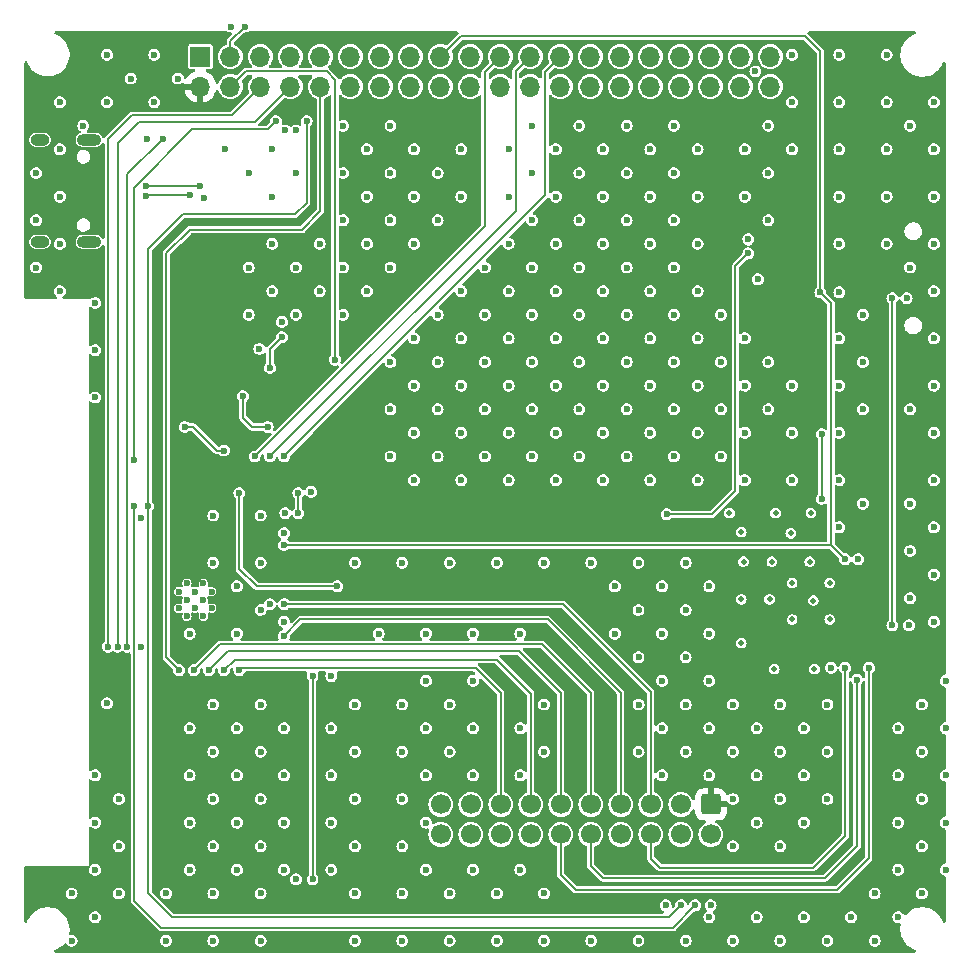
<source format=gbl>
%TF.GenerationSoftware,KiCad,Pcbnew,8.0.6*%
%TF.CreationDate,2024-11-27T19:30:55+03:00*%
%TF.ProjectId,OBCv1,4f424376-312e-46b6-9963-61645f706362,rev?*%
%TF.SameCoordinates,Original*%
%TF.FileFunction,Copper,L4,Bot*%
%TF.FilePolarity,Positive*%
%FSLAX46Y46*%
G04 Gerber Fmt 4.6, Leading zero omitted, Abs format (unit mm)*
G04 Created by KiCad (PCBNEW 8.0.6) date 2024-11-27 19:30:55*
%MOMM*%
%LPD*%
G01*
G04 APERTURE LIST*
G04 Aperture macros list*
%AMRoundRect*
0 Rectangle with rounded corners*
0 $1 Rounding radius*
0 $2 $3 $4 $5 $6 $7 $8 $9 X,Y pos of 4 corners*
0 Add a 4 corners polygon primitive as box body*
4,1,4,$2,$3,$4,$5,$6,$7,$8,$9,$2,$3,0*
0 Add four circle primitives for the rounded corners*
1,1,$1+$1,$2,$3*
1,1,$1+$1,$4,$5*
1,1,$1+$1,$6,$7*
1,1,$1+$1,$8,$9*
0 Add four rect primitives between the rounded corners*
20,1,$1+$1,$2,$3,$4,$5,0*
20,1,$1+$1,$4,$5,$6,$7,0*
20,1,$1+$1,$6,$7,$8,$9,0*
20,1,$1+$1,$8,$9,$2,$3,0*%
G04 Aperture macros list end*
%TA.AperFunction,ComponentPad*%
%ADD10O,2.100000X1.000000*%
%TD*%
%TA.AperFunction,ComponentPad*%
%ADD11O,1.600000X1.000000*%
%TD*%
%TA.AperFunction,ComponentPad*%
%ADD12R,1.700000X1.700000*%
%TD*%
%TA.AperFunction,ComponentPad*%
%ADD13O,1.700000X1.700000*%
%TD*%
%TA.AperFunction,ComponentPad*%
%ADD14RoundRect,0.250000X-0.600000X0.600000X-0.600000X-0.600000X0.600000X-0.600000X0.600000X0.600000X0*%
%TD*%
%TA.AperFunction,ComponentPad*%
%ADD15C,1.700000*%
%TD*%
%TA.AperFunction,HeatsinkPad*%
%ADD16C,0.600000*%
%TD*%
%TA.AperFunction,ViaPad*%
%ADD17C,0.600000*%
%TD*%
%TA.AperFunction,ViaPad*%
%ADD18C,0.500000*%
%TD*%
%TA.AperFunction,Conductor*%
%ADD19C,0.200000*%
%TD*%
G04 APERTURE END LIST*
D10*
%TO.P,J2,S1,SHIELD*%
%TO.N,GND*%
X57570259Y-56925491D03*
D11*
X53390259Y-56925491D03*
D10*
X57570259Y-65565491D03*
D11*
X53390259Y-65565491D03*
%TD*%
D12*
%TO.P,J1,1,Pin_1*%
%TO.N,+5V*%
X66970259Y-49885491D03*
D13*
%TO.P,J1,2,Pin_2*%
%TO.N,+3.3V*%
X66970259Y-52425491D03*
%TO.P,J1,3,Pin_3*%
%TO.N,/MOSI*%
X69510259Y-49885491D03*
%TO.P,J1,4,Pin_4*%
%TO.N,/EN*%
X69510259Y-52425491D03*
%TO.P,J1,5,Pin_5*%
%TO.N,/SCL*%
X72050259Y-49885491D03*
%TO.P,J1,6,Pin_6*%
%TO.N,/ANA1*%
X72050259Y-52425491D03*
%TO.P,J1,7,Pin_7*%
%TO.N,unconnected-(J1-Pin_7-Pad7)*%
X74590259Y-49885491D03*
%TO.P,J1,8,Pin_8*%
%TO.N,/ANA3*%
X74590259Y-52425491D03*
%TO.P,J1,9,Pin_9*%
%TO.N,unconnected-(J1-Pin_9-Pad9)*%
X77130259Y-49885491D03*
%TO.P,J1,10,Pin_10*%
%TO.N,/UV*%
X77130259Y-52425491D03*
%TO.P,J1,11,Pin_11*%
%TO.N,/SDA*%
X79670259Y-49885491D03*
%TO.P,J1,12,Pin_12*%
%TO.N,unconnected-(J1-Pin_12-Pad12)*%
X79670259Y-52425491D03*
%TO.P,J1,13,Pin_13*%
%TO.N,GND*%
X82210259Y-49885491D03*
%TO.P,J1,14,Pin_14*%
%TO.N,unconnected-(J1-Pin_14-Pad14)*%
X82210259Y-52425491D03*
%TO.P,J1,15,Pin_15*%
%TO.N,/MISO*%
X84750259Y-49885491D03*
%TO.P,J1,16,Pin_16*%
%TO.N,unconnected-(J1-Pin_16-Pad16)*%
X84750259Y-52425491D03*
%TO.P,J1,17,Pin_17*%
%TO.N,/SCK*%
X87290259Y-49885491D03*
%TO.P,J1,18,Pin_18*%
%TO.N,unconnected-(J1-Pin_18-Pad18)*%
X87290259Y-52425491D03*
%TO.P,J1,19,Pin_19*%
%TO.N,unconnected-(J1-Pin_19-Pad19)*%
X89830259Y-49885491D03*
%TO.P,J1,20,Pin_20*%
%TO.N,/ANA2*%
X89830259Y-52425491D03*
%TO.P,J1,21,Pin_21*%
%TO.N,/TXD*%
X92370259Y-49885491D03*
%TO.P,J1,22,Pin_22*%
%TO.N,unconnected-(J1-Pin_22-Pad22)*%
X92370259Y-52425491D03*
%TO.P,J1,23,Pin_23*%
%TO.N,/RXD*%
X94910259Y-49885491D03*
%TO.P,J1,24,Pin_24*%
%TO.N,unconnected-(J1-Pin_24-Pad24)*%
X94910259Y-52425491D03*
%TO.P,J1,25,Pin_25*%
%TO.N,/DHT*%
X97450259Y-49885491D03*
%TO.P,J1,26,Pin_26*%
%TO.N,unconnected-(J1-Pin_26-Pad26)*%
X97450259Y-52425491D03*
%TO.P,J1,27,Pin_27*%
%TO.N,unconnected-(J1-Pin_27-Pad27)*%
X99990259Y-49885491D03*
%TO.P,J1,28,Pin_28*%
%TO.N,GND*%
X99990259Y-52425491D03*
%TO.P,J1,29,Pin_29*%
%TO.N,unconnected-(J1-Pin_29-Pad29)*%
X102530259Y-49885491D03*
%TO.P,J1,30,Pin_30*%
%TO.N,unconnected-(J1-Pin_30-Pad30)*%
X102530259Y-52425491D03*
%TO.P,J1,31,Pin_31*%
%TO.N,unconnected-(J1-Pin_31-Pad31)*%
X105070259Y-49885491D03*
%TO.P,J1,32,Pin_32*%
%TO.N,unconnected-(J1-Pin_32-Pad32)*%
X105070259Y-52425491D03*
%TO.P,J1,33,Pin_33*%
%TO.N,unconnected-(J1-Pin_33-Pad33)*%
X107610259Y-49885491D03*
%TO.P,J1,34,Pin_34*%
%TO.N,unconnected-(J1-Pin_34-Pad34)*%
X107610259Y-52425491D03*
%TO.P,J1,35,Pin_35*%
%TO.N,unconnected-(J1-Pin_35-Pad35)*%
X110150259Y-49885491D03*
%TO.P,J1,36,Pin_36*%
%TO.N,unconnected-(J1-Pin_36-Pad36)*%
X110150259Y-52425491D03*
%TO.P,J1,37,Pin_37*%
%TO.N,unconnected-(J1-Pin_37-Pad37)*%
X112690259Y-49885491D03*
%TO.P,J1,38,Pin_38*%
%TO.N,+5V*%
X112690259Y-52425491D03*
%TO.P,J1,39,Pin_39*%
%TO.N,+BATT*%
X115230259Y-49885491D03*
%TO.P,J1,40,Pin_40*%
X115230259Y-52425491D03*
%TD*%
D14*
%TO.P,J3,1,VCC*%
%TO.N,+3.3V*%
X110190259Y-113195491D03*
D15*
%TO.P,J3,2,GND*%
%TO.N,GND*%
X110190259Y-115735491D03*
%TO.P,J3,3,SIOC*%
%TO.N,/SCL*%
X107650259Y-113195491D03*
%TO.P,J3,4,SIOD*%
%TO.N,/SDA*%
X107650259Y-115735491D03*
%TO.P,J3,5,VSYNC*%
%TO.N,/VSYNC*%
X105110259Y-113195491D03*
%TO.P,J3,6,HREF*%
%TO.N,/SCK*%
X105110259Y-115735491D03*
%TO.P,J3,7,PCLK*%
%TO.N,/PCLK*%
X102570259Y-113195491D03*
%TO.P,J3,8,XCLK*%
%TO.N,/XCLK*%
X102570259Y-115735491D03*
%TO.P,J3,9,D7*%
%TO.N,/D7*%
X100030259Y-113195491D03*
%TO.P,J3,10,D6*%
%TO.N,/MOSI*%
X100030259Y-115735491D03*
%TO.P,J3,11,D5*%
%TO.N,/D5*%
X97490259Y-113195491D03*
%TO.P,J3,12,D4*%
%TO.N,/MISO*%
X97490259Y-115735491D03*
%TO.P,J3,13,D3*%
%TO.N,/D3*%
X94950259Y-113195491D03*
%TO.P,J3,14,D2*%
%TO.N,/D2*%
X94950259Y-115735491D03*
%TO.P,J3,15,D1*%
%TO.N,/D1*%
X92410259Y-113195491D03*
%TO.P,J3,16,D0*%
%TO.N,/D0*%
X92410259Y-115735491D03*
%TO.P,J3,17,RESET*%
%TO.N,unconnected-(J3-RESET-Pad17)*%
X89870259Y-113195491D03*
%TO.P,J3,18,PWDN*%
%TO.N,unconnected-(J3-PWDN-Pad18)*%
X89870259Y-115735491D03*
%TO.P,J3,19,NC*%
%TO.N,unconnected-(J3-NC-Pad19)*%
X87330259Y-113195491D03*
%TO.P,J3,20,NC*%
%TO.N,unconnected-(J3-NC-Pad20)*%
X87330259Y-115735491D03*
%TD*%
D16*
%TO.P,U1,39,GND*%
%TO.N,GND*%
X65830259Y-97275491D03*
X67230259Y-97275491D03*
X65130259Y-96575491D03*
X66530259Y-96575491D03*
X67930259Y-96575491D03*
X65830259Y-95900491D03*
X67230259Y-95900491D03*
X65130259Y-95175491D03*
X66530259Y-95175491D03*
X67930259Y-95175491D03*
X65830259Y-94475491D03*
X67230259Y-94475491D03*
%TD*%
D17*
%TO.N,GND*%
X120070259Y-124735491D03*
D18*
X117070259Y-97535491D03*
D17*
X95070259Y-71735491D03*
X123070259Y-75735491D03*
X72870259Y-96235491D03*
X121070259Y-89735491D03*
X103070259Y-71735491D03*
X127070259Y-87735491D03*
X66070259Y-110735491D03*
X116070259Y-104735491D03*
X117070259Y-49735491D03*
X107070259Y-59735491D03*
X78070259Y-114735491D03*
X125070259Y-49735491D03*
X61070259Y-51735491D03*
X126770259Y-70335491D03*
X110170259Y-121735491D03*
X73070259Y-65735491D03*
X118070259Y-114735491D03*
X129070259Y-77735491D03*
X89070259Y-73735491D03*
X105070259Y-61735491D03*
X113070259Y-85735491D03*
X72070259Y-88735491D03*
X86070259Y-110735491D03*
X56070259Y-124735491D03*
X83070259Y-59735491D03*
X93070259Y-61735491D03*
X96070259Y-92735491D03*
D18*
X118570259Y-92635491D03*
D17*
X115070259Y-59735491D03*
X105070259Y-73735491D03*
X68070259Y-112735491D03*
X62470259Y-56835491D03*
X103070259Y-75735491D03*
X109070259Y-85735491D03*
X122670259Y-92435491D03*
X104070259Y-108735491D03*
X105070259Y-65735491D03*
X115070259Y-79735491D03*
X66070259Y-98735491D03*
D18*
X112770259Y-99535491D03*
D17*
X97070259Y-69735491D03*
X118070259Y-106735491D03*
X93070259Y-65735491D03*
X80070259Y-124735491D03*
X110070259Y-110735491D03*
X101070259Y-65735491D03*
X84070259Y-104735491D03*
X90070259Y-110735491D03*
X129070259Y-81735491D03*
X80070259Y-108735491D03*
X75070259Y-119535491D03*
X87070259Y-75735491D03*
X72070259Y-108735491D03*
X96070259Y-108735491D03*
X121070259Y-85735491D03*
D18*
X112970259Y-92635491D03*
D17*
X74070259Y-97735491D03*
X101070259Y-73735491D03*
X120070259Y-104735491D03*
X97070259Y-77735491D03*
X78070259Y-102335491D03*
X112070259Y-124735491D03*
X109070259Y-81735491D03*
X107070259Y-83735491D03*
X73070259Y-69735491D03*
X105070259Y-81735491D03*
X59070259Y-53735491D03*
X72070259Y-124735491D03*
X90070259Y-106735491D03*
X117070259Y-77735491D03*
X72070259Y-104735491D03*
X111070259Y-71735491D03*
X68070259Y-108735491D03*
X103070259Y-83735491D03*
X127070259Y-79735491D03*
X84070259Y-92735491D03*
X71070259Y-67735491D03*
X80070259Y-116735491D03*
X114070259Y-114735491D03*
X92070259Y-124735491D03*
X72070259Y-92735491D03*
X99070259Y-71735491D03*
X123070259Y-71735491D03*
X85070259Y-77735491D03*
X57070259Y-55735491D03*
X109070259Y-73735491D03*
X124070259Y-124735491D03*
X70070259Y-98735491D03*
X94070259Y-110735491D03*
X128070259Y-120735491D03*
X113070259Y-73735491D03*
X79070259Y-55735491D03*
X60070259Y-116735491D03*
X81070259Y-65735491D03*
X128070259Y-104735491D03*
D18*
X117070259Y-94435491D03*
D17*
X129070259Y-57735491D03*
X126070259Y-122735491D03*
X86070259Y-106735491D03*
X74070259Y-106735491D03*
X90070259Y-102735491D03*
X75070259Y-67735491D03*
X95070259Y-83735491D03*
X103070259Y-79735491D03*
X122070259Y-122735491D03*
X79070259Y-67735491D03*
X110070259Y-98735491D03*
X61970259Y-88935491D03*
X56070259Y-120735491D03*
X120370259Y-101635491D03*
X121070259Y-57735491D03*
X79070259Y-63735491D03*
X112070259Y-108735491D03*
X99070259Y-83735491D03*
X121070259Y-69835491D03*
X80070259Y-120735491D03*
X85070259Y-85735491D03*
X66070259Y-106735491D03*
X96070259Y-124735491D03*
X126070259Y-118735491D03*
X106070259Y-94735491D03*
X113070259Y-61735491D03*
X75070259Y-59735491D03*
X101070259Y-69735491D03*
D18*
X115370259Y-92635491D03*
D17*
X79070259Y-71735491D03*
X121070259Y-49735491D03*
X58070259Y-110735491D03*
X85070259Y-61735491D03*
X87070259Y-71735491D03*
X109070259Y-65735491D03*
X112070259Y-104735491D03*
X130070259Y-118735491D03*
X103070259Y-67735491D03*
X82070259Y-98735491D03*
X68070259Y-92735491D03*
X91070259Y-71735491D03*
X85070259Y-65735491D03*
X71970259Y-74635491D03*
X80070259Y-104735491D03*
X106070259Y-102735491D03*
X108070259Y-104735491D03*
X95070259Y-79735491D03*
X91070259Y-79735491D03*
X72070259Y-120735491D03*
X100070259Y-124735491D03*
X125070259Y-57735491D03*
X101070259Y-85735491D03*
X80070259Y-92735491D03*
X97070259Y-81735491D03*
X128070259Y-112735491D03*
X93070259Y-81735491D03*
X71070259Y-59735491D03*
D18*
X112770259Y-90135491D03*
D17*
X72070259Y-112735491D03*
X113970259Y-51135491D03*
X84070259Y-120735491D03*
X95070259Y-55735491D03*
X99070259Y-63735491D03*
X130070259Y-102735491D03*
X106070259Y-106735491D03*
X103070259Y-59735491D03*
X129070259Y-97735491D03*
X99070259Y-67735491D03*
X109070259Y-57735491D03*
X71070259Y-71735491D03*
X121070259Y-65735491D03*
X126070259Y-114735491D03*
X108070259Y-108735491D03*
X125070259Y-61735491D03*
X68070259Y-88735491D03*
X97070259Y-57735491D03*
X55070259Y-61735491D03*
X78070259Y-110735491D03*
X86070259Y-118735491D03*
X59070259Y-49735491D03*
X129070259Y-61735491D03*
X93070259Y-85735491D03*
X83070259Y-55735491D03*
X96070259Y-104735491D03*
X93070259Y-57735491D03*
X121070259Y-77735491D03*
X68070259Y-120735491D03*
X94070259Y-106735491D03*
X69070259Y-57735491D03*
X102070259Y-98735491D03*
X66070259Y-118735491D03*
X74070259Y-110735491D03*
X101070259Y-61735491D03*
X86070259Y-102735491D03*
X110070259Y-94735491D03*
X75070259Y-56135491D03*
X111070259Y-75735491D03*
X114070259Y-110735491D03*
X95070259Y-59735491D03*
X115070259Y-75735491D03*
X74070259Y-90235491D03*
X129070259Y-93735491D03*
X58070259Y-70735491D03*
X69570259Y-47335491D03*
X130070259Y-110735491D03*
X92070259Y-92735491D03*
X68070259Y-124735491D03*
X107070259Y-79735491D03*
X106370259Y-121735491D03*
X83070259Y-63735491D03*
X58070259Y-78735491D03*
X127070259Y-91735491D03*
X84070259Y-124735491D03*
X95070259Y-63735491D03*
X87070259Y-63735491D03*
X110070259Y-102735491D03*
X118070259Y-110735491D03*
X108070259Y-96735491D03*
X90070259Y-118735491D03*
X63070259Y-53735491D03*
X88070259Y-120735491D03*
X55070259Y-65735491D03*
X129070259Y-85735491D03*
X109070259Y-77735491D03*
X60070259Y-112735491D03*
X89070259Y-61735491D03*
X107070259Y-75735491D03*
X55070259Y-57735491D03*
X53070259Y-59735491D03*
X111070259Y-79735491D03*
X107070259Y-71735491D03*
D18*
X118970259Y-101735491D03*
D17*
X88070259Y-92735491D03*
X97070259Y-73735491D03*
X97070259Y-61735491D03*
X84070259Y-108735491D03*
X110070259Y-106735491D03*
X58070259Y-114735491D03*
X105070259Y-69735491D03*
X72070259Y-116735491D03*
X101070259Y-57735491D03*
X106070259Y-98735491D03*
X112070259Y-112735491D03*
D18*
X115170259Y-95835491D03*
D17*
X112070259Y-116735491D03*
X89070259Y-81735491D03*
X89070259Y-57735491D03*
X130070259Y-106735491D03*
X121070259Y-61735491D03*
X88070259Y-124735491D03*
X123070259Y-87735491D03*
X113070259Y-57735491D03*
X67270259Y-61835491D03*
X100070259Y-92735491D03*
X58070259Y-122735491D03*
X125070259Y-53735491D03*
X61970259Y-99835491D03*
X53070259Y-67735491D03*
X85070259Y-73735491D03*
X111070259Y-83735491D03*
X59070259Y-104635491D03*
X129070259Y-69735491D03*
X103070259Y-55735491D03*
X53070259Y-63735491D03*
X95070259Y-67735491D03*
X101070259Y-81735491D03*
X77070259Y-65735491D03*
X63070259Y-49735491D03*
X105070259Y-57735491D03*
X58070259Y-118735491D03*
X93070259Y-73735491D03*
X70070259Y-94735491D03*
X108070259Y-100735491D03*
X109070259Y-61735491D03*
D18*
X112770259Y-95835491D03*
D17*
X55070259Y-53735491D03*
X66070259Y-114735491D03*
X97070259Y-85735491D03*
X70070259Y-106735491D03*
X99070259Y-75735491D03*
X113070259Y-77735491D03*
X126970259Y-98035491D03*
X117070259Y-85735491D03*
X104070259Y-96735491D03*
X129070259Y-73735491D03*
X114070259Y-106735491D03*
X83070259Y-67735491D03*
X81070259Y-69735491D03*
X128070259Y-116735491D03*
X64070259Y-120735491D03*
X73870259Y-72335491D03*
X93070259Y-77735491D03*
X117070259Y-57735491D03*
X55070259Y-69735491D03*
X126070259Y-110735491D03*
X108070259Y-124735491D03*
X89070259Y-69735491D03*
X78070259Y-106735491D03*
X121070259Y-53735491D03*
X101070259Y-77735491D03*
X107070259Y-63735491D03*
X73070259Y-61735491D03*
X88070259Y-108735491D03*
X89070259Y-77735491D03*
X125070259Y-65735491D03*
X72070259Y-96735491D03*
X118070259Y-122735491D03*
X74070259Y-114735491D03*
X116070259Y-124735491D03*
X68070259Y-104735491D03*
X60070259Y-120735491D03*
X105070259Y-85735491D03*
X108070259Y-92735491D03*
X115070259Y-55735491D03*
X89070259Y-85735491D03*
X58070259Y-74735491D03*
X74170259Y-56135491D03*
X70070259Y-114735491D03*
X117070259Y-53735491D03*
X93070259Y-69735491D03*
X129070259Y-89735491D03*
X68070259Y-116735491D03*
X94070259Y-98735491D03*
X90070259Y-98735491D03*
X123070259Y-79735491D03*
X120070259Y-108735491D03*
X91070259Y-67735491D03*
X128070259Y-108735491D03*
X83070259Y-83735491D03*
X116070259Y-116735491D03*
X73070259Y-57735491D03*
X103070259Y-63735491D03*
D18*
X116970259Y-90235491D03*
D17*
X117070259Y-81735491D03*
X114070259Y-122735491D03*
X120070259Y-112735491D03*
X107070259Y-55735491D03*
X99070259Y-59735491D03*
X77070259Y-69735491D03*
X83070259Y-75735491D03*
D18*
X115670259Y-88535491D03*
D17*
X113370259Y-65335491D03*
X124070259Y-120735491D03*
X83070259Y-79735491D03*
X99070259Y-55735491D03*
X116070259Y-108735491D03*
X84070259Y-116735491D03*
D18*
X111770259Y-88535491D03*
D17*
X95070259Y-75735491D03*
X87070259Y-59735491D03*
X126070259Y-106735491D03*
X110070259Y-122735491D03*
X91070259Y-75735491D03*
X94070259Y-118735491D03*
X99070259Y-79735491D03*
X70070259Y-110735491D03*
X104070259Y-92735491D03*
D18*
X115570259Y-101735491D03*
D17*
X84070259Y-112735491D03*
X65070259Y-51735491D03*
X70070259Y-118735491D03*
D18*
X120270259Y-97535491D03*
D17*
X79070259Y-59735491D03*
X106070259Y-110735491D03*
X78070259Y-118735491D03*
X74170259Y-88535491D03*
X86070259Y-114735491D03*
X74070259Y-118735491D03*
X121070259Y-81735491D03*
X104070259Y-124735491D03*
X127070259Y-95735491D03*
X87070259Y-79735491D03*
X88070259Y-104735491D03*
X121070259Y-73735491D03*
X86070259Y-98735491D03*
X81070259Y-57735491D03*
X85070259Y-81735491D03*
X129070259Y-53735491D03*
X129070259Y-65735491D03*
X81070259Y-61735491D03*
X76370259Y-86735491D03*
D18*
X120270259Y-94435491D03*
D17*
X107070259Y-67735491D03*
X116070259Y-112735491D03*
X130070259Y-114735491D03*
X104070259Y-100735491D03*
X97070259Y-65735491D03*
X114170259Y-68735491D03*
X80070259Y-112735491D03*
X64070259Y-124735491D03*
X104070259Y-104735491D03*
X102070259Y-94735491D03*
X87070259Y-83735491D03*
X115070259Y-63735491D03*
X127070259Y-67735491D03*
X85070259Y-57735491D03*
X105070259Y-77735491D03*
X127070259Y-55735491D03*
X75070259Y-71735491D03*
X109070259Y-69735491D03*
X91070259Y-83735491D03*
D18*
X118670259Y-88535491D03*
X118870259Y-95935491D03*
D17*
X96070259Y-120735491D03*
X113070259Y-81735491D03*
X92070259Y-120735491D03*
%TO.N,+3.3V*%
X65070259Y-74135491D03*
X124870259Y-85435491D03*
D18*
X82470259Y-85435491D03*
D17*
X124370259Y-81635491D03*
X124370259Y-80735491D03*
X115270259Y-68735491D03*
X60070259Y-104335491D03*
X60070259Y-105035491D03*
X65870259Y-74135491D03*
%TO.N,/EN*%
X68970259Y-83235491D03*
X65670259Y-81235491D03*
X78370259Y-75535491D03*
%TO.N,/IO0_BTN*%
X76470259Y-119535491D03*
X75270259Y-86835491D03*
X76470259Y-102335491D03*
X75270259Y-88535491D03*
%TO.N,/D-*%
X62370259Y-60810491D03*
X66970259Y-60810491D03*
%TO.N,/D+*%
X66070259Y-61610490D03*
X62370259Y-61660491D03*
%TO.N,/SDA*%
X62570259Y-87935491D03*
X107670259Y-121735491D03*
X75970259Y-55335491D03*
%TO.N,/TXD*%
X71570259Y-83735491D03*
%TO.N,/RXD*%
X72870259Y-83735491D03*
%TO.N,/SCK*%
X74070259Y-91235491D03*
X121570259Y-92435491D03*
X121570259Y-101635491D03*
X119470259Y-69835491D03*
%TO.N,/SCL*%
X61370259Y-84035491D03*
X108870259Y-121735491D03*
X61370259Y-87935491D03*
X73370259Y-55335491D03*
%TO.N,/MISO*%
X123570259Y-101635491D03*
X119570259Y-81835491D03*
X119570259Y-87335491D03*
%TO.N,/MOSI*%
X125570259Y-70335491D03*
X125570259Y-98035491D03*
X70770259Y-47335491D03*
X122570259Y-102635491D03*
%TO.N,/CS_SD*%
X113370259Y-66535491D03*
X106470259Y-88635491D03*
%TO.N,/RTS*%
X72670259Y-81235491D03*
X70570259Y-78635491D03*
%TO.N,Net-(Q2-B)*%
X73870259Y-73635491D03*
X72870259Y-76235491D03*
%TO.N,/PCLK*%
X74050259Y-98935491D03*
%TO.N,/XCLK*%
X70270259Y-86835491D03*
X78570259Y-94735491D03*
%TO.N,/D7*%
X66430259Y-101835491D03*
%TO.N,/D3*%
X68970259Y-101835491D03*
%TO.N,/DHT*%
X74070259Y-83735491D03*
%TO.N,/D1*%
X70270259Y-101835491D03*
%TO.N,/ANA2*%
X63770259Y-56835491D03*
X60770259Y-99835491D03*
%TO.N,/ANA1*%
X59170253Y-99835491D03*
%TO.N,/ANA3*%
X59970256Y-99835491D03*
%TO.N,/VSYNC*%
X74070259Y-96235491D03*
%TO.N,/UV*%
X65170259Y-101835491D03*
%TO.N,/D5*%
X67700259Y-101835491D03*
%TD*%
D19*
%TO.N,/EN*%
X70800259Y-51135491D02*
X69510259Y-52425491D01*
X68370259Y-83235491D02*
X66370259Y-81235491D01*
X78370259Y-51835491D02*
X77670259Y-51135491D01*
X77670259Y-51135491D02*
X70800259Y-51135491D01*
X66370259Y-81235491D02*
X65670259Y-81235491D01*
X78370259Y-75535491D02*
X78370259Y-51835491D01*
X68970259Y-83235491D02*
X68370259Y-83235491D01*
%TO.N,/IO0_BTN*%
X75270259Y-86835491D02*
X75270259Y-88535491D01*
X76470259Y-102335491D02*
X76470259Y-119535491D01*
%TO.N,/D-*%
X62370259Y-60810491D02*
X66970259Y-60810491D01*
%TO.N,/D+*%
X62395259Y-61635491D02*
X62370259Y-61660491D01*
X66070259Y-61610490D02*
X66045258Y-61635491D01*
X66045258Y-61635491D02*
X62395259Y-61635491D01*
%TO.N,/SDA*%
X106670259Y-122735491D02*
X107670259Y-121735491D01*
X64570259Y-122735491D02*
X106670259Y-122735491D01*
X62570259Y-120735491D02*
X64570259Y-122735491D01*
X65470259Y-63235491D02*
X74970259Y-63235491D01*
X62570259Y-87935491D02*
X62570259Y-120735491D01*
X74970259Y-63235491D02*
X75970259Y-62235491D01*
X62570259Y-87935491D02*
X62570259Y-66135491D01*
X75970259Y-62235491D02*
X75970259Y-55335491D01*
X62570259Y-66135491D02*
X63170259Y-65535491D01*
X63170259Y-65535491D02*
X65470259Y-63235491D01*
%TO.N,/TXD*%
X91070259Y-51185491D02*
X92370259Y-49885491D01*
X71570259Y-83735491D02*
X91070259Y-64235491D01*
X91070259Y-64235491D02*
X91070259Y-51185491D01*
%TO.N,/RXD*%
X93670259Y-62935491D02*
X93670259Y-51125491D01*
X93670259Y-51125491D02*
X94910259Y-49885491D01*
X72870259Y-83735491D02*
X93670259Y-62935491D01*
%TO.N,/SCK*%
X121570259Y-101635491D02*
X121570259Y-115835491D01*
X74070259Y-91235491D02*
X120370259Y-91235491D01*
X89040259Y-48135491D02*
X87290259Y-49885491D01*
X120370259Y-91235491D02*
X121570259Y-92435491D01*
X120370259Y-91235491D02*
X120370259Y-70735491D01*
X105870259Y-118535491D02*
X105110259Y-117775491D01*
X105110259Y-117775491D02*
X105110259Y-115735491D01*
X120370259Y-70735491D02*
X119470259Y-69835491D01*
X118170259Y-48135491D02*
X89040259Y-48135491D01*
X121570259Y-115835491D02*
X118870259Y-118535491D01*
X118870259Y-118535491D02*
X105870259Y-118535491D01*
X119470259Y-69835491D02*
X119470259Y-49435491D01*
X119470259Y-49435491D02*
X118170259Y-48135491D01*
%TO.N,/SCL*%
X63670259Y-123635491D02*
X106970259Y-123635491D01*
X72670259Y-56035491D02*
X73370259Y-55335491D01*
X61370259Y-84035491D02*
X61370259Y-60961962D01*
X106970259Y-123635491D02*
X108870259Y-121735491D01*
X66296730Y-56035491D02*
X72670259Y-56035491D01*
X61370259Y-87935491D02*
X61370259Y-121335491D01*
X61370259Y-60961962D02*
X66296730Y-56035491D01*
X61370259Y-121335491D02*
X63670259Y-123635491D01*
%TO.N,/MISO*%
X98770259Y-120435491D02*
X97470259Y-119135491D01*
X119570259Y-81835491D02*
X119570259Y-87335491D01*
X120870259Y-120435491D02*
X98770259Y-120435491D01*
X97470259Y-119135491D02*
X97470259Y-115755491D01*
X123570259Y-101635491D02*
X123570259Y-117735491D01*
X97470259Y-115755491D02*
X97490259Y-115735491D01*
X123570259Y-117735491D02*
X120870259Y-120435491D01*
%TO.N,/MOSI*%
X122570259Y-102635491D02*
X122570259Y-116735491D01*
X69510259Y-48595491D02*
X69510259Y-49885491D01*
X125570259Y-70335491D02*
X125570259Y-98035491D01*
X101070259Y-119435491D02*
X100030259Y-118395491D01*
X100030259Y-118395491D02*
X100030259Y-115735491D01*
X70770259Y-47335491D02*
X69510259Y-48595491D01*
X119870259Y-119435491D02*
X101070259Y-119435491D01*
X122570259Y-116735491D02*
X119870259Y-119435491D01*
%TO.N,/CS_SD*%
X112270259Y-86635491D02*
X112270259Y-83235491D01*
X106470259Y-88635491D02*
X110270259Y-88635491D01*
X112270259Y-83235491D02*
X112270259Y-67635491D01*
X112270259Y-67635491D02*
X113370259Y-66535491D01*
X110270259Y-88635491D02*
X112270259Y-86635491D01*
%TO.N,/RTS*%
X70570259Y-78635491D02*
X70570259Y-80435491D01*
X71370259Y-81235491D02*
X72670259Y-81235491D01*
X70570259Y-80435491D02*
X71370259Y-81235491D01*
%TO.N,Net-(Q2-B)*%
X72870259Y-74635491D02*
X73870259Y-73635491D01*
X72870259Y-76235491D02*
X72870259Y-74635491D01*
%TO.N,/PCLK*%
X74050259Y-98935491D02*
X75450259Y-97535491D01*
X96370259Y-97535491D02*
X102570259Y-103735491D01*
X102570259Y-103735491D02*
X102570259Y-113195491D01*
X75450259Y-97535491D02*
X96370259Y-97535491D01*
%TO.N,/XCLK*%
X71770259Y-94735491D02*
X78570259Y-94735491D01*
X70270259Y-93235491D02*
X71770259Y-94735491D01*
X70270259Y-86835491D02*
X70270259Y-93235491D01*
%TO.N,/D7*%
X100030259Y-103795491D02*
X100030259Y-113195491D01*
X68630259Y-99635491D02*
X95870259Y-99635491D01*
X66430259Y-101835491D02*
X68630259Y-99635491D01*
X95870259Y-99635491D02*
X100030259Y-103795491D01*
%TO.N,/D3*%
X94950259Y-103815491D02*
X94950259Y-113195491D01*
X69870259Y-100935491D02*
X92070259Y-100935491D01*
X92070259Y-100935491D02*
X94950259Y-103815491D01*
X68970259Y-101835491D02*
X69870259Y-100935491D01*
%TO.N,/DHT*%
X74070259Y-83735491D02*
X96170259Y-61635491D01*
X96170259Y-61635491D02*
X96170259Y-51165491D01*
X96170259Y-51165491D02*
X97450259Y-49885491D01*
%TO.N,/D1*%
X90270259Y-101635491D02*
X92410259Y-103775491D01*
X70470259Y-101635491D02*
X90270259Y-101635491D01*
X92410259Y-103775491D02*
X92410259Y-113195491D01*
X70270259Y-101835491D02*
X70470259Y-101635491D01*
%TO.N,/ANA2*%
X60770259Y-59835491D02*
X60770259Y-99835491D01*
X63770259Y-56835491D02*
X60770259Y-59835491D01*
%TO.N,/ANA1*%
X61170259Y-54835491D02*
X69640259Y-54835491D01*
X69640259Y-54835491D02*
X72050259Y-52425491D01*
X59170259Y-56835491D02*
X61170259Y-54835491D01*
X59170259Y-99835485D02*
X59170259Y-56835491D01*
X59170253Y-99835491D02*
X59170259Y-99835485D01*
%TO.N,/ANA3*%
X71580259Y-55435491D02*
X74590259Y-52425491D01*
X59970256Y-99835491D02*
X59994524Y-99811223D01*
X61770259Y-55435491D02*
X71580259Y-55435491D01*
X59994524Y-57211226D02*
X61770259Y-55435491D01*
X59994524Y-99811223D02*
X59994524Y-57211226D01*
%TO.N,/VSYNC*%
X74070259Y-96235491D02*
X97670259Y-96235491D01*
X97670259Y-96235491D02*
X105110259Y-103675491D01*
X105110259Y-103675491D02*
X105110259Y-113195491D01*
%TO.N,/UV*%
X77130259Y-62975491D02*
X77130259Y-52425491D01*
X66070259Y-64535491D02*
X75570259Y-64535491D01*
X75570259Y-64535491D02*
X77130259Y-62975491D01*
X65170259Y-101835491D02*
X64070259Y-100735491D01*
X64070259Y-100735491D02*
X64070259Y-66535491D01*
X64070259Y-66535491D02*
X66070259Y-64535491D01*
%TO.N,/D5*%
X97490259Y-103755491D02*
X97490259Y-113195491D01*
X67700259Y-101835491D02*
X69300259Y-100235491D01*
X93970259Y-100235491D02*
X97490259Y-103755491D01*
X69300259Y-100235491D02*
X93970259Y-100235491D01*
%TD*%
%TA.AperFunction,Conductor*%
%TO.N,+3.3V*%
G36*
X69297545Y-47755175D02*
G01*
X69315994Y-47767031D01*
X69355550Y-47792452D01*
X69360208Y-47795445D01*
X69467366Y-47826908D01*
X69495539Y-47835181D01*
X69498295Y-47835990D01*
X69498297Y-47835991D01*
X69545426Y-47835991D01*
X69612465Y-47855676D01*
X69658220Y-47908480D01*
X69668164Y-47977638D01*
X69639139Y-48041194D01*
X69633107Y-48047672D01*
X69269800Y-48410978D01*
X69269794Y-48410986D01*
X69230241Y-48479495D01*
X69230238Y-48479500D01*
X69209759Y-48555930D01*
X69209759Y-48786912D01*
X69190074Y-48853951D01*
X69137270Y-48899706D01*
X69121755Y-48905572D01*
X69106305Y-48910258D01*
X68975617Y-48980113D01*
X68923809Y-49007806D01*
X68923807Y-49007807D01*
X68923806Y-49007808D01*
X68763848Y-49139080D01*
X68651862Y-49275538D01*
X68632574Y-49299041D01*
X68606154Y-49348469D01*
X68535028Y-49481534D01*
X68474958Y-49679558D01*
X68454676Y-49885491D01*
X68474958Y-50091423D01*
X68482909Y-50117634D01*
X68535027Y-50289445D01*
X68632574Y-50471941D01*
X68667228Y-50514168D01*
X68763848Y-50631901D01*
X68860468Y-50711193D01*
X68923809Y-50763176D01*
X69106305Y-50860723D01*
X69304325Y-50920791D01*
X69304324Y-50920791D01*
X69322788Y-50922609D01*
X69510259Y-50941074D01*
X69716193Y-50920791D01*
X69914213Y-50860723D01*
X70096709Y-50763176D01*
X70256669Y-50631901D01*
X70387944Y-50471941D01*
X70485491Y-50289445D01*
X70545559Y-50091425D01*
X70565842Y-49885491D01*
X70545559Y-49679557D01*
X70485491Y-49481537D01*
X70387944Y-49299041D01*
X70335380Y-49234991D01*
X70256669Y-49139080D01*
X70138936Y-49042460D01*
X70096709Y-49007806D01*
X69975045Y-48942774D01*
X69914212Y-48910258D01*
X69898763Y-48905572D01*
X69840325Y-48867275D01*
X69811868Y-48803462D01*
X69810759Y-48786912D01*
X69810759Y-48771323D01*
X69830444Y-48704284D01*
X69847074Y-48683646D01*
X70658410Y-47872309D01*
X70719733Y-47838825D01*
X70746091Y-47835991D01*
X70842221Y-47835991D01*
X70842221Y-47835990D01*
X70980309Y-47795445D01*
X70980310Y-47795445D01*
X70984968Y-47792452D01*
X71024524Y-47767031D01*
X71042973Y-47755175D01*
X71110011Y-47735491D01*
X88715926Y-47735491D01*
X88782965Y-47755176D01*
X88828720Y-47807980D01*
X88838664Y-47877138D01*
X88809639Y-47940694D01*
X88803607Y-47947172D01*
X87854585Y-48896192D01*
X87793262Y-48929677D01*
X87723570Y-48924693D01*
X87708452Y-48917870D01*
X87694215Y-48910260D01*
X87694214Y-48910259D01*
X87694213Y-48910259D01*
X87496193Y-48850191D01*
X87496191Y-48850190D01*
X87496193Y-48850190D01*
X87290259Y-48829908D01*
X87084326Y-48850190D01*
X86949995Y-48890939D01*
X86886309Y-48910258D01*
X86886302Y-48910260D01*
X86776157Y-48969134D01*
X86703809Y-49007806D01*
X86703807Y-49007807D01*
X86703806Y-49007808D01*
X86543848Y-49139080D01*
X86431862Y-49275538D01*
X86412574Y-49299041D01*
X86386154Y-49348469D01*
X86315028Y-49481534D01*
X86254958Y-49679558D01*
X86234676Y-49885491D01*
X86254958Y-50091423D01*
X86262909Y-50117634D01*
X86315027Y-50289445D01*
X86412574Y-50471941D01*
X86447228Y-50514168D01*
X86543848Y-50631901D01*
X86640468Y-50711193D01*
X86703809Y-50763176D01*
X86886305Y-50860723D01*
X87084325Y-50920791D01*
X87084324Y-50920791D01*
X87102788Y-50922609D01*
X87290259Y-50941074D01*
X87496193Y-50920791D01*
X87694213Y-50860723D01*
X87876709Y-50763176D01*
X88036669Y-50631901D01*
X88167944Y-50471941D01*
X88265491Y-50289445D01*
X88325559Y-50091425D01*
X88345842Y-49885491D01*
X88774676Y-49885491D01*
X88794958Y-50091423D01*
X88802909Y-50117634D01*
X88855027Y-50289445D01*
X88952574Y-50471941D01*
X88987228Y-50514168D01*
X89083848Y-50631901D01*
X89180468Y-50711193D01*
X89243809Y-50763176D01*
X89426305Y-50860723D01*
X89624325Y-50920791D01*
X89624324Y-50920791D01*
X89642788Y-50922609D01*
X89830259Y-50941074D01*
X90036193Y-50920791D01*
X90234213Y-50860723D01*
X90416709Y-50763176D01*
X90576669Y-50631901D01*
X90707944Y-50471941D01*
X90805491Y-50289445D01*
X90865559Y-50091425D01*
X90885842Y-49885491D01*
X90865559Y-49679557D01*
X90805491Y-49481537D01*
X90707944Y-49299041D01*
X90655380Y-49234991D01*
X90576669Y-49139080D01*
X90458936Y-49042460D01*
X90416709Y-49007806D01*
X90234213Y-48910259D01*
X90036193Y-48850191D01*
X90036191Y-48850190D01*
X90036193Y-48850190D01*
X89830259Y-48829908D01*
X89624326Y-48850190D01*
X89489995Y-48890939D01*
X89426309Y-48910258D01*
X89426302Y-48910260D01*
X89316157Y-48969134D01*
X89243809Y-49007806D01*
X89243807Y-49007807D01*
X89243806Y-49007808D01*
X89083848Y-49139080D01*
X88971862Y-49275538D01*
X88952574Y-49299041D01*
X88926154Y-49348469D01*
X88855028Y-49481534D01*
X88794958Y-49679558D01*
X88774676Y-49885491D01*
X88345842Y-49885491D01*
X88325559Y-49679557D01*
X88265491Y-49481537D01*
X88257879Y-49467297D01*
X88243638Y-49398895D01*
X88268638Y-49333651D01*
X88279557Y-49321163D01*
X88690461Y-48910260D01*
X89128411Y-48472310D01*
X89189734Y-48438825D01*
X89216092Y-48435991D01*
X117994426Y-48435991D01*
X118061465Y-48455676D01*
X118082107Y-48472310D01*
X119133440Y-49523643D01*
X119166925Y-49584966D01*
X119169759Y-49611324D01*
X119169759Y-69371751D01*
X119150074Y-69438790D01*
X119139472Y-69452953D01*
X119044884Y-69562113D01*
X119044881Y-69562119D01*
X118985093Y-69693034D01*
X118964612Y-69835491D01*
X118985093Y-69977947D01*
X119023534Y-70062119D01*
X119044882Y-70108864D01*
X119139131Y-70217634D01*
X119260206Y-70295444D01*
X119260209Y-70295445D01*
X119260208Y-70295445D01*
X119367366Y-70326908D01*
X119396595Y-70335491D01*
X119398295Y-70335990D01*
X119398297Y-70335991D01*
X119494426Y-70335991D01*
X119561465Y-70355676D01*
X119582107Y-70372310D01*
X120033440Y-70823643D01*
X120066925Y-70884966D01*
X120069759Y-70911324D01*
X120069759Y-81334464D01*
X120050074Y-81401503D01*
X119997270Y-81447258D01*
X119928112Y-81457202D01*
X119878720Y-81438780D01*
X119780309Y-81375536D01*
X119642222Y-81334991D01*
X119642220Y-81334991D01*
X119498298Y-81334991D01*
X119498295Y-81334991D01*
X119360208Y-81375536D01*
X119239132Y-81453347D01*
X119144882Y-81562117D01*
X119144881Y-81562119D01*
X119085093Y-81693034D01*
X119064612Y-81835491D01*
X119085093Y-81977947D01*
X119099212Y-82008862D01*
X119144882Y-82108864D01*
X119239131Y-82217634D01*
X119239134Y-82217635D01*
X119239472Y-82218026D01*
X119268497Y-82281582D01*
X119269759Y-82299229D01*
X119269759Y-86871751D01*
X119250074Y-86938790D01*
X119239472Y-86952953D01*
X119144884Y-87062113D01*
X119144881Y-87062119D01*
X119085093Y-87193034D01*
X119064612Y-87335491D01*
X119085093Y-87477947D01*
X119144881Y-87608862D01*
X119144882Y-87608864D01*
X119239131Y-87717634D01*
X119360206Y-87795444D01*
X119360209Y-87795445D01*
X119360208Y-87795445D01*
X119498295Y-87835990D01*
X119498297Y-87835991D01*
X119498298Y-87835991D01*
X119642221Y-87835991D01*
X119642221Y-87835990D01*
X119780312Y-87795444D01*
X119878720Y-87732200D01*
X119945759Y-87712517D01*
X120012799Y-87732202D01*
X120058553Y-87785006D01*
X120069759Y-87836517D01*
X120069759Y-90810991D01*
X120050074Y-90878030D01*
X119997270Y-90923785D01*
X119945759Y-90934991D01*
X74528760Y-90934991D01*
X74461721Y-90915306D01*
X74435047Y-90892194D01*
X74401385Y-90853346D01*
X74401384Y-90853345D01*
X74380317Y-90839807D01*
X74334561Y-90787004D01*
X74324617Y-90717845D01*
X74353641Y-90654289D01*
X74380317Y-90631175D01*
X74401384Y-90617636D01*
X74401384Y-90617635D01*
X74401387Y-90617634D01*
X74495636Y-90508864D01*
X74555424Y-90377948D01*
X74575906Y-90235491D01*
X74561528Y-90135491D01*
X112315126Y-90135491D01*
X112333561Y-90263716D01*
X112379231Y-90363717D01*
X112387377Y-90381554D01*
X112472210Y-90479458D01*
X112581190Y-90549495D01*
X112705484Y-90585990D01*
X112705486Y-90585991D01*
X112705487Y-90585991D01*
X112835032Y-90585991D01*
X112835032Y-90585990D01*
X112959328Y-90549495D01*
X113068308Y-90479458D01*
X113153141Y-90381554D01*
X113206956Y-90263717D01*
X113211014Y-90235491D01*
X116515126Y-90235491D01*
X116533561Y-90363716D01*
X116541708Y-90381554D01*
X116587377Y-90481554D01*
X116672210Y-90579458D01*
X116781190Y-90649495D01*
X116898638Y-90683980D01*
X116905484Y-90685990D01*
X116905486Y-90685991D01*
X116905487Y-90685991D01*
X117035032Y-90685991D01*
X117035032Y-90685990D01*
X117159328Y-90649495D01*
X117268308Y-90579458D01*
X117353141Y-90481554D01*
X117406956Y-90363717D01*
X117425392Y-90235491D01*
X117406956Y-90107265D01*
X117353141Y-89989428D01*
X117268308Y-89891524D01*
X117159328Y-89821487D01*
X117159324Y-89821485D01*
X117159323Y-89821485D01*
X117035033Y-89784991D01*
X117035031Y-89784991D01*
X116905487Y-89784991D01*
X116905485Y-89784991D01*
X116781194Y-89821485D01*
X116781191Y-89821486D01*
X116781190Y-89821487D01*
X116731615Y-89853347D01*
X116672209Y-89891524D01*
X116587377Y-89989428D01*
X116587376Y-89989429D01*
X116533561Y-90107265D01*
X116515126Y-90235491D01*
X113211014Y-90235491D01*
X113225392Y-90135491D01*
X113206956Y-90007265D01*
X113153141Y-89889428D01*
X113068308Y-89791524D01*
X112959328Y-89721487D01*
X112959324Y-89721485D01*
X112959323Y-89721485D01*
X112835033Y-89684991D01*
X112835031Y-89684991D01*
X112705487Y-89684991D01*
X112705485Y-89684991D01*
X112581194Y-89721485D01*
X112581191Y-89721486D01*
X112581190Y-89721487D01*
X112529936Y-89754425D01*
X112472209Y-89791524D01*
X112387377Y-89889428D01*
X112387376Y-89889429D01*
X112333561Y-90007265D01*
X112315126Y-90135491D01*
X74561528Y-90135491D01*
X74555424Y-90093034D01*
X74495636Y-89962118D01*
X74401387Y-89853348D01*
X74280312Y-89775538D01*
X74280310Y-89775537D01*
X74280308Y-89775536D01*
X74280309Y-89775536D01*
X74142222Y-89734991D01*
X74142220Y-89734991D01*
X73998298Y-89734991D01*
X73998295Y-89734991D01*
X73860208Y-89775536D01*
X73739132Y-89853347D01*
X73644882Y-89962117D01*
X73644881Y-89962119D01*
X73585093Y-90093034D01*
X73564612Y-90235491D01*
X73585093Y-90377947D01*
X73632409Y-90481552D01*
X73644882Y-90508864D01*
X73739131Y-90617634D01*
X73746583Y-90622423D01*
X73760202Y-90631176D01*
X73805957Y-90683980D01*
X73815900Y-90753139D01*
X73786874Y-90816694D01*
X73760202Y-90839806D01*
X73739133Y-90853346D01*
X73644882Y-90962117D01*
X73644881Y-90962119D01*
X73585093Y-91093034D01*
X73564612Y-91235491D01*
X73585093Y-91377947D01*
X73623534Y-91462119D01*
X73644882Y-91508864D01*
X73739131Y-91617634D01*
X73860206Y-91695444D01*
X73860209Y-91695445D01*
X73860208Y-91695445D01*
X73967366Y-91726908D01*
X73996595Y-91735491D01*
X73998295Y-91735990D01*
X73998297Y-91735991D01*
X73998298Y-91735991D01*
X74142221Y-91735991D01*
X74142221Y-91735990D01*
X74280312Y-91695444D01*
X74401387Y-91617634D01*
X74435047Y-91578787D01*
X74493826Y-91541014D01*
X74528760Y-91535991D01*
X120194426Y-91535991D01*
X120261465Y-91555676D01*
X120282107Y-91572310D01*
X121030863Y-92321066D01*
X121064348Y-92382389D01*
X121065920Y-92426393D01*
X121064612Y-92435490D01*
X121085093Y-92577947D01*
X121108938Y-92630159D01*
X121144882Y-92708864D01*
X121239131Y-92817634D01*
X121360206Y-92895444D01*
X121360209Y-92895445D01*
X121360208Y-92895445D01*
X121498295Y-92935990D01*
X121498297Y-92935991D01*
X121498298Y-92935991D01*
X121642221Y-92935991D01*
X121642221Y-92935990D01*
X121780312Y-92895444D01*
X121901387Y-92817634D01*
X121995636Y-92708864D01*
X122007465Y-92682961D01*
X122053219Y-92630159D01*
X122120259Y-92610474D01*
X122187298Y-92630158D01*
X122233052Y-92682961D01*
X122244882Y-92708864D01*
X122339131Y-92817634D01*
X122460206Y-92895444D01*
X122460209Y-92895445D01*
X122460208Y-92895445D01*
X122598295Y-92935990D01*
X122598297Y-92935991D01*
X122598298Y-92935991D01*
X122742221Y-92935991D01*
X122742221Y-92935990D01*
X122880312Y-92895444D01*
X123001387Y-92817634D01*
X123095636Y-92708864D01*
X123155424Y-92577948D01*
X123175906Y-92435491D01*
X123155424Y-92293034D01*
X123095636Y-92162118D01*
X123001387Y-92053348D01*
X122880312Y-91975538D01*
X122880310Y-91975537D01*
X122880308Y-91975536D01*
X122880309Y-91975536D01*
X122742222Y-91934991D01*
X122742220Y-91934991D01*
X122598298Y-91934991D01*
X122598295Y-91934991D01*
X122460208Y-91975536D01*
X122339132Y-92053347D01*
X122244882Y-92162117D01*
X122244881Y-92162119D01*
X122233053Y-92188019D01*
X122187298Y-92240823D01*
X122120258Y-92260507D01*
X122053219Y-92240822D01*
X122007465Y-92188019D01*
X121995636Y-92162119D01*
X121995635Y-92162117D01*
X121901387Y-92053348D01*
X121780312Y-91975538D01*
X121780310Y-91975537D01*
X121780308Y-91975536D01*
X121780309Y-91975536D01*
X121642222Y-91934991D01*
X121642220Y-91934991D01*
X121546092Y-91934991D01*
X121479053Y-91915306D01*
X121458411Y-91898672D01*
X120707078Y-91147339D01*
X120673593Y-91086016D01*
X120670759Y-91059658D01*
X120670759Y-90300782D01*
X120690444Y-90233743D01*
X120743248Y-90187988D01*
X120812406Y-90178044D01*
X120851709Y-90192706D01*
X120852141Y-90191761D01*
X120860208Y-90195445D01*
X120967366Y-90226908D01*
X120996595Y-90235491D01*
X120998295Y-90235990D01*
X120998297Y-90235991D01*
X120998298Y-90235991D01*
X121142221Y-90235991D01*
X121142221Y-90235990D01*
X121280312Y-90195444D01*
X121401387Y-90117634D01*
X121495636Y-90008864D01*
X121555424Y-89877948D01*
X121575906Y-89735491D01*
X121555424Y-89593034D01*
X121495636Y-89462118D01*
X121401387Y-89353348D01*
X121280312Y-89275538D01*
X121280310Y-89275537D01*
X121280308Y-89275536D01*
X121280309Y-89275536D01*
X121142222Y-89234991D01*
X121142220Y-89234991D01*
X120998298Y-89234991D01*
X120998295Y-89234991D01*
X120860208Y-89275536D01*
X120852141Y-89279221D01*
X120851387Y-89277572D01*
X120794757Y-89294199D01*
X120727718Y-89274513D01*
X120681964Y-89221709D01*
X120670759Y-89170199D01*
X120670759Y-87735491D01*
X122564612Y-87735491D01*
X122585093Y-87877947D01*
X122611373Y-87935491D01*
X122644882Y-88008864D01*
X122739131Y-88117634D01*
X122860206Y-88195444D01*
X122860209Y-88195445D01*
X122860208Y-88195445D01*
X122967366Y-88226908D01*
X122994892Y-88234991D01*
X122998295Y-88235990D01*
X122998297Y-88235991D01*
X122998298Y-88235991D01*
X123142221Y-88235991D01*
X123142221Y-88235990D01*
X123280312Y-88195444D01*
X123401387Y-88117634D01*
X123495636Y-88008864D01*
X123555424Y-87877948D01*
X123575906Y-87735491D01*
X123555424Y-87593034D01*
X123495636Y-87462118D01*
X123401387Y-87353348D01*
X123280312Y-87275538D01*
X123280310Y-87275537D01*
X123280308Y-87275536D01*
X123280309Y-87275536D01*
X123142222Y-87234991D01*
X123142220Y-87234991D01*
X122998298Y-87234991D01*
X122998295Y-87234991D01*
X122860208Y-87275536D01*
X122739132Y-87353347D01*
X122644882Y-87462117D01*
X122644881Y-87462119D01*
X122585093Y-87593034D01*
X122564612Y-87735491D01*
X120670759Y-87735491D01*
X120670759Y-86300782D01*
X120690444Y-86233743D01*
X120743248Y-86187988D01*
X120812406Y-86178044D01*
X120851709Y-86192706D01*
X120852141Y-86191761D01*
X120860208Y-86195445D01*
X120967366Y-86226908D01*
X120994892Y-86234991D01*
X120998295Y-86235990D01*
X120998297Y-86235991D01*
X120998298Y-86235991D01*
X121142221Y-86235991D01*
X121142221Y-86235990D01*
X121280312Y-86195444D01*
X121401387Y-86117634D01*
X121495636Y-86008864D01*
X121555424Y-85877948D01*
X121575906Y-85735491D01*
X121555424Y-85593034D01*
X121495636Y-85462118D01*
X121401387Y-85353348D01*
X121280312Y-85275538D01*
X121280310Y-85275537D01*
X121280308Y-85275536D01*
X121280309Y-85275536D01*
X121142222Y-85234991D01*
X121142220Y-85234991D01*
X120998298Y-85234991D01*
X120998295Y-85234991D01*
X120860208Y-85275536D01*
X120852141Y-85279221D01*
X120851387Y-85277572D01*
X120794757Y-85294199D01*
X120727718Y-85274513D01*
X120681964Y-85221709D01*
X120670759Y-85170199D01*
X120670759Y-82300782D01*
X120690444Y-82233743D01*
X120743248Y-82187988D01*
X120812406Y-82178044D01*
X120851709Y-82192706D01*
X120852141Y-82191761D01*
X120860208Y-82195445D01*
X120998295Y-82235990D01*
X120998297Y-82235991D01*
X120998298Y-82235991D01*
X121142221Y-82235991D01*
X121142221Y-82235990D01*
X121280312Y-82195444D01*
X121401387Y-82117634D01*
X121495636Y-82008864D01*
X121555424Y-81877948D01*
X121575906Y-81735491D01*
X121555424Y-81593034D01*
X121495636Y-81462118D01*
X121401387Y-81353348D01*
X121280312Y-81275538D01*
X121280310Y-81275537D01*
X121280308Y-81275536D01*
X121280309Y-81275536D01*
X121142222Y-81234991D01*
X121142220Y-81234991D01*
X120998298Y-81234991D01*
X120998295Y-81234991D01*
X120860208Y-81275536D01*
X120852141Y-81279221D01*
X120851387Y-81277572D01*
X120794757Y-81294199D01*
X120727718Y-81274513D01*
X120681964Y-81221709D01*
X120670759Y-81170199D01*
X120670759Y-79735491D01*
X122564612Y-79735491D01*
X122585093Y-79877947D01*
X122644881Y-80008862D01*
X122644882Y-80008864D01*
X122739131Y-80117634D01*
X122860206Y-80195444D01*
X122860209Y-80195445D01*
X122860208Y-80195445D01*
X122998295Y-80235990D01*
X122998297Y-80235991D01*
X122998298Y-80235991D01*
X123142221Y-80235991D01*
X123142221Y-80235990D01*
X123280312Y-80195444D01*
X123401387Y-80117634D01*
X123495636Y-80008864D01*
X123555424Y-79877948D01*
X123575906Y-79735491D01*
X123555424Y-79593034D01*
X123495636Y-79462118D01*
X123401387Y-79353348D01*
X123280312Y-79275538D01*
X123280310Y-79275537D01*
X123280308Y-79275536D01*
X123280309Y-79275536D01*
X123142222Y-79234991D01*
X123142220Y-79234991D01*
X122998298Y-79234991D01*
X122998295Y-79234991D01*
X122860208Y-79275536D01*
X122739132Y-79353347D01*
X122644882Y-79462117D01*
X122644881Y-79462119D01*
X122585093Y-79593034D01*
X122564612Y-79735491D01*
X120670759Y-79735491D01*
X120670759Y-78300782D01*
X120690444Y-78233743D01*
X120743248Y-78187988D01*
X120812406Y-78178044D01*
X120851709Y-78192706D01*
X120852141Y-78191761D01*
X120860208Y-78195445D01*
X120967366Y-78226908D01*
X120994892Y-78234991D01*
X120998295Y-78235990D01*
X120998297Y-78235991D01*
X120998298Y-78235991D01*
X121142221Y-78235991D01*
X121142221Y-78235990D01*
X121280312Y-78195444D01*
X121401387Y-78117634D01*
X121495636Y-78008864D01*
X121555424Y-77877948D01*
X121575906Y-77735491D01*
X121555424Y-77593034D01*
X121495636Y-77462118D01*
X121401387Y-77353348D01*
X121280312Y-77275538D01*
X121280310Y-77275537D01*
X121280308Y-77275536D01*
X121280309Y-77275536D01*
X121142222Y-77234991D01*
X121142220Y-77234991D01*
X120998298Y-77234991D01*
X120998295Y-77234991D01*
X120860208Y-77275536D01*
X120852141Y-77279221D01*
X120851387Y-77277572D01*
X120794757Y-77294199D01*
X120727718Y-77274513D01*
X120681964Y-77221709D01*
X120670759Y-77170199D01*
X120670759Y-75735491D01*
X122564612Y-75735491D01*
X122585093Y-75877947D01*
X122623534Y-75962119D01*
X122644882Y-76008864D01*
X122739131Y-76117634D01*
X122860206Y-76195444D01*
X122860209Y-76195445D01*
X122860208Y-76195445D01*
X122917214Y-76212183D01*
X122996595Y-76235491D01*
X122998295Y-76235990D01*
X122998297Y-76235991D01*
X122998298Y-76235991D01*
X123142221Y-76235991D01*
X123142221Y-76235990D01*
X123280312Y-76195444D01*
X123401387Y-76117634D01*
X123495636Y-76008864D01*
X123555424Y-75877948D01*
X123575906Y-75735491D01*
X123555424Y-75593034D01*
X123495636Y-75462118D01*
X123401387Y-75353348D01*
X123280312Y-75275538D01*
X123280310Y-75275537D01*
X123280308Y-75275536D01*
X123280309Y-75275536D01*
X123142222Y-75234991D01*
X123142220Y-75234991D01*
X122998298Y-75234991D01*
X122998295Y-75234991D01*
X122860208Y-75275536D01*
X122739132Y-75353347D01*
X122644882Y-75462117D01*
X122644881Y-75462119D01*
X122585093Y-75593034D01*
X122564612Y-75735491D01*
X120670759Y-75735491D01*
X120670759Y-74300782D01*
X120690444Y-74233743D01*
X120743248Y-74187988D01*
X120812406Y-74178044D01*
X120851709Y-74192706D01*
X120852141Y-74191761D01*
X120860208Y-74195445D01*
X120967366Y-74226908D01*
X120994892Y-74234991D01*
X120998295Y-74235990D01*
X120998297Y-74235991D01*
X120998298Y-74235991D01*
X121142221Y-74235991D01*
X121142221Y-74235990D01*
X121280312Y-74195444D01*
X121401387Y-74117634D01*
X121495636Y-74008864D01*
X121555424Y-73877948D01*
X121575906Y-73735491D01*
X121555424Y-73593034D01*
X121495636Y-73462118D01*
X121401387Y-73353348D01*
X121280312Y-73275538D01*
X121280310Y-73275537D01*
X121280308Y-73275536D01*
X121280309Y-73275536D01*
X121142222Y-73234991D01*
X121142220Y-73234991D01*
X120998298Y-73234991D01*
X120998295Y-73234991D01*
X120860208Y-73275536D01*
X120852141Y-73279221D01*
X120851387Y-73277572D01*
X120794757Y-73294199D01*
X120727718Y-73274513D01*
X120681964Y-73221709D01*
X120670759Y-73170199D01*
X120670759Y-71735491D01*
X122564612Y-71735491D01*
X122585093Y-71877947D01*
X122619528Y-71953347D01*
X122644882Y-72008864D01*
X122739131Y-72117634D01*
X122860206Y-72195444D01*
X122860209Y-72195445D01*
X122860208Y-72195445D01*
X122998295Y-72235990D01*
X122998297Y-72235991D01*
X122998298Y-72235991D01*
X123142221Y-72235991D01*
X123142221Y-72235990D01*
X123280312Y-72195444D01*
X123401387Y-72117634D01*
X123495636Y-72008864D01*
X123555424Y-71877948D01*
X123575906Y-71735491D01*
X123555424Y-71593034D01*
X123495636Y-71462118D01*
X123401387Y-71353348D01*
X123280312Y-71275538D01*
X123280310Y-71275537D01*
X123280308Y-71275536D01*
X123280309Y-71275536D01*
X123142222Y-71234991D01*
X123142220Y-71234991D01*
X122998298Y-71234991D01*
X122998295Y-71234991D01*
X122860208Y-71275536D01*
X122739132Y-71353347D01*
X122644882Y-71462117D01*
X122644881Y-71462119D01*
X122585093Y-71593034D01*
X122564612Y-71735491D01*
X120670759Y-71735491D01*
X120670759Y-70695930D01*
X120650279Y-70619500D01*
X120650276Y-70619495D01*
X120610723Y-70550986D01*
X120610717Y-70550978D01*
X120009654Y-69949915D01*
X119976169Y-69888592D01*
X119974598Y-69844585D01*
X119975906Y-69835491D01*
X120564612Y-69835491D01*
X120585093Y-69977947D01*
X120623534Y-70062119D01*
X120644882Y-70108864D01*
X120739131Y-70217634D01*
X120860206Y-70295444D01*
X120860209Y-70295445D01*
X120860208Y-70295445D01*
X120967366Y-70326908D01*
X120996595Y-70335491D01*
X120998295Y-70335990D01*
X120998297Y-70335991D01*
X120998298Y-70335991D01*
X121142221Y-70335991D01*
X121142221Y-70335990D01*
X121143920Y-70335491D01*
X125064612Y-70335491D01*
X125085093Y-70477947D01*
X125144881Y-70608862D01*
X125144882Y-70608864D01*
X125239131Y-70717634D01*
X125239134Y-70717635D01*
X125239472Y-70718026D01*
X125268497Y-70781582D01*
X125269759Y-70799229D01*
X125269759Y-97571751D01*
X125250074Y-97638790D01*
X125239472Y-97652953D01*
X125144884Y-97762113D01*
X125144881Y-97762119D01*
X125085093Y-97893034D01*
X125064612Y-98035491D01*
X125085093Y-98177947D01*
X125118616Y-98251350D01*
X125144882Y-98308864D01*
X125239131Y-98417634D01*
X125360206Y-98495444D01*
X125360209Y-98495445D01*
X125360208Y-98495445D01*
X125498295Y-98535990D01*
X125498297Y-98535991D01*
X125498298Y-98535991D01*
X125642221Y-98535991D01*
X125642221Y-98535990D01*
X125780312Y-98495444D01*
X125901387Y-98417634D01*
X125995636Y-98308864D01*
X126055424Y-98177948D01*
X126075906Y-98035491D01*
X126464612Y-98035491D01*
X126485093Y-98177947D01*
X126518616Y-98251350D01*
X126544882Y-98308864D01*
X126639131Y-98417634D01*
X126760206Y-98495444D01*
X126760209Y-98495445D01*
X126760208Y-98495445D01*
X126898295Y-98535990D01*
X126898297Y-98535991D01*
X126898298Y-98535991D01*
X127042221Y-98535991D01*
X127042221Y-98535990D01*
X127180312Y-98495444D01*
X127301387Y-98417634D01*
X127395636Y-98308864D01*
X127455424Y-98177948D01*
X127475906Y-98035491D01*
X127455424Y-97893034D01*
X127395636Y-97762118D01*
X127372564Y-97735491D01*
X128564612Y-97735491D01*
X128585093Y-97877947D01*
X128617769Y-97949496D01*
X128644882Y-98008864D01*
X128739131Y-98117634D01*
X128860206Y-98195444D01*
X128860209Y-98195445D01*
X128860208Y-98195445D01*
X128967366Y-98226908D01*
X128994892Y-98234991D01*
X128998295Y-98235990D01*
X128998297Y-98235991D01*
X128998298Y-98235991D01*
X129142221Y-98235991D01*
X129142221Y-98235990D01*
X129280312Y-98195444D01*
X129401387Y-98117634D01*
X129495636Y-98008864D01*
X129555424Y-97877948D01*
X129575906Y-97735491D01*
X129555424Y-97593034D01*
X129495636Y-97462118D01*
X129401387Y-97353348D01*
X129280312Y-97275538D01*
X129280310Y-97275537D01*
X129280308Y-97275536D01*
X129280309Y-97275536D01*
X129142222Y-97234991D01*
X129142220Y-97234991D01*
X128998298Y-97234991D01*
X128998295Y-97234991D01*
X128860208Y-97275536D01*
X128739132Y-97353347D01*
X128644882Y-97462117D01*
X128644881Y-97462119D01*
X128585093Y-97593034D01*
X128564612Y-97735491D01*
X127372564Y-97735491D01*
X127301387Y-97653348D01*
X127180312Y-97575538D01*
X127180310Y-97575537D01*
X127180308Y-97575536D01*
X127180309Y-97575536D01*
X127042222Y-97534991D01*
X127042220Y-97534991D01*
X126898298Y-97534991D01*
X126898295Y-97534991D01*
X126760208Y-97575536D01*
X126639132Y-97653347D01*
X126544882Y-97762117D01*
X126544881Y-97762119D01*
X126485093Y-97893034D01*
X126464612Y-98035491D01*
X126075906Y-98035491D01*
X126055424Y-97893034D01*
X125995636Y-97762118D01*
X125995634Y-97762116D01*
X125995633Y-97762113D01*
X125901046Y-97652953D01*
X125872021Y-97589397D01*
X125870759Y-97571751D01*
X125870759Y-95735491D01*
X126564612Y-95735491D01*
X126585093Y-95877947D01*
X126638565Y-95995032D01*
X126644882Y-96008864D01*
X126739131Y-96117634D01*
X126860206Y-96195444D01*
X126860209Y-96195445D01*
X126860208Y-96195445D01*
X126923719Y-96214093D01*
X126996595Y-96235491D01*
X126998295Y-96235990D01*
X126998297Y-96235991D01*
X126998298Y-96235991D01*
X127142221Y-96235991D01*
X127142221Y-96235990D01*
X127280312Y-96195444D01*
X127401387Y-96117634D01*
X127495636Y-96008864D01*
X127555424Y-95877948D01*
X127575906Y-95735491D01*
X127555424Y-95593034D01*
X127495636Y-95462118D01*
X127401387Y-95353348D01*
X127280312Y-95275538D01*
X127280310Y-95275537D01*
X127280308Y-95275536D01*
X127280309Y-95275536D01*
X127142222Y-95234991D01*
X127142220Y-95234991D01*
X126998298Y-95234991D01*
X126998295Y-95234991D01*
X126860208Y-95275536D01*
X126739132Y-95353347D01*
X126644882Y-95462117D01*
X126644881Y-95462119D01*
X126585093Y-95593034D01*
X126564612Y-95735491D01*
X125870759Y-95735491D01*
X125870759Y-93735491D01*
X128564612Y-93735491D01*
X128585093Y-93877947D01*
X128633979Y-93984991D01*
X128644882Y-94008864D01*
X128739131Y-94117634D01*
X128860206Y-94195444D01*
X128860209Y-94195445D01*
X128860208Y-94195445D01*
X128967366Y-94226908D01*
X128994892Y-94234991D01*
X128998295Y-94235990D01*
X128998297Y-94235991D01*
X128998298Y-94235991D01*
X129142221Y-94235991D01*
X129142221Y-94235990D01*
X129280312Y-94195444D01*
X129401387Y-94117634D01*
X129495636Y-94008864D01*
X129555424Y-93877948D01*
X129575906Y-93735491D01*
X129555424Y-93593034D01*
X129495636Y-93462118D01*
X129401387Y-93353348D01*
X129280312Y-93275538D01*
X129280310Y-93275537D01*
X129280308Y-93275536D01*
X129280309Y-93275536D01*
X129142222Y-93234991D01*
X129142220Y-93234991D01*
X128998298Y-93234991D01*
X128998295Y-93234991D01*
X128860208Y-93275536D01*
X128739132Y-93353347D01*
X128644882Y-93462117D01*
X128644881Y-93462119D01*
X128585093Y-93593034D01*
X128564612Y-93735491D01*
X125870759Y-93735491D01*
X125870759Y-91735491D01*
X126564612Y-91735491D01*
X126585093Y-91877947D01*
X126594558Y-91898672D01*
X126644882Y-92008864D01*
X126739131Y-92117634D01*
X126860206Y-92195444D01*
X126860209Y-92195445D01*
X126860208Y-92195445D01*
X126948901Y-92221487D01*
X126994892Y-92234991D01*
X126998295Y-92235990D01*
X126998297Y-92235991D01*
X126998298Y-92235991D01*
X127142221Y-92235991D01*
X127142221Y-92235990D01*
X127280312Y-92195444D01*
X127401387Y-92117634D01*
X127495636Y-92008864D01*
X127555424Y-91877948D01*
X127575906Y-91735491D01*
X127555424Y-91593034D01*
X127495636Y-91462118D01*
X127401387Y-91353348D01*
X127280312Y-91275538D01*
X127280310Y-91275537D01*
X127280308Y-91275536D01*
X127280309Y-91275536D01*
X127142222Y-91234991D01*
X127142220Y-91234991D01*
X126998298Y-91234991D01*
X126998295Y-91234991D01*
X126860208Y-91275536D01*
X126739132Y-91353347D01*
X126644882Y-91462117D01*
X126644881Y-91462119D01*
X126585093Y-91593034D01*
X126564612Y-91735491D01*
X125870759Y-91735491D01*
X125870759Y-89735491D01*
X128564612Y-89735491D01*
X128585093Y-89877947D01*
X128623534Y-89962119D01*
X128644882Y-90008864D01*
X128739131Y-90117634D01*
X128860206Y-90195444D01*
X128860209Y-90195445D01*
X128860208Y-90195445D01*
X128967366Y-90226908D01*
X128996595Y-90235491D01*
X128998295Y-90235990D01*
X128998297Y-90235991D01*
X128998298Y-90235991D01*
X129142221Y-90235991D01*
X129142221Y-90235990D01*
X129280312Y-90195444D01*
X129401387Y-90117634D01*
X129495636Y-90008864D01*
X129555424Y-89877948D01*
X129575906Y-89735491D01*
X129555424Y-89593034D01*
X129495636Y-89462118D01*
X129401387Y-89353348D01*
X129280312Y-89275538D01*
X129280310Y-89275537D01*
X129280308Y-89275536D01*
X129280309Y-89275536D01*
X129142222Y-89234991D01*
X129142220Y-89234991D01*
X128998298Y-89234991D01*
X128998295Y-89234991D01*
X128860208Y-89275536D01*
X128739132Y-89353347D01*
X128644882Y-89462117D01*
X128644881Y-89462119D01*
X128585093Y-89593034D01*
X128564612Y-89735491D01*
X125870759Y-89735491D01*
X125870759Y-87735491D01*
X126564612Y-87735491D01*
X126585093Y-87877947D01*
X126611373Y-87935491D01*
X126644882Y-88008864D01*
X126739131Y-88117634D01*
X126860206Y-88195444D01*
X126860209Y-88195445D01*
X126860208Y-88195445D01*
X126967366Y-88226908D01*
X126994892Y-88234991D01*
X126998295Y-88235990D01*
X126998297Y-88235991D01*
X126998298Y-88235991D01*
X127142221Y-88235991D01*
X127142221Y-88235990D01*
X127280312Y-88195444D01*
X127401387Y-88117634D01*
X127495636Y-88008864D01*
X127555424Y-87877948D01*
X127575906Y-87735491D01*
X127555424Y-87593034D01*
X127495636Y-87462118D01*
X127401387Y-87353348D01*
X127280312Y-87275538D01*
X127280310Y-87275537D01*
X127280308Y-87275536D01*
X127280309Y-87275536D01*
X127142222Y-87234991D01*
X127142220Y-87234991D01*
X126998298Y-87234991D01*
X126998295Y-87234991D01*
X126860208Y-87275536D01*
X126739132Y-87353347D01*
X126644882Y-87462117D01*
X126644881Y-87462119D01*
X126585093Y-87593034D01*
X126564612Y-87735491D01*
X125870759Y-87735491D01*
X125870759Y-85735491D01*
X128564612Y-85735491D01*
X128585093Y-85877947D01*
X128644881Y-86008862D01*
X128644882Y-86008864D01*
X128739131Y-86117634D01*
X128860206Y-86195444D01*
X128860209Y-86195445D01*
X128860208Y-86195445D01*
X128967366Y-86226908D01*
X128994892Y-86234991D01*
X128998295Y-86235990D01*
X128998297Y-86235991D01*
X128998298Y-86235991D01*
X129142221Y-86235991D01*
X129142221Y-86235990D01*
X129280312Y-86195444D01*
X129401387Y-86117634D01*
X129495636Y-86008864D01*
X129555424Y-85877948D01*
X129575906Y-85735491D01*
X129555424Y-85593034D01*
X129495636Y-85462118D01*
X129401387Y-85353348D01*
X129280312Y-85275538D01*
X129280310Y-85275537D01*
X129280308Y-85275536D01*
X129280309Y-85275536D01*
X129142222Y-85234991D01*
X129142220Y-85234991D01*
X128998298Y-85234991D01*
X128998295Y-85234991D01*
X128860208Y-85275536D01*
X128739132Y-85353347D01*
X128644882Y-85462117D01*
X128644881Y-85462119D01*
X128585093Y-85593034D01*
X128564612Y-85735491D01*
X125870759Y-85735491D01*
X125870759Y-81735491D01*
X128564612Y-81735491D01*
X128585093Y-81877947D01*
X128630763Y-81977948D01*
X128644882Y-82008864D01*
X128739131Y-82117634D01*
X128860206Y-82195444D01*
X128860209Y-82195445D01*
X128860208Y-82195445D01*
X128998295Y-82235990D01*
X128998297Y-82235991D01*
X128998298Y-82235991D01*
X129142221Y-82235991D01*
X129142221Y-82235990D01*
X129280312Y-82195444D01*
X129401387Y-82117634D01*
X129495636Y-82008864D01*
X129555424Y-81877948D01*
X129575906Y-81735491D01*
X129555424Y-81593034D01*
X129495636Y-81462118D01*
X129401387Y-81353348D01*
X129280312Y-81275538D01*
X129280310Y-81275537D01*
X129280308Y-81275536D01*
X129280309Y-81275536D01*
X129142222Y-81234991D01*
X129142220Y-81234991D01*
X128998298Y-81234991D01*
X128998295Y-81234991D01*
X128860208Y-81275536D01*
X128739132Y-81353347D01*
X128644882Y-81462117D01*
X128644881Y-81462119D01*
X128585093Y-81593034D01*
X128564612Y-81735491D01*
X125870759Y-81735491D01*
X125870759Y-79735491D01*
X126564612Y-79735491D01*
X126585093Y-79877947D01*
X126644881Y-80008862D01*
X126644882Y-80008864D01*
X126739131Y-80117634D01*
X126860206Y-80195444D01*
X126860209Y-80195445D01*
X126860208Y-80195445D01*
X126998295Y-80235990D01*
X126998297Y-80235991D01*
X126998298Y-80235991D01*
X127142221Y-80235991D01*
X127142221Y-80235990D01*
X127280312Y-80195444D01*
X127401387Y-80117634D01*
X127495636Y-80008864D01*
X127555424Y-79877948D01*
X127575906Y-79735491D01*
X127555424Y-79593034D01*
X127495636Y-79462118D01*
X127401387Y-79353348D01*
X127280312Y-79275538D01*
X127280310Y-79275537D01*
X127280308Y-79275536D01*
X127280309Y-79275536D01*
X127142222Y-79234991D01*
X127142220Y-79234991D01*
X126998298Y-79234991D01*
X126998295Y-79234991D01*
X126860208Y-79275536D01*
X126739132Y-79353347D01*
X126644882Y-79462117D01*
X126644881Y-79462119D01*
X126585093Y-79593034D01*
X126564612Y-79735491D01*
X125870759Y-79735491D01*
X125870759Y-77735491D01*
X128564612Y-77735491D01*
X128585093Y-77877947D01*
X128644881Y-78008862D01*
X128644882Y-78008864D01*
X128739131Y-78117634D01*
X128860206Y-78195444D01*
X128860209Y-78195445D01*
X128860208Y-78195445D01*
X128967366Y-78226908D01*
X128994892Y-78234991D01*
X128998295Y-78235990D01*
X128998297Y-78235991D01*
X128998298Y-78235991D01*
X129142221Y-78235991D01*
X129142221Y-78235990D01*
X129280312Y-78195444D01*
X129401387Y-78117634D01*
X129495636Y-78008864D01*
X129555424Y-77877948D01*
X129575906Y-77735491D01*
X129555424Y-77593034D01*
X129495636Y-77462118D01*
X129401387Y-77353348D01*
X129280312Y-77275538D01*
X129280310Y-77275537D01*
X129280308Y-77275536D01*
X129280309Y-77275536D01*
X129142222Y-77234991D01*
X129142220Y-77234991D01*
X128998298Y-77234991D01*
X128998295Y-77234991D01*
X128860208Y-77275536D01*
X128739132Y-77353347D01*
X128644882Y-77462117D01*
X128644881Y-77462119D01*
X128585093Y-77593034D01*
X128564612Y-77735491D01*
X125870759Y-77735491D01*
X125870759Y-73735491D01*
X128564612Y-73735491D01*
X128585093Y-73877947D01*
X128599212Y-73908862D01*
X128644882Y-74008864D01*
X128739131Y-74117634D01*
X128860206Y-74195444D01*
X128860209Y-74195445D01*
X128860208Y-74195445D01*
X128967366Y-74226908D01*
X128994892Y-74234991D01*
X128998295Y-74235990D01*
X128998297Y-74235991D01*
X128998298Y-74235991D01*
X129142221Y-74235991D01*
X129142221Y-74235990D01*
X129280312Y-74195444D01*
X129401387Y-74117634D01*
X129495636Y-74008864D01*
X129555424Y-73877948D01*
X129575906Y-73735491D01*
X129555424Y-73593034D01*
X129495636Y-73462118D01*
X129401387Y-73353348D01*
X129280312Y-73275538D01*
X129280310Y-73275537D01*
X129280308Y-73275536D01*
X129280309Y-73275536D01*
X129142222Y-73234991D01*
X129142220Y-73234991D01*
X128998298Y-73234991D01*
X128998295Y-73234991D01*
X128860208Y-73275536D01*
X128739132Y-73353347D01*
X128644882Y-73462117D01*
X128644881Y-73462119D01*
X128585093Y-73593034D01*
X128564612Y-73735491D01*
X125870759Y-73735491D01*
X125870759Y-72713211D01*
X126575359Y-72713211D01*
X126604200Y-72858197D01*
X126604203Y-72858207D01*
X126660772Y-72994778D01*
X126660779Y-72994791D01*
X126742908Y-73117705D01*
X126742911Y-73117709D01*
X126847440Y-73222238D01*
X126847444Y-73222241D01*
X126970358Y-73304370D01*
X126970371Y-73304377D01*
X127088599Y-73353348D01*
X127106947Y-73360948D01*
X127106951Y-73360948D01*
X127106952Y-73360949D01*
X127251938Y-73389790D01*
X127251941Y-73389790D01*
X127399779Y-73389790D01*
X127497320Y-73370386D01*
X127544771Y-73360948D01*
X127681353Y-73304374D01*
X127804274Y-73222241D01*
X127908809Y-73117706D01*
X127990942Y-72994785D01*
X128047516Y-72858203D01*
X128076358Y-72713209D01*
X128076358Y-72565373D01*
X128076358Y-72565370D01*
X128047517Y-72420384D01*
X128047516Y-72420383D01*
X128047516Y-72420379D01*
X128047514Y-72420374D01*
X127990945Y-72283803D01*
X127990938Y-72283790D01*
X127908809Y-72160876D01*
X127908806Y-72160872D01*
X127804277Y-72056343D01*
X127804273Y-72056340D01*
X127681359Y-71974211D01*
X127681346Y-71974204D01*
X127544775Y-71917635D01*
X127544765Y-71917632D01*
X127399779Y-71888792D01*
X127399777Y-71888792D01*
X127251941Y-71888792D01*
X127251939Y-71888792D01*
X127106952Y-71917632D01*
X127106942Y-71917635D01*
X126970371Y-71974204D01*
X126970358Y-71974211D01*
X126847444Y-72056340D01*
X126847440Y-72056343D01*
X126742911Y-72160872D01*
X126742908Y-72160876D01*
X126660779Y-72283790D01*
X126660772Y-72283803D01*
X126604203Y-72420374D01*
X126604200Y-72420384D01*
X126575360Y-72565370D01*
X126575360Y-72565373D01*
X126575360Y-72713209D01*
X126575360Y-72713211D01*
X126575359Y-72713211D01*
X125870759Y-72713211D01*
X125870759Y-70799229D01*
X125890444Y-70732190D01*
X125901046Y-70718026D01*
X125901383Y-70717635D01*
X125901387Y-70717634D01*
X125995636Y-70608864D01*
X126055424Y-70477948D01*
X126055424Y-70477946D01*
X126057465Y-70473478D01*
X126103220Y-70420674D01*
X126170259Y-70400990D01*
X126237299Y-70420675D01*
X126283053Y-70473478D01*
X126285093Y-70477946D01*
X126285094Y-70477948D01*
X126344882Y-70608864D01*
X126439131Y-70717634D01*
X126560206Y-70795444D01*
X126560209Y-70795445D01*
X126560208Y-70795445D01*
X126698295Y-70835990D01*
X126698297Y-70835991D01*
X126698298Y-70835991D01*
X126842221Y-70835991D01*
X126842221Y-70835990D01*
X126949380Y-70804526D01*
X126980309Y-70795445D01*
X126980309Y-70795444D01*
X126980312Y-70795444D01*
X127101387Y-70717634D01*
X127195636Y-70608864D01*
X127255424Y-70477948D01*
X127275906Y-70335491D01*
X127255424Y-70193034D01*
X127195636Y-70062118D01*
X127101387Y-69953348D01*
X126980312Y-69875538D01*
X126980310Y-69875537D01*
X126980308Y-69875536D01*
X126980309Y-69875536D01*
X126842222Y-69834991D01*
X126842220Y-69834991D01*
X126698298Y-69834991D01*
X126698295Y-69834991D01*
X126560208Y-69875536D01*
X126439132Y-69953347D01*
X126344882Y-70062117D01*
X126344881Y-70062119D01*
X126283053Y-70197503D01*
X126237298Y-70250307D01*
X126170259Y-70269991D01*
X126103219Y-70250306D01*
X126057465Y-70197503D01*
X126034481Y-70147175D01*
X125995636Y-70062118D01*
X125901387Y-69953348D01*
X125780312Y-69875538D01*
X125780310Y-69875537D01*
X125780308Y-69875536D01*
X125780309Y-69875536D01*
X125642222Y-69834991D01*
X125642220Y-69834991D01*
X125498298Y-69834991D01*
X125498295Y-69834991D01*
X125360208Y-69875536D01*
X125239132Y-69953347D01*
X125144882Y-70062117D01*
X125144881Y-70062119D01*
X125085093Y-70193034D01*
X125064612Y-70335491D01*
X121143920Y-70335491D01*
X121280312Y-70295444D01*
X121401387Y-70217634D01*
X121495636Y-70108864D01*
X121555424Y-69977948D01*
X121575906Y-69835491D01*
X121561528Y-69735491D01*
X128564612Y-69735491D01*
X128585093Y-69877947D01*
X128630763Y-69977948D01*
X128644882Y-70008864D01*
X128739131Y-70117634D01*
X128860206Y-70195444D01*
X128860209Y-70195445D01*
X128860208Y-70195445D01*
X128935779Y-70217634D01*
X128994892Y-70234991D01*
X128998295Y-70235990D01*
X128998297Y-70235991D01*
X128998298Y-70235991D01*
X129142221Y-70235991D01*
X129142221Y-70235990D01*
X129280312Y-70195444D01*
X129401387Y-70117634D01*
X129495636Y-70008864D01*
X129555424Y-69877948D01*
X129575906Y-69735491D01*
X129555424Y-69593034D01*
X129495636Y-69462118D01*
X129401387Y-69353348D01*
X129280312Y-69275538D01*
X129280310Y-69275537D01*
X129280308Y-69275536D01*
X129280309Y-69275536D01*
X129142222Y-69234991D01*
X129142220Y-69234991D01*
X128998298Y-69234991D01*
X128998295Y-69234991D01*
X128860208Y-69275536D01*
X128739132Y-69353347D01*
X128644882Y-69462117D01*
X128644881Y-69462119D01*
X128585093Y-69593034D01*
X128564612Y-69735491D01*
X121561528Y-69735491D01*
X121555424Y-69693034D01*
X121495636Y-69562118D01*
X121401387Y-69453348D01*
X121280312Y-69375538D01*
X121280310Y-69375537D01*
X121280308Y-69375536D01*
X121280309Y-69375536D01*
X121142222Y-69334991D01*
X121142220Y-69334991D01*
X120998298Y-69334991D01*
X120998295Y-69334991D01*
X120860208Y-69375536D01*
X120739132Y-69453347D01*
X120644882Y-69562117D01*
X120644881Y-69562119D01*
X120585093Y-69693034D01*
X120564612Y-69835491D01*
X119975906Y-69835491D01*
X119955424Y-69693034D01*
X119895636Y-69562118D01*
X119895634Y-69562116D01*
X119895633Y-69562113D01*
X119801046Y-69452953D01*
X119772021Y-69389397D01*
X119770759Y-69371751D01*
X119770759Y-67735491D01*
X126564612Y-67735491D01*
X126585093Y-67877947D01*
X126644881Y-68008862D01*
X126644882Y-68008864D01*
X126739131Y-68117634D01*
X126860206Y-68195444D01*
X126860209Y-68195445D01*
X126860208Y-68195445D01*
X126967366Y-68226908D01*
X126994892Y-68234991D01*
X126998295Y-68235990D01*
X126998297Y-68235991D01*
X126998298Y-68235991D01*
X127142221Y-68235991D01*
X127142221Y-68235990D01*
X127280312Y-68195444D01*
X127401387Y-68117634D01*
X127495636Y-68008864D01*
X127555424Y-67877948D01*
X127575906Y-67735491D01*
X127555424Y-67593034D01*
X127495636Y-67462118D01*
X127401387Y-67353348D01*
X127280312Y-67275538D01*
X127280310Y-67275537D01*
X127280308Y-67275536D01*
X127280309Y-67275536D01*
X127142222Y-67234991D01*
X127142220Y-67234991D01*
X126998298Y-67234991D01*
X126998295Y-67234991D01*
X126860208Y-67275536D01*
X126739132Y-67353347D01*
X126644882Y-67462117D01*
X126644881Y-67462119D01*
X126585093Y-67593034D01*
X126564612Y-67735491D01*
X119770759Y-67735491D01*
X119770759Y-65735491D01*
X120564612Y-65735491D01*
X120585093Y-65877947D01*
X120619433Y-65953139D01*
X120644882Y-66008864D01*
X120739131Y-66117634D01*
X120860206Y-66195444D01*
X120860209Y-66195445D01*
X120860208Y-66195445D01*
X120998295Y-66235990D01*
X120998297Y-66235991D01*
X120998298Y-66235991D01*
X121142221Y-66235991D01*
X121142221Y-66235990D01*
X121280312Y-66195444D01*
X121401387Y-66117634D01*
X121495636Y-66008864D01*
X121555424Y-65877948D01*
X121575906Y-65735491D01*
X124564612Y-65735491D01*
X124585093Y-65877947D01*
X124619433Y-65953139D01*
X124644882Y-66008864D01*
X124739131Y-66117634D01*
X124860206Y-66195444D01*
X124860209Y-66195445D01*
X124860208Y-66195445D01*
X124998295Y-66235990D01*
X124998297Y-66235991D01*
X124998298Y-66235991D01*
X125142221Y-66235991D01*
X125142221Y-66235990D01*
X125280312Y-66195444D01*
X125401387Y-66117634D01*
X125495636Y-66008864D01*
X125555424Y-65877948D01*
X125575906Y-65735491D01*
X128564612Y-65735491D01*
X128585093Y-65877947D01*
X128619433Y-65953139D01*
X128644882Y-66008864D01*
X128739131Y-66117634D01*
X128860206Y-66195444D01*
X128860209Y-66195445D01*
X128860208Y-66195445D01*
X128998295Y-66235990D01*
X128998297Y-66235991D01*
X128998298Y-66235991D01*
X129142221Y-66235991D01*
X129142221Y-66235990D01*
X129280312Y-66195444D01*
X129401387Y-66117634D01*
X129495636Y-66008864D01*
X129555424Y-65877948D01*
X129575906Y-65735491D01*
X129555424Y-65593034D01*
X129495636Y-65462118D01*
X129401387Y-65353348D01*
X129280312Y-65275538D01*
X129280310Y-65275537D01*
X129280308Y-65275536D01*
X129280309Y-65275536D01*
X129142222Y-65234991D01*
X129142220Y-65234991D01*
X128998298Y-65234991D01*
X128998295Y-65234991D01*
X128860208Y-65275536D01*
X128739132Y-65353347D01*
X128644882Y-65462117D01*
X128644881Y-65462119D01*
X128585093Y-65593034D01*
X128564612Y-65735491D01*
X125575906Y-65735491D01*
X125555424Y-65593034D01*
X125495636Y-65462118D01*
X125401387Y-65353348D01*
X125280312Y-65275538D01*
X125280310Y-65275537D01*
X125280308Y-65275536D01*
X125280309Y-65275536D01*
X125142222Y-65234991D01*
X125142220Y-65234991D01*
X124998298Y-65234991D01*
X124998295Y-65234991D01*
X124860208Y-65275536D01*
X124739132Y-65353347D01*
X124644882Y-65462117D01*
X124644881Y-65462119D01*
X124585093Y-65593034D01*
X124564612Y-65735491D01*
X121575906Y-65735491D01*
X121555424Y-65593034D01*
X121495636Y-65462118D01*
X121401387Y-65353348D01*
X121280312Y-65275538D01*
X121280310Y-65275537D01*
X121280308Y-65275536D01*
X121280309Y-65275536D01*
X121142222Y-65234991D01*
X121142220Y-65234991D01*
X120998298Y-65234991D01*
X120998295Y-65234991D01*
X120860208Y-65275536D01*
X120739132Y-65353347D01*
X120644882Y-65462117D01*
X120644881Y-65462119D01*
X120585093Y-65593034D01*
X120564612Y-65735491D01*
X119770759Y-65735491D01*
X119770759Y-64737611D01*
X126575359Y-64737611D01*
X126604200Y-64882597D01*
X126604203Y-64882607D01*
X126660772Y-65019178D01*
X126660779Y-65019191D01*
X126742908Y-65142105D01*
X126742911Y-65142109D01*
X126847440Y-65246638D01*
X126847444Y-65246641D01*
X126970358Y-65328770D01*
X126970371Y-65328777D01*
X127106942Y-65385346D01*
X127106947Y-65385348D01*
X127106951Y-65385348D01*
X127106952Y-65385349D01*
X127251938Y-65414190D01*
X127251941Y-65414190D01*
X127399779Y-65414190D01*
X127497320Y-65394786D01*
X127544771Y-65385348D01*
X127681353Y-65328774D01*
X127804274Y-65246641D01*
X127908809Y-65142106D01*
X127990942Y-65019185D01*
X128047516Y-64882603D01*
X128060862Y-64815511D01*
X128076358Y-64737611D01*
X128076358Y-64589770D01*
X128047517Y-64444784D01*
X128047516Y-64444783D01*
X128047516Y-64444779D01*
X128008871Y-64351481D01*
X127990945Y-64308203D01*
X127990938Y-64308190D01*
X127908809Y-64185276D01*
X127908806Y-64185272D01*
X127804277Y-64080743D01*
X127804273Y-64080740D01*
X127681359Y-63998611D01*
X127681346Y-63998604D01*
X127544775Y-63942035D01*
X127544765Y-63942032D01*
X127399779Y-63913192D01*
X127399777Y-63913192D01*
X127251941Y-63913192D01*
X127251939Y-63913192D01*
X127106952Y-63942032D01*
X127106942Y-63942035D01*
X126970371Y-63998604D01*
X126970358Y-63998611D01*
X126847444Y-64080740D01*
X126847440Y-64080743D01*
X126742911Y-64185272D01*
X126742908Y-64185276D01*
X126660779Y-64308190D01*
X126660772Y-64308203D01*
X126604203Y-64444774D01*
X126604200Y-64444784D01*
X126575360Y-64589770D01*
X126575360Y-64589773D01*
X126575360Y-64737609D01*
X126575360Y-64737611D01*
X126575359Y-64737611D01*
X119770759Y-64737611D01*
X119770759Y-61735491D01*
X120564612Y-61735491D01*
X120585093Y-61877947D01*
X120637469Y-61992632D01*
X120644882Y-62008864D01*
X120739131Y-62117634D01*
X120860206Y-62195444D01*
X120860209Y-62195445D01*
X120860208Y-62195445D01*
X120998295Y-62235990D01*
X120998297Y-62235991D01*
X120998298Y-62235991D01*
X121142221Y-62235991D01*
X121142221Y-62235990D01*
X121249380Y-62204526D01*
X121280309Y-62195445D01*
X121280309Y-62195444D01*
X121280312Y-62195444D01*
X121401387Y-62117634D01*
X121495636Y-62008864D01*
X121555424Y-61877948D01*
X121575906Y-61735491D01*
X124564612Y-61735491D01*
X124585093Y-61877947D01*
X124637469Y-61992632D01*
X124644882Y-62008864D01*
X124739131Y-62117634D01*
X124860206Y-62195444D01*
X124860209Y-62195445D01*
X124860208Y-62195445D01*
X124998295Y-62235990D01*
X124998297Y-62235991D01*
X124998298Y-62235991D01*
X125142221Y-62235991D01*
X125142221Y-62235990D01*
X125249380Y-62204526D01*
X125280309Y-62195445D01*
X125280309Y-62195444D01*
X125280312Y-62195444D01*
X125401387Y-62117634D01*
X125495636Y-62008864D01*
X125555424Y-61877948D01*
X125575906Y-61735491D01*
X128564612Y-61735491D01*
X128585093Y-61877947D01*
X128637469Y-61992632D01*
X128644882Y-62008864D01*
X128739131Y-62117634D01*
X128860206Y-62195444D01*
X128860209Y-62195445D01*
X128860208Y-62195445D01*
X128998295Y-62235990D01*
X128998297Y-62235991D01*
X128998298Y-62235991D01*
X129142221Y-62235991D01*
X129142221Y-62235990D01*
X129249380Y-62204526D01*
X129280309Y-62195445D01*
X129280309Y-62195444D01*
X129280312Y-62195444D01*
X129401387Y-62117634D01*
X129495636Y-62008864D01*
X129555424Y-61877948D01*
X129575906Y-61735491D01*
X129555424Y-61593034D01*
X129495636Y-61462118D01*
X129401387Y-61353348D01*
X129280312Y-61275538D01*
X129280310Y-61275537D01*
X129280308Y-61275536D01*
X129280309Y-61275536D01*
X129142222Y-61234991D01*
X129142220Y-61234991D01*
X128998298Y-61234991D01*
X128998295Y-61234991D01*
X128860208Y-61275536D01*
X128739132Y-61353347D01*
X128644882Y-61462117D01*
X128644881Y-61462119D01*
X128585093Y-61593034D01*
X128564612Y-61735491D01*
X125575906Y-61735491D01*
X125555424Y-61593034D01*
X125495636Y-61462118D01*
X125401387Y-61353348D01*
X125280312Y-61275538D01*
X125280310Y-61275537D01*
X125280308Y-61275536D01*
X125280309Y-61275536D01*
X125142222Y-61234991D01*
X125142220Y-61234991D01*
X124998298Y-61234991D01*
X124998295Y-61234991D01*
X124860208Y-61275536D01*
X124739132Y-61353347D01*
X124644882Y-61462117D01*
X124644881Y-61462119D01*
X124585093Y-61593034D01*
X124564612Y-61735491D01*
X121575906Y-61735491D01*
X121555424Y-61593034D01*
X121495636Y-61462118D01*
X121401387Y-61353348D01*
X121280312Y-61275538D01*
X121280310Y-61275537D01*
X121280308Y-61275536D01*
X121280309Y-61275536D01*
X121142222Y-61234991D01*
X121142220Y-61234991D01*
X120998298Y-61234991D01*
X120998295Y-61234991D01*
X120860208Y-61275536D01*
X120739132Y-61353347D01*
X120644882Y-61462117D01*
X120644881Y-61462119D01*
X120585093Y-61593034D01*
X120564612Y-61735491D01*
X119770759Y-61735491D01*
X119770759Y-57735491D01*
X120564612Y-57735491D01*
X120585093Y-57877947D01*
X120592871Y-57894978D01*
X120644882Y-58008864D01*
X120739131Y-58117634D01*
X120860206Y-58195444D01*
X120860209Y-58195445D01*
X120860208Y-58195445D01*
X120998295Y-58235990D01*
X120998297Y-58235991D01*
X120998298Y-58235991D01*
X121142221Y-58235991D01*
X121142221Y-58235990D01*
X121280312Y-58195444D01*
X121401387Y-58117634D01*
X121495636Y-58008864D01*
X121555424Y-57877948D01*
X121575906Y-57735491D01*
X124564612Y-57735491D01*
X124585093Y-57877947D01*
X124592871Y-57894978D01*
X124644882Y-58008864D01*
X124739131Y-58117634D01*
X124860206Y-58195444D01*
X124860209Y-58195445D01*
X124860208Y-58195445D01*
X124998295Y-58235990D01*
X124998297Y-58235991D01*
X124998298Y-58235991D01*
X125142221Y-58235991D01*
X125142221Y-58235990D01*
X125280312Y-58195444D01*
X125401387Y-58117634D01*
X125495636Y-58008864D01*
X125555424Y-57877948D01*
X125575906Y-57735491D01*
X128564612Y-57735491D01*
X128585093Y-57877947D01*
X128592871Y-57894978D01*
X128644882Y-58008864D01*
X128739131Y-58117634D01*
X128860206Y-58195444D01*
X128860209Y-58195445D01*
X128860208Y-58195445D01*
X128998295Y-58235990D01*
X128998297Y-58235991D01*
X128998298Y-58235991D01*
X129142221Y-58235991D01*
X129142221Y-58235990D01*
X129280312Y-58195444D01*
X129401387Y-58117634D01*
X129495636Y-58008864D01*
X129555424Y-57877948D01*
X129575906Y-57735491D01*
X129555424Y-57593034D01*
X129495636Y-57462118D01*
X129401387Y-57353348D01*
X129280312Y-57275538D01*
X129280310Y-57275537D01*
X129280308Y-57275536D01*
X129280309Y-57275536D01*
X129142222Y-57234991D01*
X129142220Y-57234991D01*
X128998298Y-57234991D01*
X128998295Y-57234991D01*
X128860208Y-57275536D01*
X128739132Y-57353347D01*
X128644882Y-57462117D01*
X128644881Y-57462119D01*
X128585093Y-57593034D01*
X128564612Y-57735491D01*
X125575906Y-57735491D01*
X125555424Y-57593034D01*
X125495636Y-57462118D01*
X125401387Y-57353348D01*
X125280312Y-57275538D01*
X125280310Y-57275537D01*
X125280308Y-57275536D01*
X125280309Y-57275536D01*
X125142222Y-57234991D01*
X125142220Y-57234991D01*
X124998298Y-57234991D01*
X124998295Y-57234991D01*
X124860208Y-57275536D01*
X124739132Y-57353347D01*
X124644882Y-57462117D01*
X124644881Y-57462119D01*
X124585093Y-57593034D01*
X124564612Y-57735491D01*
X121575906Y-57735491D01*
X121555424Y-57593034D01*
X121495636Y-57462118D01*
X121401387Y-57353348D01*
X121280312Y-57275538D01*
X121280310Y-57275537D01*
X121280308Y-57275536D01*
X121280309Y-57275536D01*
X121142222Y-57234991D01*
X121142220Y-57234991D01*
X120998298Y-57234991D01*
X120998295Y-57234991D01*
X120860208Y-57275536D01*
X120739132Y-57353347D01*
X120644882Y-57462117D01*
X120644881Y-57462119D01*
X120585093Y-57593034D01*
X120564612Y-57735491D01*
X119770759Y-57735491D01*
X119770759Y-55735491D01*
X126564612Y-55735491D01*
X126585093Y-55877947D01*
X126637653Y-55993035D01*
X126644882Y-56008864D01*
X126739131Y-56117634D01*
X126860206Y-56195444D01*
X126860209Y-56195445D01*
X126860208Y-56195445D01*
X126998295Y-56235990D01*
X126998297Y-56235991D01*
X126998298Y-56235991D01*
X127142221Y-56235991D01*
X127142221Y-56235990D01*
X127280312Y-56195444D01*
X127401387Y-56117634D01*
X127495636Y-56008864D01*
X127555424Y-55877948D01*
X127575906Y-55735491D01*
X127555424Y-55593034D01*
X127495636Y-55462118D01*
X127401387Y-55353348D01*
X127280312Y-55275538D01*
X127280310Y-55275537D01*
X127280308Y-55275536D01*
X127280309Y-55275536D01*
X127142222Y-55234991D01*
X127142220Y-55234991D01*
X126998298Y-55234991D01*
X126998295Y-55234991D01*
X126860208Y-55275536D01*
X126739132Y-55353347D01*
X126644882Y-55462117D01*
X126644881Y-55462119D01*
X126585093Y-55593034D01*
X126564612Y-55735491D01*
X119770759Y-55735491D01*
X119770759Y-53735491D01*
X120564612Y-53735491D01*
X120585093Y-53877947D01*
X120644881Y-54008862D01*
X120644882Y-54008864D01*
X120739131Y-54117634D01*
X120860206Y-54195444D01*
X120860209Y-54195445D01*
X120860208Y-54195445D01*
X120998295Y-54235990D01*
X120998297Y-54235991D01*
X120998298Y-54235991D01*
X121142221Y-54235991D01*
X121142221Y-54235990D01*
X121280312Y-54195444D01*
X121401387Y-54117634D01*
X121495636Y-54008864D01*
X121555424Y-53877948D01*
X121575906Y-53735491D01*
X124564612Y-53735491D01*
X124585093Y-53877947D01*
X124644881Y-54008862D01*
X124644882Y-54008864D01*
X124739131Y-54117634D01*
X124860206Y-54195444D01*
X124860209Y-54195445D01*
X124860208Y-54195445D01*
X124998295Y-54235990D01*
X124998297Y-54235991D01*
X124998298Y-54235991D01*
X125142221Y-54235991D01*
X125142221Y-54235990D01*
X125280312Y-54195444D01*
X125401387Y-54117634D01*
X125495636Y-54008864D01*
X125555424Y-53877948D01*
X125575906Y-53735491D01*
X128564612Y-53735491D01*
X128585093Y-53877947D01*
X128644881Y-54008862D01*
X128644882Y-54008864D01*
X128739131Y-54117634D01*
X128860206Y-54195444D01*
X128860209Y-54195445D01*
X128860208Y-54195445D01*
X128998295Y-54235990D01*
X128998297Y-54235991D01*
X128998298Y-54235991D01*
X129142221Y-54235991D01*
X129142221Y-54235990D01*
X129280312Y-54195444D01*
X129401387Y-54117634D01*
X129495636Y-54008864D01*
X129555424Y-53877948D01*
X129575906Y-53735491D01*
X129555424Y-53593034D01*
X129495636Y-53462118D01*
X129401387Y-53353348D01*
X129280312Y-53275538D01*
X129280310Y-53275537D01*
X129280308Y-53275536D01*
X129280309Y-53275536D01*
X129142222Y-53234991D01*
X129142220Y-53234991D01*
X128998298Y-53234991D01*
X128998295Y-53234991D01*
X128860208Y-53275536D01*
X128739132Y-53353347D01*
X128644882Y-53462117D01*
X128644881Y-53462119D01*
X128585093Y-53593034D01*
X128564612Y-53735491D01*
X125575906Y-53735491D01*
X125555424Y-53593034D01*
X125495636Y-53462118D01*
X125401387Y-53353348D01*
X125280312Y-53275538D01*
X125280310Y-53275537D01*
X125280308Y-53275536D01*
X125280309Y-53275536D01*
X125142222Y-53234991D01*
X125142220Y-53234991D01*
X124998298Y-53234991D01*
X124998295Y-53234991D01*
X124860208Y-53275536D01*
X124739132Y-53353347D01*
X124644882Y-53462117D01*
X124644881Y-53462119D01*
X124585093Y-53593034D01*
X124564612Y-53735491D01*
X121575906Y-53735491D01*
X121555424Y-53593034D01*
X121495636Y-53462118D01*
X121401387Y-53353348D01*
X121280312Y-53275538D01*
X121280310Y-53275537D01*
X121280308Y-53275536D01*
X121280309Y-53275536D01*
X121142222Y-53234991D01*
X121142220Y-53234991D01*
X120998298Y-53234991D01*
X120998295Y-53234991D01*
X120860208Y-53275536D01*
X120739132Y-53353347D01*
X120644882Y-53462117D01*
X120644881Y-53462119D01*
X120585093Y-53593034D01*
X120564612Y-53735491D01*
X119770759Y-53735491D01*
X119770759Y-49735491D01*
X120564612Y-49735491D01*
X120585093Y-49877947D01*
X120606667Y-49925186D01*
X120644882Y-50008864D01*
X120739131Y-50117634D01*
X120860206Y-50195444D01*
X120860209Y-50195445D01*
X120860208Y-50195445D01*
X120998295Y-50235990D01*
X120998297Y-50235991D01*
X120998298Y-50235991D01*
X121142221Y-50235991D01*
X121142221Y-50235990D01*
X121280312Y-50195444D01*
X121401387Y-50117634D01*
X121495636Y-50008864D01*
X121555424Y-49877948D01*
X121575906Y-49735491D01*
X124564612Y-49735491D01*
X124585093Y-49877947D01*
X124606667Y-49925186D01*
X124644882Y-50008864D01*
X124739131Y-50117634D01*
X124860206Y-50195444D01*
X124860209Y-50195445D01*
X124860208Y-50195445D01*
X124998295Y-50235990D01*
X124998297Y-50235991D01*
X124998298Y-50235991D01*
X125142221Y-50235991D01*
X125142221Y-50235990D01*
X125280312Y-50195444D01*
X125401387Y-50117634D01*
X125495636Y-50008864D01*
X125555424Y-49877948D01*
X125575906Y-49735491D01*
X125555424Y-49593034D01*
X125495636Y-49462118D01*
X125401387Y-49353348D01*
X125280312Y-49275538D01*
X125280310Y-49275537D01*
X125280308Y-49275536D01*
X125280309Y-49275536D01*
X125142222Y-49234991D01*
X125142220Y-49234991D01*
X124998298Y-49234991D01*
X124998295Y-49234991D01*
X124860208Y-49275536D01*
X124739132Y-49353347D01*
X124644882Y-49462117D01*
X124644881Y-49462119D01*
X124585093Y-49593034D01*
X124564612Y-49735491D01*
X121575906Y-49735491D01*
X121555424Y-49593034D01*
X121495636Y-49462118D01*
X121401387Y-49353348D01*
X121280312Y-49275538D01*
X121280310Y-49275537D01*
X121280308Y-49275536D01*
X121280309Y-49275536D01*
X121142222Y-49234991D01*
X121142220Y-49234991D01*
X120998298Y-49234991D01*
X120998295Y-49234991D01*
X120860208Y-49275536D01*
X120739132Y-49353347D01*
X120644882Y-49462117D01*
X120644881Y-49462119D01*
X120585093Y-49593034D01*
X120564612Y-49735491D01*
X119770759Y-49735491D01*
X119770759Y-49395931D01*
X119770758Y-49395927D01*
X119763868Y-49370211D01*
X119750281Y-49319503D01*
X119710719Y-49250980D01*
X118406911Y-47947172D01*
X118373426Y-47885849D01*
X118378410Y-47816157D01*
X118420282Y-47760224D01*
X118485746Y-47735807D01*
X118494592Y-47735491D01*
X127451024Y-47735491D01*
X127518063Y-47755176D01*
X127563818Y-47807980D01*
X127573762Y-47877138D01*
X127544737Y-47940694D01*
X127496853Y-47972891D01*
X127497475Y-47974392D01*
X127269618Y-48068773D01*
X127269609Y-48068777D01*
X127059530Y-48190067D01*
X126867087Y-48337733D01*
X126867080Y-48337739D01*
X126695563Y-48509256D01*
X126695557Y-48509263D01*
X126547891Y-48701706D01*
X126547888Y-48701710D01*
X126547888Y-48701711D01*
X126537351Y-48719962D01*
X126426601Y-48911785D01*
X126426597Y-48911794D01*
X126333771Y-49135895D01*
X126321678Y-49181026D01*
X126270986Y-49370211D01*
X126256330Y-49481533D01*
X126239324Y-49610711D01*
X126239324Y-49853288D01*
X126270985Y-50093785D01*
X126333771Y-50328104D01*
X126426597Y-50552205D01*
X126426601Y-50552214D01*
X126448798Y-50590661D01*
X126547888Y-50762289D01*
X126547890Y-50762292D01*
X126547891Y-50762293D01*
X126695557Y-50954736D01*
X126695563Y-50954743D01*
X126867080Y-51126260D01*
X126867087Y-51126266D01*
X126892714Y-51145930D01*
X127059535Y-51273936D01*
X127269612Y-51395224D01*
X127441229Y-51466310D01*
X127474120Y-51479934D01*
X127493724Y-51488054D01*
X127728035Y-51550838D01*
X127908410Y-51574584D01*
X127968535Y-51582500D01*
X127968536Y-51582500D01*
X128211113Y-51582500D01*
X128265278Y-51575369D01*
X128451613Y-51550838D01*
X128685924Y-51488054D01*
X128910036Y-51395224D01*
X129120113Y-51273936D01*
X129312562Y-51126265D01*
X129484089Y-50954738D01*
X129631760Y-50762289D01*
X129753048Y-50552212D01*
X129831698Y-50362334D01*
X129875539Y-50307931D01*
X129941833Y-50285866D01*
X130009532Y-50303145D01*
X130057143Y-50354282D01*
X130070259Y-50409787D01*
X130070259Y-102121035D01*
X130050574Y-102188074D01*
X129997770Y-102233829D01*
X129981194Y-102240012D01*
X129860208Y-102275536D01*
X129739132Y-102353347D01*
X129644882Y-102462117D01*
X129644881Y-102462119D01*
X129585093Y-102593034D01*
X129564612Y-102735491D01*
X129585093Y-102877947D01*
X129599213Y-102908864D01*
X129644882Y-103008864D01*
X129739131Y-103117634D01*
X129860206Y-103195444D01*
X129860209Y-103195445D01*
X129860208Y-103195445D01*
X129981193Y-103230969D01*
X130039972Y-103268743D01*
X130068997Y-103332298D01*
X130070259Y-103349946D01*
X130070259Y-106121035D01*
X130050574Y-106188074D01*
X129997770Y-106233829D01*
X129981194Y-106240012D01*
X129860208Y-106275536D01*
X129739132Y-106353347D01*
X129644882Y-106462117D01*
X129644881Y-106462119D01*
X129585093Y-106593034D01*
X129564612Y-106735491D01*
X129585093Y-106877947D01*
X129619566Y-106953430D01*
X129644882Y-107008864D01*
X129739131Y-107117634D01*
X129860206Y-107195444D01*
X129860209Y-107195445D01*
X129860208Y-107195445D01*
X129981193Y-107230969D01*
X130039972Y-107268743D01*
X130068997Y-107332298D01*
X130070259Y-107349946D01*
X130070259Y-110121035D01*
X130050574Y-110188074D01*
X129997770Y-110233829D01*
X129981194Y-110240012D01*
X129860208Y-110275536D01*
X129739132Y-110353347D01*
X129644882Y-110462117D01*
X129644881Y-110462119D01*
X129585093Y-110593034D01*
X129564612Y-110735491D01*
X129585093Y-110877947D01*
X129619566Y-110953430D01*
X129644882Y-111008864D01*
X129739131Y-111117634D01*
X129860206Y-111195444D01*
X129860209Y-111195445D01*
X129860208Y-111195445D01*
X129981193Y-111230969D01*
X130039972Y-111268743D01*
X130068997Y-111332298D01*
X130070259Y-111349946D01*
X130070259Y-114121035D01*
X130050574Y-114188074D01*
X129997770Y-114233829D01*
X129981194Y-114240012D01*
X129860208Y-114275536D01*
X129739132Y-114353347D01*
X129644882Y-114462117D01*
X129644881Y-114462119D01*
X129585093Y-114593034D01*
X129564612Y-114735491D01*
X129585093Y-114877947D01*
X129635847Y-114989080D01*
X129644882Y-115008864D01*
X129739131Y-115117634D01*
X129860206Y-115195444D01*
X129860209Y-115195445D01*
X129860208Y-115195445D01*
X129981193Y-115230969D01*
X130039972Y-115268743D01*
X130068997Y-115332298D01*
X130070259Y-115349946D01*
X130070259Y-118121035D01*
X130050574Y-118188074D01*
X129997770Y-118233829D01*
X129981194Y-118240012D01*
X129860208Y-118275536D01*
X129739132Y-118353347D01*
X129644882Y-118462117D01*
X129644881Y-118462119D01*
X129585093Y-118593034D01*
X129564612Y-118735491D01*
X129585093Y-118877947D01*
X129644881Y-119008862D01*
X129644882Y-119008864D01*
X129739131Y-119117634D01*
X129860206Y-119195444D01*
X129860209Y-119195445D01*
X129860208Y-119195445D01*
X129981193Y-119230969D01*
X130039972Y-119268743D01*
X130068997Y-119332298D01*
X130070259Y-119349946D01*
X130070259Y-123071917D01*
X130050574Y-123138956D01*
X129997770Y-123184711D01*
X129928612Y-123194655D01*
X129865056Y-123165630D01*
X129831698Y-123119370D01*
X129753051Y-122929499D01*
X129753046Y-122929490D01*
X129723288Y-122877948D01*
X129631760Y-122719416D01*
X129484316Y-122527263D01*
X129484090Y-122526968D01*
X129484084Y-122526961D01*
X129312567Y-122355444D01*
X129312560Y-122355438D01*
X129120117Y-122207772D01*
X129120116Y-122207771D01*
X129120113Y-122207769D01*
X128910036Y-122086481D01*
X128910029Y-122086478D01*
X128685928Y-121993652D01*
X128451609Y-121930866D01*
X128211113Y-121899205D01*
X128211112Y-121899205D01*
X127968536Y-121899205D01*
X127968535Y-121899205D01*
X127728038Y-121930866D01*
X127493719Y-121993652D01*
X127269618Y-122086478D01*
X127269609Y-122086482D01*
X127087675Y-122191522D01*
X127076113Y-122198198D01*
X127059530Y-122207772D01*
X126867088Y-122355437D01*
X126704929Y-122517596D01*
X126643606Y-122551080D01*
X126573914Y-122546096D01*
X126517981Y-122504224D01*
X126504454Y-122481426D01*
X126495636Y-122462119D01*
X126495635Y-122462117D01*
X126401387Y-122353348D01*
X126280312Y-122275538D01*
X126280310Y-122275537D01*
X126280308Y-122275536D01*
X126280309Y-122275536D01*
X126142222Y-122234991D01*
X126142220Y-122234991D01*
X125998298Y-122234991D01*
X125998295Y-122234991D01*
X125860208Y-122275536D01*
X125739132Y-122353347D01*
X125739131Y-122353347D01*
X125739131Y-122353348D01*
X125737063Y-122355735D01*
X125644882Y-122462117D01*
X125644881Y-122462119D01*
X125585093Y-122593034D01*
X125564612Y-122735491D01*
X125585093Y-122877947D01*
X125617089Y-122948007D01*
X125644882Y-123008864D01*
X125739131Y-123117634D01*
X125860206Y-123195444D01*
X125860209Y-123195445D01*
X125860208Y-123195445D01*
X125998295Y-123235990D01*
X125998297Y-123235991D01*
X126150112Y-123235991D01*
X126217151Y-123255676D01*
X126262906Y-123308480D01*
X126272850Y-123377638D01*
X126271728Y-123384188D01*
X126270985Y-123387918D01*
X126239324Y-123628416D01*
X126239324Y-123870993D01*
X126270985Y-124111490D01*
X126333771Y-124345809D01*
X126426597Y-124569910D01*
X126426600Y-124569917D01*
X126547888Y-124779994D01*
X126547890Y-124779997D01*
X126547891Y-124779998D01*
X126695557Y-124972441D01*
X126695563Y-124972448D01*
X126867080Y-125143965D01*
X126867087Y-125143971D01*
X126934168Y-125195444D01*
X127059535Y-125291641D01*
X127269612Y-125412929D01*
X127386812Y-125461474D01*
X127472408Y-125496930D01*
X127526811Y-125540771D01*
X127548876Y-125607065D01*
X127531597Y-125674764D01*
X127480460Y-125722375D01*
X127424955Y-125735491D01*
X54715581Y-125735491D01*
X54648542Y-125715806D01*
X54602787Y-125663002D01*
X54592843Y-125593844D01*
X54621868Y-125530288D01*
X54668128Y-125496930D01*
X54715279Y-125477399D01*
X54870212Y-125413224D01*
X55080289Y-125291936D01*
X55272738Y-125144265D01*
X55444265Y-124972738D01*
X55444267Y-124972736D01*
X55444376Y-124972627D01*
X55505699Y-124939142D01*
X55575390Y-124944126D01*
X55631324Y-124985997D01*
X55644851Y-125008796D01*
X55644882Y-125008864D01*
X55739131Y-125117634D01*
X55860206Y-125195444D01*
X55860209Y-125195445D01*
X55860208Y-125195445D01*
X55998295Y-125235990D01*
X55998297Y-125235991D01*
X55998298Y-125235991D01*
X56142221Y-125235991D01*
X56142221Y-125235990D01*
X56280312Y-125195444D01*
X56401387Y-125117634D01*
X56495636Y-125008864D01*
X56555424Y-124877948D01*
X56575906Y-124735491D01*
X63564612Y-124735491D01*
X63585093Y-124877947D01*
X63628386Y-124972743D01*
X63644882Y-125008864D01*
X63739131Y-125117634D01*
X63860206Y-125195444D01*
X63860209Y-125195445D01*
X63860208Y-125195445D01*
X63998295Y-125235990D01*
X63998297Y-125235991D01*
X63998298Y-125235991D01*
X64142221Y-125235991D01*
X64142221Y-125235990D01*
X64280312Y-125195444D01*
X64401387Y-125117634D01*
X64495636Y-125008864D01*
X64555424Y-124877948D01*
X64575906Y-124735491D01*
X67564612Y-124735491D01*
X67585093Y-124877947D01*
X67628386Y-124972743D01*
X67644882Y-125008864D01*
X67739131Y-125117634D01*
X67860206Y-125195444D01*
X67860209Y-125195445D01*
X67860208Y-125195445D01*
X67998295Y-125235990D01*
X67998297Y-125235991D01*
X67998298Y-125235991D01*
X68142221Y-125235991D01*
X68142221Y-125235990D01*
X68280312Y-125195444D01*
X68401387Y-125117634D01*
X68495636Y-125008864D01*
X68555424Y-124877948D01*
X68575906Y-124735491D01*
X71564612Y-124735491D01*
X71585093Y-124877947D01*
X71628386Y-124972743D01*
X71644882Y-125008864D01*
X71739131Y-125117634D01*
X71860206Y-125195444D01*
X71860209Y-125195445D01*
X71860208Y-125195445D01*
X71998295Y-125235990D01*
X71998297Y-125235991D01*
X71998298Y-125235991D01*
X72142221Y-125235991D01*
X72142221Y-125235990D01*
X72280312Y-125195444D01*
X72401387Y-125117634D01*
X72495636Y-125008864D01*
X72555424Y-124877948D01*
X72575906Y-124735491D01*
X79564612Y-124735491D01*
X79585093Y-124877947D01*
X79628386Y-124972743D01*
X79644882Y-125008864D01*
X79739131Y-125117634D01*
X79860206Y-125195444D01*
X79860209Y-125195445D01*
X79860208Y-125195445D01*
X79998295Y-125235990D01*
X79998297Y-125235991D01*
X79998298Y-125235991D01*
X80142221Y-125235991D01*
X80142221Y-125235990D01*
X80280312Y-125195444D01*
X80401387Y-125117634D01*
X80495636Y-125008864D01*
X80555424Y-124877948D01*
X80575906Y-124735491D01*
X83564612Y-124735491D01*
X83585093Y-124877947D01*
X83628386Y-124972743D01*
X83644882Y-125008864D01*
X83739131Y-125117634D01*
X83860206Y-125195444D01*
X83860209Y-125195445D01*
X83860208Y-125195445D01*
X83998295Y-125235990D01*
X83998297Y-125235991D01*
X83998298Y-125235991D01*
X84142221Y-125235991D01*
X84142221Y-125235990D01*
X84280312Y-125195444D01*
X84401387Y-125117634D01*
X84495636Y-125008864D01*
X84555424Y-124877948D01*
X84575906Y-124735491D01*
X87564612Y-124735491D01*
X87585093Y-124877947D01*
X87628386Y-124972743D01*
X87644882Y-125008864D01*
X87739131Y-125117634D01*
X87860206Y-125195444D01*
X87860209Y-125195445D01*
X87860208Y-125195445D01*
X87998295Y-125235990D01*
X87998297Y-125235991D01*
X87998298Y-125235991D01*
X88142221Y-125235991D01*
X88142221Y-125235990D01*
X88280312Y-125195444D01*
X88401387Y-125117634D01*
X88495636Y-125008864D01*
X88555424Y-124877948D01*
X88575906Y-124735491D01*
X91564612Y-124735491D01*
X91585093Y-124877947D01*
X91628386Y-124972743D01*
X91644882Y-125008864D01*
X91739131Y-125117634D01*
X91860206Y-125195444D01*
X91860209Y-125195445D01*
X91860208Y-125195445D01*
X91998295Y-125235990D01*
X91998297Y-125235991D01*
X91998298Y-125235991D01*
X92142221Y-125235991D01*
X92142221Y-125235990D01*
X92280312Y-125195444D01*
X92401387Y-125117634D01*
X92495636Y-125008864D01*
X92555424Y-124877948D01*
X92575906Y-124735491D01*
X95564612Y-124735491D01*
X95585093Y-124877947D01*
X95628386Y-124972743D01*
X95644882Y-125008864D01*
X95739131Y-125117634D01*
X95860206Y-125195444D01*
X95860209Y-125195445D01*
X95860208Y-125195445D01*
X95998295Y-125235990D01*
X95998297Y-125235991D01*
X95998298Y-125235991D01*
X96142221Y-125235991D01*
X96142221Y-125235990D01*
X96280312Y-125195444D01*
X96401387Y-125117634D01*
X96495636Y-125008864D01*
X96555424Y-124877948D01*
X96575906Y-124735491D01*
X99564612Y-124735491D01*
X99585093Y-124877947D01*
X99628386Y-124972743D01*
X99644882Y-125008864D01*
X99739131Y-125117634D01*
X99860206Y-125195444D01*
X99860209Y-125195445D01*
X99860208Y-125195445D01*
X99998295Y-125235990D01*
X99998297Y-125235991D01*
X99998298Y-125235991D01*
X100142221Y-125235991D01*
X100142221Y-125235990D01*
X100280312Y-125195444D01*
X100401387Y-125117634D01*
X100495636Y-125008864D01*
X100555424Y-124877948D01*
X100575906Y-124735491D01*
X103564612Y-124735491D01*
X103585093Y-124877947D01*
X103628386Y-124972743D01*
X103644882Y-125008864D01*
X103739131Y-125117634D01*
X103860206Y-125195444D01*
X103860209Y-125195445D01*
X103860208Y-125195445D01*
X103998295Y-125235990D01*
X103998297Y-125235991D01*
X103998298Y-125235991D01*
X104142221Y-125235991D01*
X104142221Y-125235990D01*
X104280312Y-125195444D01*
X104401387Y-125117634D01*
X104495636Y-125008864D01*
X104555424Y-124877948D01*
X104575906Y-124735491D01*
X107564612Y-124735491D01*
X107585093Y-124877947D01*
X107628386Y-124972743D01*
X107644882Y-125008864D01*
X107739131Y-125117634D01*
X107860206Y-125195444D01*
X107860209Y-125195445D01*
X107860208Y-125195445D01*
X107998295Y-125235990D01*
X107998297Y-125235991D01*
X107998298Y-125235991D01*
X108142221Y-125235991D01*
X108142221Y-125235990D01*
X108280312Y-125195444D01*
X108401387Y-125117634D01*
X108495636Y-125008864D01*
X108555424Y-124877948D01*
X108575906Y-124735491D01*
X111564612Y-124735491D01*
X111585093Y-124877947D01*
X111628386Y-124972743D01*
X111644882Y-125008864D01*
X111739131Y-125117634D01*
X111860206Y-125195444D01*
X111860209Y-125195445D01*
X111860208Y-125195445D01*
X111998295Y-125235990D01*
X111998297Y-125235991D01*
X111998298Y-125235991D01*
X112142221Y-125235991D01*
X112142221Y-125235990D01*
X112280312Y-125195444D01*
X112401387Y-125117634D01*
X112495636Y-125008864D01*
X112555424Y-124877948D01*
X112575906Y-124735491D01*
X115564612Y-124735491D01*
X115585093Y-124877947D01*
X115628386Y-124972743D01*
X115644882Y-125008864D01*
X115739131Y-125117634D01*
X115860206Y-125195444D01*
X115860209Y-125195445D01*
X115860208Y-125195445D01*
X115998295Y-125235990D01*
X115998297Y-125235991D01*
X115998298Y-125235991D01*
X116142221Y-125235991D01*
X116142221Y-125235990D01*
X116280312Y-125195444D01*
X116401387Y-125117634D01*
X116495636Y-125008864D01*
X116555424Y-124877948D01*
X116575906Y-124735491D01*
X119564612Y-124735491D01*
X119585093Y-124877947D01*
X119628386Y-124972743D01*
X119644882Y-125008864D01*
X119739131Y-125117634D01*
X119860206Y-125195444D01*
X119860209Y-125195445D01*
X119860208Y-125195445D01*
X119998295Y-125235990D01*
X119998297Y-125235991D01*
X119998298Y-125235991D01*
X120142221Y-125235991D01*
X120142221Y-125235990D01*
X120280312Y-125195444D01*
X120401387Y-125117634D01*
X120495636Y-125008864D01*
X120555424Y-124877948D01*
X120575906Y-124735491D01*
X123564612Y-124735491D01*
X123585093Y-124877947D01*
X123628386Y-124972743D01*
X123644882Y-125008864D01*
X123739131Y-125117634D01*
X123860206Y-125195444D01*
X123860209Y-125195445D01*
X123860208Y-125195445D01*
X123998295Y-125235990D01*
X123998297Y-125235991D01*
X123998298Y-125235991D01*
X124142221Y-125235991D01*
X124142221Y-125235990D01*
X124280312Y-125195444D01*
X124401387Y-125117634D01*
X124495636Y-125008864D01*
X124555424Y-124877948D01*
X124575906Y-124735491D01*
X124555424Y-124593034D01*
X124495636Y-124462118D01*
X124401387Y-124353348D01*
X124280312Y-124275538D01*
X124280310Y-124275537D01*
X124280308Y-124275536D01*
X124280309Y-124275536D01*
X124142222Y-124234991D01*
X124142220Y-124234991D01*
X123998298Y-124234991D01*
X123998295Y-124234991D01*
X123860208Y-124275536D01*
X123739132Y-124353347D01*
X123644882Y-124462117D01*
X123644881Y-124462119D01*
X123585093Y-124593034D01*
X123564612Y-124735491D01*
X120575906Y-124735491D01*
X120555424Y-124593034D01*
X120495636Y-124462118D01*
X120401387Y-124353348D01*
X120280312Y-124275538D01*
X120280310Y-124275537D01*
X120280308Y-124275536D01*
X120280309Y-124275536D01*
X120142222Y-124234991D01*
X120142220Y-124234991D01*
X119998298Y-124234991D01*
X119998295Y-124234991D01*
X119860208Y-124275536D01*
X119739132Y-124353347D01*
X119644882Y-124462117D01*
X119644881Y-124462119D01*
X119585093Y-124593034D01*
X119564612Y-124735491D01*
X116575906Y-124735491D01*
X116555424Y-124593034D01*
X116495636Y-124462118D01*
X116401387Y-124353348D01*
X116280312Y-124275538D01*
X116280310Y-124275537D01*
X116280308Y-124275536D01*
X116280309Y-124275536D01*
X116142222Y-124234991D01*
X116142220Y-124234991D01*
X115998298Y-124234991D01*
X115998295Y-124234991D01*
X115860208Y-124275536D01*
X115739132Y-124353347D01*
X115644882Y-124462117D01*
X115644881Y-124462119D01*
X115585093Y-124593034D01*
X115564612Y-124735491D01*
X112575906Y-124735491D01*
X112555424Y-124593034D01*
X112495636Y-124462118D01*
X112401387Y-124353348D01*
X112280312Y-124275538D01*
X112280310Y-124275537D01*
X112280308Y-124275536D01*
X112280309Y-124275536D01*
X112142222Y-124234991D01*
X112142220Y-124234991D01*
X111998298Y-124234991D01*
X111998295Y-124234991D01*
X111860208Y-124275536D01*
X111739132Y-124353347D01*
X111644882Y-124462117D01*
X111644881Y-124462119D01*
X111585093Y-124593034D01*
X111564612Y-124735491D01*
X108575906Y-124735491D01*
X108555424Y-124593034D01*
X108495636Y-124462118D01*
X108401387Y-124353348D01*
X108280312Y-124275538D01*
X108280310Y-124275537D01*
X108280308Y-124275536D01*
X108280309Y-124275536D01*
X108142222Y-124234991D01*
X108142220Y-124234991D01*
X107998298Y-124234991D01*
X107998295Y-124234991D01*
X107860208Y-124275536D01*
X107739132Y-124353347D01*
X107644882Y-124462117D01*
X107644881Y-124462119D01*
X107585093Y-124593034D01*
X107564612Y-124735491D01*
X104575906Y-124735491D01*
X104555424Y-124593034D01*
X104495636Y-124462118D01*
X104401387Y-124353348D01*
X104280312Y-124275538D01*
X104280310Y-124275537D01*
X104280308Y-124275536D01*
X104280309Y-124275536D01*
X104142222Y-124234991D01*
X104142220Y-124234991D01*
X103998298Y-124234991D01*
X103998295Y-124234991D01*
X103860208Y-124275536D01*
X103739132Y-124353347D01*
X103644882Y-124462117D01*
X103644881Y-124462119D01*
X103585093Y-124593034D01*
X103564612Y-124735491D01*
X100575906Y-124735491D01*
X100555424Y-124593034D01*
X100495636Y-124462118D01*
X100401387Y-124353348D01*
X100280312Y-124275538D01*
X100280310Y-124275537D01*
X100280308Y-124275536D01*
X100280309Y-124275536D01*
X100142222Y-124234991D01*
X100142220Y-124234991D01*
X99998298Y-124234991D01*
X99998295Y-124234991D01*
X99860208Y-124275536D01*
X99739132Y-124353347D01*
X99644882Y-124462117D01*
X99644881Y-124462119D01*
X99585093Y-124593034D01*
X99564612Y-124735491D01*
X96575906Y-124735491D01*
X96555424Y-124593034D01*
X96495636Y-124462118D01*
X96401387Y-124353348D01*
X96280312Y-124275538D01*
X96280310Y-124275537D01*
X96280308Y-124275536D01*
X96280309Y-124275536D01*
X96142222Y-124234991D01*
X96142220Y-124234991D01*
X95998298Y-124234991D01*
X95998295Y-124234991D01*
X95860208Y-124275536D01*
X95739132Y-124353347D01*
X95644882Y-124462117D01*
X95644881Y-124462119D01*
X95585093Y-124593034D01*
X95564612Y-124735491D01*
X92575906Y-124735491D01*
X92555424Y-124593034D01*
X92495636Y-124462118D01*
X92401387Y-124353348D01*
X92280312Y-124275538D01*
X92280310Y-124275537D01*
X92280308Y-124275536D01*
X92280309Y-124275536D01*
X92142222Y-124234991D01*
X92142220Y-124234991D01*
X91998298Y-124234991D01*
X91998295Y-124234991D01*
X91860208Y-124275536D01*
X91739132Y-124353347D01*
X91644882Y-124462117D01*
X91644881Y-124462119D01*
X91585093Y-124593034D01*
X91564612Y-124735491D01*
X88575906Y-124735491D01*
X88555424Y-124593034D01*
X88495636Y-124462118D01*
X88401387Y-124353348D01*
X88280312Y-124275538D01*
X88280310Y-124275537D01*
X88280308Y-124275536D01*
X88280309Y-124275536D01*
X88142222Y-124234991D01*
X88142220Y-124234991D01*
X87998298Y-124234991D01*
X87998295Y-124234991D01*
X87860208Y-124275536D01*
X87739132Y-124353347D01*
X87644882Y-124462117D01*
X87644881Y-124462119D01*
X87585093Y-124593034D01*
X87564612Y-124735491D01*
X84575906Y-124735491D01*
X84555424Y-124593034D01*
X84495636Y-124462118D01*
X84401387Y-124353348D01*
X84280312Y-124275538D01*
X84280310Y-124275537D01*
X84280308Y-124275536D01*
X84280309Y-124275536D01*
X84142222Y-124234991D01*
X84142220Y-124234991D01*
X83998298Y-124234991D01*
X83998295Y-124234991D01*
X83860208Y-124275536D01*
X83739132Y-124353347D01*
X83644882Y-124462117D01*
X83644881Y-124462119D01*
X83585093Y-124593034D01*
X83564612Y-124735491D01*
X80575906Y-124735491D01*
X80555424Y-124593034D01*
X80495636Y-124462118D01*
X80401387Y-124353348D01*
X80280312Y-124275538D01*
X80280310Y-124275537D01*
X80280308Y-124275536D01*
X80280309Y-124275536D01*
X80142222Y-124234991D01*
X80142220Y-124234991D01*
X79998298Y-124234991D01*
X79998295Y-124234991D01*
X79860208Y-124275536D01*
X79739132Y-124353347D01*
X79644882Y-124462117D01*
X79644881Y-124462119D01*
X79585093Y-124593034D01*
X79564612Y-124735491D01*
X72575906Y-124735491D01*
X72555424Y-124593034D01*
X72495636Y-124462118D01*
X72401387Y-124353348D01*
X72280312Y-124275538D01*
X72280310Y-124275537D01*
X72280308Y-124275536D01*
X72280309Y-124275536D01*
X72142222Y-124234991D01*
X72142220Y-124234991D01*
X71998298Y-124234991D01*
X71998295Y-124234991D01*
X71860208Y-124275536D01*
X71739132Y-124353347D01*
X71644882Y-124462117D01*
X71644881Y-124462119D01*
X71585093Y-124593034D01*
X71564612Y-124735491D01*
X68575906Y-124735491D01*
X68555424Y-124593034D01*
X68495636Y-124462118D01*
X68401387Y-124353348D01*
X68280312Y-124275538D01*
X68280310Y-124275537D01*
X68280308Y-124275536D01*
X68280309Y-124275536D01*
X68142222Y-124234991D01*
X68142220Y-124234991D01*
X67998298Y-124234991D01*
X67998295Y-124234991D01*
X67860208Y-124275536D01*
X67739132Y-124353347D01*
X67644882Y-124462117D01*
X67644881Y-124462119D01*
X67585093Y-124593034D01*
X67564612Y-124735491D01*
X64575906Y-124735491D01*
X64555424Y-124593034D01*
X64495636Y-124462118D01*
X64401387Y-124353348D01*
X64280312Y-124275538D01*
X64280310Y-124275537D01*
X64280308Y-124275536D01*
X64280309Y-124275536D01*
X64142222Y-124234991D01*
X64142220Y-124234991D01*
X63998298Y-124234991D01*
X63998295Y-124234991D01*
X63860208Y-124275536D01*
X63739132Y-124353347D01*
X63644882Y-124462117D01*
X63644881Y-124462119D01*
X63585093Y-124593034D01*
X63564612Y-124735491D01*
X56575906Y-124735491D01*
X56555424Y-124593034D01*
X56495636Y-124462118D01*
X56401387Y-124353348D01*
X56280312Y-124275538D01*
X56280310Y-124275537D01*
X56280308Y-124275536D01*
X56280309Y-124275536D01*
X56142222Y-124234991D01*
X56142220Y-124234991D01*
X55998298Y-124234991D01*
X55994013Y-124234991D01*
X55926974Y-124215306D01*
X55881219Y-124162502D01*
X55871074Y-124094806D01*
X55900500Y-123871288D01*
X55900500Y-123628711D01*
X55890996Y-123556518D01*
X55868838Y-123388211D01*
X55806054Y-123153900D01*
X55713224Y-122929788D01*
X55601047Y-122735491D01*
X57564612Y-122735491D01*
X57585093Y-122877947D01*
X57617089Y-122948007D01*
X57644882Y-123008864D01*
X57739131Y-123117634D01*
X57860206Y-123195444D01*
X57860209Y-123195445D01*
X57860208Y-123195445D01*
X57998295Y-123235990D01*
X57998297Y-123235991D01*
X57998298Y-123235991D01*
X58142221Y-123235991D01*
X58142221Y-123235990D01*
X58280312Y-123195444D01*
X58401387Y-123117634D01*
X58495636Y-123008864D01*
X58555424Y-122877948D01*
X58575906Y-122735491D01*
X58555424Y-122593034D01*
X58495636Y-122462118D01*
X58401387Y-122353348D01*
X58280312Y-122275538D01*
X58280310Y-122275537D01*
X58280308Y-122275536D01*
X58280309Y-122275536D01*
X58142222Y-122234991D01*
X58142220Y-122234991D01*
X57998298Y-122234991D01*
X57998295Y-122234991D01*
X57860208Y-122275536D01*
X57739132Y-122353347D01*
X57739131Y-122353347D01*
X57739131Y-122353348D01*
X57737063Y-122355735D01*
X57644882Y-122462117D01*
X57644881Y-122462119D01*
X57585093Y-122593034D01*
X57564612Y-122735491D01*
X55601047Y-122735491D01*
X55591936Y-122719711D01*
X55444265Y-122527262D01*
X55444260Y-122527256D01*
X55272743Y-122355739D01*
X55272736Y-122355733D01*
X55080293Y-122208067D01*
X55080292Y-122208066D01*
X55080289Y-122208064D01*
X54870212Y-122086776D01*
X54869493Y-122086478D01*
X54646104Y-121993947D01*
X54528944Y-121962554D01*
X54411789Y-121931162D01*
X54411788Y-121931161D01*
X54411785Y-121931161D01*
X54171289Y-121899500D01*
X54171288Y-121899500D01*
X53928712Y-121899500D01*
X53928711Y-121899500D01*
X53688214Y-121931161D01*
X53453895Y-121993947D01*
X53229794Y-122086773D01*
X53229785Y-122086777D01*
X53047851Y-122191817D01*
X53041570Y-122195444D01*
X53019706Y-122208067D01*
X52827263Y-122355733D01*
X52827256Y-122355739D01*
X52655739Y-122527256D01*
X52655733Y-122527263D01*
X52508067Y-122719706D01*
X52386777Y-122929785D01*
X52386773Y-122929794D01*
X52308820Y-123117990D01*
X52264979Y-123172393D01*
X52198685Y-123194458D01*
X52130986Y-123177179D01*
X52083375Y-123126042D01*
X52070259Y-123070537D01*
X52070259Y-120735491D01*
X55564612Y-120735491D01*
X55585093Y-120877947D01*
X55604300Y-120920003D01*
X55644882Y-121008864D01*
X55739131Y-121117634D01*
X55860206Y-121195444D01*
X55860209Y-121195445D01*
X55860208Y-121195445D01*
X55967366Y-121226908D01*
X55994892Y-121234991D01*
X55998295Y-121235990D01*
X55998297Y-121235991D01*
X55998298Y-121235991D01*
X56142221Y-121235991D01*
X56142221Y-121235990D01*
X56280312Y-121195444D01*
X56401387Y-121117634D01*
X56495636Y-121008864D01*
X56555424Y-120877948D01*
X56575906Y-120735491D01*
X59564612Y-120735491D01*
X59585093Y-120877947D01*
X59604300Y-120920003D01*
X59644882Y-121008864D01*
X59739131Y-121117634D01*
X59860206Y-121195444D01*
X59860209Y-121195445D01*
X59860208Y-121195445D01*
X59967366Y-121226908D01*
X59994892Y-121234991D01*
X59998295Y-121235990D01*
X59998297Y-121235991D01*
X59998298Y-121235991D01*
X60142221Y-121235991D01*
X60142221Y-121235990D01*
X60280312Y-121195444D01*
X60401387Y-121117634D01*
X60495636Y-121008864D01*
X60555424Y-120877948D01*
X60575906Y-120735491D01*
X60555424Y-120593034D01*
X60495636Y-120462118D01*
X60401387Y-120353348D01*
X60280312Y-120275538D01*
X60280310Y-120275537D01*
X60280308Y-120275536D01*
X60280309Y-120275536D01*
X60142222Y-120234991D01*
X60142220Y-120234991D01*
X59998298Y-120234991D01*
X59998295Y-120234991D01*
X59860208Y-120275536D01*
X59739132Y-120353347D01*
X59644882Y-120462117D01*
X59644881Y-120462119D01*
X59585093Y-120593034D01*
X59564612Y-120735491D01*
X56575906Y-120735491D01*
X56555424Y-120593034D01*
X56495636Y-120462118D01*
X56401387Y-120353348D01*
X56280312Y-120275538D01*
X56280310Y-120275537D01*
X56280308Y-120275536D01*
X56280309Y-120275536D01*
X56142222Y-120234991D01*
X56142220Y-120234991D01*
X55998298Y-120234991D01*
X55998295Y-120234991D01*
X55860208Y-120275536D01*
X55739132Y-120353347D01*
X55644882Y-120462117D01*
X55644881Y-120462119D01*
X55585093Y-120593034D01*
X55564612Y-120735491D01*
X52070259Y-120735491D01*
X52070259Y-118499491D01*
X52089944Y-118432452D01*
X52142748Y-118386697D01*
X52194259Y-118375491D01*
X57491495Y-118375491D01*
X57558534Y-118395176D01*
X57604289Y-118447980D01*
X57614233Y-118517138D01*
X57604289Y-118551002D01*
X57585094Y-118593032D01*
X57585093Y-118593033D01*
X57564612Y-118735491D01*
X57585093Y-118877947D01*
X57644881Y-119008862D01*
X57644882Y-119008864D01*
X57739131Y-119117634D01*
X57860206Y-119195444D01*
X57860209Y-119195445D01*
X57860208Y-119195445D01*
X57967366Y-119226908D01*
X57981194Y-119230969D01*
X57998295Y-119235990D01*
X57998297Y-119235991D01*
X57998298Y-119235991D01*
X58142221Y-119235991D01*
X58142221Y-119235990D01*
X58280312Y-119195444D01*
X58401387Y-119117634D01*
X58495636Y-119008864D01*
X58555424Y-118877948D01*
X58575906Y-118735491D01*
X58555424Y-118593034D01*
X58495636Y-118462118D01*
X58401387Y-118353348D01*
X58280312Y-118275538D01*
X58280310Y-118275537D01*
X58280308Y-118275536D01*
X58280309Y-118275536D01*
X58142222Y-118234991D01*
X58142220Y-118234991D01*
X57998298Y-118234991D01*
X57998295Y-118234991D01*
X57860208Y-118275536D01*
X57739132Y-118353347D01*
X57739131Y-118353347D01*
X57739131Y-118353348D01*
X57727970Y-118366227D01*
X57669194Y-118404001D01*
X57599324Y-118404001D01*
X57540546Y-118366227D01*
X57511521Y-118302671D01*
X57510259Y-118285024D01*
X57510259Y-116735491D01*
X59564612Y-116735491D01*
X59585093Y-116877947D01*
X59644881Y-117008862D01*
X59644882Y-117008864D01*
X59739131Y-117117634D01*
X59860206Y-117195444D01*
X59860209Y-117195445D01*
X59860208Y-117195445D01*
X59998295Y-117235990D01*
X59998297Y-117235991D01*
X59998298Y-117235991D01*
X60142221Y-117235991D01*
X60142221Y-117235990D01*
X60280312Y-117195444D01*
X60401387Y-117117634D01*
X60495636Y-117008864D01*
X60555424Y-116877948D01*
X60575906Y-116735491D01*
X60555424Y-116593034D01*
X60495636Y-116462118D01*
X60401387Y-116353348D01*
X60280312Y-116275538D01*
X60280310Y-116275537D01*
X60280308Y-116275536D01*
X60280309Y-116275536D01*
X60142222Y-116234991D01*
X60142220Y-116234991D01*
X59998298Y-116234991D01*
X59998295Y-116234991D01*
X59860208Y-116275536D01*
X59739132Y-116353347D01*
X59644882Y-116462117D01*
X59644881Y-116462119D01*
X59585093Y-116593034D01*
X59564612Y-116735491D01*
X57510259Y-116735491D01*
X57510259Y-115185957D01*
X57529944Y-115118918D01*
X57582748Y-115073163D01*
X57651906Y-115063219D01*
X57715462Y-115092244D01*
X57727967Y-115104750D01*
X57739131Y-115117634D01*
X57860206Y-115195444D01*
X57860209Y-115195445D01*
X57860208Y-115195445D01*
X57953087Y-115222716D01*
X57981194Y-115230969D01*
X57998295Y-115235990D01*
X57998297Y-115235991D01*
X57998298Y-115235991D01*
X58142221Y-115235991D01*
X58142221Y-115235990D01*
X58280312Y-115195444D01*
X58401387Y-115117634D01*
X58495636Y-115008864D01*
X58555424Y-114877948D01*
X58575906Y-114735491D01*
X58555424Y-114593034D01*
X58495636Y-114462118D01*
X58401387Y-114353348D01*
X58280312Y-114275538D01*
X58280310Y-114275537D01*
X58280308Y-114275536D01*
X58280309Y-114275536D01*
X58142222Y-114234991D01*
X58142220Y-114234991D01*
X57998298Y-114234991D01*
X57998295Y-114234991D01*
X57860208Y-114275536D01*
X57739132Y-114353347D01*
X57739131Y-114353347D01*
X57739131Y-114353348D01*
X57727970Y-114366227D01*
X57669194Y-114404001D01*
X57599324Y-114404001D01*
X57540546Y-114366227D01*
X57511521Y-114302671D01*
X57510259Y-114285024D01*
X57510259Y-112735491D01*
X59564612Y-112735491D01*
X59585093Y-112877947D01*
X59615940Y-112945491D01*
X59644882Y-113008864D01*
X59739131Y-113117634D01*
X59860206Y-113195444D01*
X59860209Y-113195445D01*
X59860208Y-113195445D01*
X59998295Y-113235990D01*
X59998297Y-113235991D01*
X59998298Y-113235991D01*
X60142221Y-113235991D01*
X60142221Y-113235990D01*
X60280312Y-113195444D01*
X60401387Y-113117634D01*
X60495636Y-113008864D01*
X60555424Y-112877948D01*
X60575906Y-112735491D01*
X60555424Y-112593034D01*
X60495636Y-112462118D01*
X60401387Y-112353348D01*
X60280312Y-112275538D01*
X60280310Y-112275537D01*
X60280308Y-112275536D01*
X60280309Y-112275536D01*
X60142222Y-112234991D01*
X60142220Y-112234991D01*
X59998298Y-112234991D01*
X59998295Y-112234991D01*
X59860208Y-112275536D01*
X59739132Y-112353347D01*
X59644882Y-112462117D01*
X59644881Y-112462119D01*
X59585093Y-112593034D01*
X59564612Y-112735491D01*
X57510259Y-112735491D01*
X57510259Y-111185957D01*
X57529944Y-111118918D01*
X57582748Y-111073163D01*
X57651906Y-111063219D01*
X57715462Y-111092244D01*
X57727967Y-111104750D01*
X57739131Y-111117634D01*
X57860206Y-111195444D01*
X57860209Y-111195445D01*
X57860208Y-111195445D01*
X57967366Y-111226908D01*
X57981194Y-111230969D01*
X57998295Y-111235990D01*
X57998297Y-111235991D01*
X57998298Y-111235991D01*
X58142221Y-111235991D01*
X58142221Y-111235990D01*
X58280312Y-111195444D01*
X58401387Y-111117634D01*
X58495636Y-111008864D01*
X58555424Y-110877948D01*
X58575906Y-110735491D01*
X58555424Y-110593034D01*
X58495636Y-110462118D01*
X58401387Y-110353348D01*
X58280312Y-110275538D01*
X58280310Y-110275537D01*
X58280308Y-110275536D01*
X58280309Y-110275536D01*
X58142222Y-110234991D01*
X58142220Y-110234991D01*
X57998298Y-110234991D01*
X57998295Y-110234991D01*
X57860208Y-110275536D01*
X57739132Y-110353347D01*
X57739131Y-110353347D01*
X57739131Y-110353348D01*
X57727970Y-110366227D01*
X57669194Y-110404001D01*
X57599324Y-110404001D01*
X57540546Y-110366227D01*
X57511521Y-110302671D01*
X57510259Y-110285024D01*
X57510259Y-104635491D01*
X58564612Y-104635491D01*
X58585093Y-104777947D01*
X58630763Y-104877948D01*
X58644882Y-104908864D01*
X58739131Y-105017634D01*
X58860206Y-105095444D01*
X58860209Y-105095445D01*
X58860208Y-105095445D01*
X58998295Y-105135990D01*
X58998297Y-105135991D01*
X58998298Y-105135991D01*
X59142221Y-105135991D01*
X59142221Y-105135990D01*
X59280312Y-105095444D01*
X59401387Y-105017634D01*
X59495636Y-104908864D01*
X59555424Y-104777948D01*
X59575906Y-104635491D01*
X59555424Y-104493034D01*
X59495636Y-104362118D01*
X59401387Y-104253348D01*
X59280312Y-104175538D01*
X59280310Y-104175537D01*
X59280308Y-104175536D01*
X59280309Y-104175536D01*
X59142222Y-104134991D01*
X59142220Y-104134991D01*
X58998298Y-104134991D01*
X58998295Y-104134991D01*
X58860208Y-104175536D01*
X58739132Y-104253347D01*
X58644882Y-104362117D01*
X58644881Y-104362119D01*
X58585093Y-104493034D01*
X58564612Y-104635491D01*
X57510259Y-104635491D01*
X57510259Y-79185957D01*
X57529944Y-79118918D01*
X57582748Y-79073163D01*
X57651906Y-79063219D01*
X57715462Y-79092244D01*
X57727967Y-79104750D01*
X57739131Y-79117634D01*
X57860206Y-79195444D01*
X57860209Y-79195445D01*
X57860208Y-79195445D01*
X57967366Y-79226908D01*
X57994892Y-79234991D01*
X57998295Y-79235990D01*
X57998297Y-79235991D01*
X57998298Y-79235991D01*
X58142221Y-79235991D01*
X58142221Y-79235990D01*
X58280312Y-79195444D01*
X58401387Y-79117634D01*
X58495636Y-79008864D01*
X58555424Y-78877948D01*
X58575906Y-78735491D01*
X58555424Y-78593034D01*
X58495636Y-78462118D01*
X58401387Y-78353348D01*
X58280312Y-78275538D01*
X58280310Y-78275537D01*
X58280308Y-78275536D01*
X58280309Y-78275536D01*
X58142222Y-78234991D01*
X58142220Y-78234991D01*
X57998298Y-78234991D01*
X57998295Y-78234991D01*
X57860208Y-78275536D01*
X57739132Y-78353347D01*
X57739131Y-78353347D01*
X57739131Y-78353348D01*
X57727970Y-78366227D01*
X57669194Y-78404001D01*
X57599324Y-78404001D01*
X57540546Y-78366227D01*
X57511521Y-78302671D01*
X57510259Y-78285024D01*
X57510259Y-75185957D01*
X57529944Y-75118918D01*
X57582748Y-75073163D01*
X57651906Y-75063219D01*
X57715462Y-75092244D01*
X57727967Y-75104750D01*
X57739131Y-75117634D01*
X57860206Y-75195444D01*
X57860209Y-75195445D01*
X57860208Y-75195445D01*
X57953526Y-75222845D01*
X57994892Y-75234991D01*
X57998295Y-75235990D01*
X57998297Y-75235991D01*
X57998298Y-75235991D01*
X58142221Y-75235991D01*
X58142221Y-75235990D01*
X58280312Y-75195444D01*
X58401387Y-75117634D01*
X58495636Y-75008864D01*
X58555424Y-74877948D01*
X58575906Y-74735491D01*
X58555424Y-74593034D01*
X58495636Y-74462118D01*
X58401387Y-74353348D01*
X58280312Y-74275538D01*
X58280310Y-74275537D01*
X58280308Y-74275536D01*
X58280309Y-74275536D01*
X58142222Y-74234991D01*
X58142220Y-74234991D01*
X57998298Y-74234991D01*
X57998295Y-74234991D01*
X57860208Y-74275536D01*
X57739132Y-74353347D01*
X57739131Y-74353347D01*
X57739131Y-74353348D01*
X57727970Y-74366227D01*
X57669194Y-74404001D01*
X57599324Y-74404001D01*
X57540546Y-74366227D01*
X57511521Y-74302671D01*
X57510259Y-74285024D01*
X57510259Y-71185957D01*
X57529944Y-71118918D01*
X57582748Y-71073163D01*
X57651906Y-71063219D01*
X57715462Y-71092244D01*
X57727967Y-71104750D01*
X57739131Y-71117634D01*
X57860206Y-71195444D01*
X57860209Y-71195445D01*
X57860208Y-71195445D01*
X57949657Y-71221709D01*
X57994892Y-71234991D01*
X57998295Y-71235990D01*
X57998297Y-71235991D01*
X57998298Y-71235991D01*
X58142221Y-71235991D01*
X58142221Y-71235990D01*
X58280312Y-71195444D01*
X58401387Y-71117634D01*
X58495636Y-71008864D01*
X58555424Y-70877948D01*
X58575906Y-70735491D01*
X58555424Y-70593034D01*
X58495636Y-70462118D01*
X58401387Y-70353348D01*
X58280312Y-70275538D01*
X58280310Y-70275537D01*
X58280308Y-70275536D01*
X58280309Y-70275536D01*
X58142222Y-70234991D01*
X58142220Y-70234991D01*
X57998298Y-70234991D01*
X57998295Y-70234991D01*
X57860208Y-70275536D01*
X57739131Y-70353348D01*
X57739130Y-70353348D01*
X57709815Y-70387179D01*
X57651036Y-70424952D01*
X57581166Y-70424950D01*
X57528423Y-70393655D01*
X57510259Y-70375491D01*
X55422459Y-70375491D01*
X55355420Y-70355806D01*
X55309665Y-70303002D01*
X55299721Y-70233844D01*
X55328746Y-70170288D01*
X55355420Y-70147175D01*
X55401387Y-70117634D01*
X55495636Y-70008864D01*
X55555424Y-69877948D01*
X55575906Y-69735491D01*
X55555424Y-69593034D01*
X55495636Y-69462118D01*
X55401387Y-69353348D01*
X55280312Y-69275538D01*
X55280310Y-69275537D01*
X55280308Y-69275536D01*
X55280309Y-69275536D01*
X55142222Y-69234991D01*
X55142220Y-69234991D01*
X54998298Y-69234991D01*
X54998295Y-69234991D01*
X54860208Y-69275536D01*
X54739132Y-69353347D01*
X54644882Y-69462117D01*
X54644881Y-69462119D01*
X54585093Y-69593034D01*
X54564612Y-69735491D01*
X54585093Y-69877947D01*
X54630763Y-69977948D01*
X54644882Y-70008864D01*
X54739131Y-70117634D01*
X54785098Y-70147175D01*
X54830853Y-70199979D01*
X54840797Y-70269138D01*
X54811772Y-70332694D01*
X54752994Y-70370468D01*
X54718059Y-70375491D01*
X52194259Y-70375491D01*
X52127220Y-70355806D01*
X52081465Y-70303002D01*
X52070259Y-70251491D01*
X52070259Y-67735491D01*
X52564612Y-67735491D01*
X52585093Y-67877947D01*
X52644881Y-68008862D01*
X52644882Y-68008864D01*
X52739131Y-68117634D01*
X52860206Y-68195444D01*
X52860209Y-68195445D01*
X52860208Y-68195445D01*
X52967366Y-68226908D01*
X52994892Y-68234991D01*
X52998295Y-68235990D01*
X52998297Y-68235991D01*
X52998298Y-68235991D01*
X53142221Y-68235991D01*
X53142221Y-68235990D01*
X53280312Y-68195444D01*
X53401387Y-68117634D01*
X53495636Y-68008864D01*
X53555424Y-67877948D01*
X53575906Y-67735491D01*
X53555424Y-67593034D01*
X53495636Y-67462118D01*
X53401387Y-67353348D01*
X53280312Y-67275538D01*
X53280310Y-67275537D01*
X53280308Y-67275536D01*
X53280309Y-67275536D01*
X53142222Y-67234991D01*
X53142220Y-67234991D01*
X52998298Y-67234991D01*
X52998295Y-67234991D01*
X52860208Y-67275536D01*
X52739132Y-67353347D01*
X52644882Y-67462117D01*
X52644881Y-67462119D01*
X52585093Y-67593034D01*
X52564612Y-67735491D01*
X52070259Y-67735491D01*
X52070259Y-65486434D01*
X52489759Y-65486434D01*
X52489759Y-65644548D01*
X52530192Y-65795444D01*
X52530682Y-65797274D01*
X52530685Y-65797281D01*
X52609734Y-65934200D01*
X52609738Y-65934205D01*
X52609739Y-65934207D01*
X52721543Y-66046011D01*
X52721545Y-66046012D01*
X52721549Y-66046015D01*
X52808004Y-66095929D01*
X52858475Y-66125068D01*
X53011202Y-66165991D01*
X53011204Y-66165991D01*
X53769314Y-66165991D01*
X53769316Y-66165991D01*
X53922043Y-66125068D01*
X54058975Y-66046011D01*
X54170779Y-65934207D01*
X54249836Y-65797275D01*
X54266391Y-65735491D01*
X54564612Y-65735491D01*
X54585093Y-65877947D01*
X54619433Y-65953139D01*
X54644882Y-66008864D01*
X54739131Y-66117634D01*
X54860206Y-66195444D01*
X54860209Y-66195445D01*
X54860208Y-66195445D01*
X54998295Y-66235990D01*
X54998297Y-66235991D01*
X54998298Y-66235991D01*
X55142221Y-66235991D01*
X55142221Y-66235990D01*
X55280312Y-66195444D01*
X55401387Y-66117634D01*
X55495636Y-66008864D01*
X55555424Y-65877948D01*
X55575906Y-65735491D01*
X55555424Y-65593034D01*
X55495636Y-65462118D01*
X55401387Y-65353348D01*
X55280312Y-65275538D01*
X55280310Y-65275537D01*
X55280308Y-65275536D01*
X55280309Y-65275536D01*
X55142222Y-65234991D01*
X55142220Y-65234991D01*
X54998298Y-65234991D01*
X54998295Y-65234991D01*
X54860208Y-65275536D01*
X54739132Y-65353347D01*
X54644882Y-65462117D01*
X54644881Y-65462119D01*
X54585093Y-65593034D01*
X54564612Y-65735491D01*
X54266391Y-65735491D01*
X54290759Y-65644548D01*
X54290759Y-65486434D01*
X54249836Y-65333707D01*
X54246986Y-65328770D01*
X54170783Y-65196781D01*
X54170777Y-65196773D01*
X54058976Y-65084972D01*
X54058968Y-65084966D01*
X53922049Y-65005917D01*
X53922045Y-65005915D01*
X53922043Y-65005914D01*
X53769316Y-64964991D01*
X53011202Y-64964991D01*
X52858475Y-65005914D01*
X52858468Y-65005917D01*
X52721549Y-65084966D01*
X52721541Y-65084972D01*
X52609740Y-65196773D01*
X52609734Y-65196781D01*
X52530685Y-65333700D01*
X52530682Y-65333707D01*
X52489759Y-65486434D01*
X52070259Y-65486434D01*
X52070259Y-63735491D01*
X52564612Y-63735491D01*
X52585093Y-63877947D01*
X52644881Y-64008862D01*
X52644882Y-64008864D01*
X52739131Y-64117634D01*
X52860206Y-64195444D01*
X52860209Y-64195445D01*
X52860208Y-64195445D01*
X52967366Y-64226908D01*
X52994892Y-64234991D01*
X52998295Y-64235990D01*
X52998297Y-64235991D01*
X52998298Y-64235991D01*
X53142221Y-64235991D01*
X53142221Y-64235990D01*
X53249380Y-64204526D01*
X53280309Y-64195445D01*
X53280309Y-64195444D01*
X53280312Y-64195444D01*
X53401387Y-64117634D01*
X53451565Y-64059725D01*
X56494759Y-64059725D01*
X56494759Y-64211257D01*
X56506606Y-64255470D01*
X56533978Y-64357627D01*
X56569687Y-64419475D01*
X56609744Y-64488856D01*
X56716894Y-64596006D01*
X56848124Y-64671772D01*
X56994493Y-64710991D01*
X56994495Y-64710991D01*
X57146023Y-64710991D01*
X57146025Y-64710991D01*
X57292394Y-64671772D01*
X57423624Y-64596006D01*
X57530774Y-64488856D01*
X57606540Y-64357626D01*
X57645759Y-64211257D01*
X57645759Y-64059725D01*
X57606540Y-63913356D01*
X57530774Y-63782126D01*
X57423624Y-63674976D01*
X57358009Y-63637093D01*
X57292395Y-63599210D01*
X57219209Y-63579600D01*
X57146025Y-63559991D01*
X56994493Y-63559991D01*
X56848122Y-63599210D01*
X56716894Y-63674976D01*
X56716891Y-63674978D01*
X56609746Y-63782123D01*
X56609744Y-63782126D01*
X56533978Y-63913354D01*
X56508387Y-64008864D01*
X56494759Y-64059725D01*
X53451565Y-64059725D01*
X53495636Y-64008864D01*
X53555424Y-63877948D01*
X53575906Y-63735491D01*
X53555424Y-63593034D01*
X53495636Y-63462118D01*
X53401387Y-63353348D01*
X53280312Y-63275538D01*
X53280310Y-63275537D01*
X53280308Y-63275536D01*
X53280309Y-63275536D01*
X53142222Y-63234991D01*
X53142220Y-63234991D01*
X52998298Y-63234991D01*
X52998295Y-63234991D01*
X52860208Y-63275536D01*
X52739132Y-63353347D01*
X52644882Y-63462117D01*
X52644881Y-63462119D01*
X52585093Y-63593034D01*
X52564612Y-63735491D01*
X52070259Y-63735491D01*
X52070259Y-61735491D01*
X54564612Y-61735491D01*
X54585093Y-61877947D01*
X54637469Y-61992632D01*
X54644882Y-62008864D01*
X54739131Y-62117634D01*
X54860206Y-62195444D01*
X54860209Y-62195445D01*
X54860208Y-62195445D01*
X54998295Y-62235990D01*
X54998297Y-62235991D01*
X54998298Y-62235991D01*
X55142221Y-62235991D01*
X55142221Y-62235990D01*
X55249380Y-62204526D01*
X55280309Y-62195445D01*
X55280309Y-62195444D01*
X55280312Y-62195444D01*
X55401387Y-62117634D01*
X55495636Y-62008864D01*
X55555424Y-61877948D01*
X55575906Y-61735491D01*
X55555424Y-61593034D01*
X55495636Y-61462118D01*
X55401387Y-61353348D01*
X55280312Y-61275538D01*
X55280310Y-61275537D01*
X55280308Y-61275536D01*
X55280309Y-61275536D01*
X55142222Y-61234991D01*
X55142220Y-61234991D01*
X54998298Y-61234991D01*
X54998295Y-61234991D01*
X54860208Y-61275536D01*
X54739132Y-61353347D01*
X54644882Y-61462117D01*
X54644881Y-61462119D01*
X54585093Y-61593034D01*
X54564612Y-61735491D01*
X52070259Y-61735491D01*
X52070259Y-59735491D01*
X52564612Y-59735491D01*
X52585093Y-59877947D01*
X52605962Y-59923642D01*
X52644882Y-60008864D01*
X52739131Y-60117634D01*
X52860206Y-60195444D01*
X52860209Y-60195445D01*
X52860208Y-60195445D01*
X52998295Y-60235990D01*
X52998297Y-60235991D01*
X52998298Y-60235991D01*
X53142221Y-60235991D01*
X53142221Y-60235990D01*
X53280312Y-60195444D01*
X53401387Y-60117634D01*
X53495636Y-60008864D01*
X53555424Y-59877948D01*
X53575906Y-59735491D01*
X53555424Y-59593034D01*
X53495636Y-59462118D01*
X53401387Y-59353348D01*
X53280312Y-59275538D01*
X53280310Y-59275537D01*
X53280308Y-59275536D01*
X53280309Y-59275536D01*
X53142222Y-59234991D01*
X53142220Y-59234991D01*
X52998298Y-59234991D01*
X52998295Y-59234991D01*
X52860208Y-59275536D01*
X52739132Y-59353347D01*
X52644882Y-59462117D01*
X52644881Y-59462119D01*
X52585093Y-59593034D01*
X52564612Y-59735491D01*
X52070259Y-59735491D01*
X52070259Y-58279725D01*
X56494759Y-58279725D01*
X56494759Y-58431256D01*
X56533978Y-58577627D01*
X56571861Y-58643241D01*
X56609744Y-58708856D01*
X56716894Y-58816006D01*
X56848124Y-58891772D01*
X56994493Y-58930991D01*
X56994495Y-58930991D01*
X57146023Y-58930991D01*
X57146025Y-58930991D01*
X57292394Y-58891772D01*
X57423624Y-58816006D01*
X57530774Y-58708856D01*
X57606540Y-58577626D01*
X57645759Y-58431257D01*
X57645759Y-58279725D01*
X57606540Y-58133356D01*
X57530774Y-58002126D01*
X57423624Y-57894976D01*
X57358009Y-57857093D01*
X57292395Y-57819210D01*
X57219209Y-57799600D01*
X57146025Y-57779991D01*
X56994493Y-57779991D01*
X56848122Y-57819210D01*
X56716894Y-57894976D01*
X56716891Y-57894978D01*
X56609746Y-58002123D01*
X56609744Y-58002126D01*
X56533978Y-58133354D01*
X56494759Y-58279725D01*
X52070259Y-58279725D01*
X52070259Y-57735491D01*
X54564612Y-57735491D01*
X54585093Y-57877947D01*
X54592871Y-57894978D01*
X54644882Y-58008864D01*
X54739131Y-58117634D01*
X54860206Y-58195444D01*
X54860209Y-58195445D01*
X54860208Y-58195445D01*
X54998295Y-58235990D01*
X54998297Y-58235991D01*
X54998298Y-58235991D01*
X55142221Y-58235991D01*
X55142221Y-58235990D01*
X55280312Y-58195444D01*
X55401387Y-58117634D01*
X55495636Y-58008864D01*
X55555424Y-57877948D01*
X55575906Y-57735491D01*
X55555424Y-57593034D01*
X55495636Y-57462118D01*
X55401387Y-57353348D01*
X55280312Y-57275538D01*
X55280310Y-57275537D01*
X55280308Y-57275536D01*
X55280309Y-57275536D01*
X55142222Y-57234991D01*
X55142220Y-57234991D01*
X54998298Y-57234991D01*
X54998295Y-57234991D01*
X54860208Y-57275536D01*
X54739132Y-57353347D01*
X54644882Y-57462117D01*
X54644881Y-57462119D01*
X54585093Y-57593034D01*
X54564612Y-57735491D01*
X52070259Y-57735491D01*
X52070259Y-56846434D01*
X52489759Y-56846434D01*
X52489759Y-57004548D01*
X52525024Y-57136157D01*
X52530682Y-57157274D01*
X52530685Y-57157281D01*
X52609734Y-57294200D01*
X52609738Y-57294205D01*
X52609739Y-57294207D01*
X52721543Y-57406011D01*
X52721545Y-57406012D01*
X52721549Y-57406015D01*
X52845606Y-57477638D01*
X52858475Y-57485068D01*
X53011202Y-57525991D01*
X53011204Y-57525991D01*
X53769314Y-57525991D01*
X53769316Y-57525991D01*
X53922043Y-57485068D01*
X54058975Y-57406011D01*
X54170779Y-57294207D01*
X54249836Y-57157275D01*
X54290759Y-57004548D01*
X54290759Y-56846434D01*
X56419759Y-56846434D01*
X56419759Y-57004548D01*
X56455024Y-57136157D01*
X56460682Y-57157274D01*
X56460685Y-57157281D01*
X56539734Y-57294200D01*
X56539738Y-57294205D01*
X56539739Y-57294207D01*
X56651543Y-57406011D01*
X56651545Y-57406012D01*
X56651549Y-57406015D01*
X56775606Y-57477638D01*
X56788475Y-57485068D01*
X56941202Y-57525991D01*
X56941204Y-57525991D01*
X58199314Y-57525991D01*
X58199316Y-57525991D01*
X58352043Y-57485068D01*
X58488975Y-57406011D01*
X58600779Y-57294207D01*
X58638372Y-57229092D01*
X58688938Y-57180878D01*
X58757545Y-57167654D01*
X58822410Y-57193622D01*
X58862939Y-57250535D01*
X58869759Y-57291093D01*
X58869759Y-65199888D01*
X58850074Y-65266927D01*
X58797270Y-65312682D01*
X58728112Y-65322626D01*
X58664556Y-65293601D01*
X58638372Y-65261888D01*
X58600781Y-65196778D01*
X58600777Y-65196773D01*
X58488976Y-65084972D01*
X58488968Y-65084966D01*
X58352049Y-65005917D01*
X58352045Y-65005915D01*
X58352043Y-65005914D01*
X58199316Y-64964991D01*
X56941202Y-64964991D01*
X56788475Y-65005914D01*
X56788468Y-65005917D01*
X56651549Y-65084966D01*
X56651541Y-65084972D01*
X56539740Y-65196773D01*
X56539734Y-65196781D01*
X56460685Y-65333700D01*
X56460682Y-65333707D01*
X56419759Y-65486434D01*
X56419759Y-65644548D01*
X56460192Y-65795444D01*
X56460682Y-65797274D01*
X56460685Y-65797281D01*
X56539734Y-65934200D01*
X56539738Y-65934205D01*
X56539739Y-65934207D01*
X56651543Y-66046011D01*
X56651545Y-66046012D01*
X56651549Y-66046015D01*
X56738004Y-66095929D01*
X56788475Y-66125068D01*
X56941202Y-66165991D01*
X56941204Y-66165991D01*
X58199314Y-66165991D01*
X58199316Y-66165991D01*
X58352043Y-66125068D01*
X58488975Y-66046011D01*
X58600779Y-65934207D01*
X58638372Y-65869092D01*
X58688938Y-65820878D01*
X58757545Y-65807654D01*
X58822410Y-65833622D01*
X58862939Y-65890535D01*
X58869759Y-65931093D01*
X58869759Y-99371744D01*
X58850074Y-99438783D01*
X58839473Y-99452946D01*
X58744876Y-99562118D01*
X58744875Y-99562119D01*
X58685087Y-99693034D01*
X58664606Y-99835491D01*
X58685087Y-99977947D01*
X58744875Y-100108862D01*
X58744876Y-100108864D01*
X58839125Y-100217634D01*
X58960200Y-100295444D01*
X58960203Y-100295445D01*
X58960202Y-100295445D01*
X59098289Y-100335990D01*
X59098291Y-100335991D01*
X59098292Y-100335991D01*
X59242215Y-100335991D01*
X59242215Y-100335990D01*
X59380303Y-100295445D01*
X59380304Y-100295445D01*
X59411280Y-100275538D01*
X59501381Y-100217634D01*
X59501382Y-100217631D01*
X59503214Y-100216455D01*
X59570253Y-100196770D01*
X59637293Y-100216454D01*
X59637294Y-100216455D01*
X59639127Y-100217633D01*
X59639128Y-100217634D01*
X59666136Y-100234991D01*
X59760204Y-100295445D01*
X59898292Y-100335990D01*
X59898294Y-100335991D01*
X59898295Y-100335991D01*
X60042218Y-100335991D01*
X60042218Y-100335990D01*
X60180306Y-100295445D01*
X60180307Y-100295445D01*
X60211283Y-100275538D01*
X60301384Y-100217634D01*
X60301385Y-100217631D01*
X60303217Y-100216455D01*
X60370256Y-100196770D01*
X60437296Y-100216454D01*
X60437297Y-100216455D01*
X60439130Y-100217633D01*
X60439131Y-100217634D01*
X60466139Y-100234991D01*
X60560207Y-100295445D01*
X60698295Y-100335990D01*
X60698297Y-100335991D01*
X60698298Y-100335991D01*
X60842220Y-100335991D01*
X60910825Y-100315847D01*
X60980693Y-100315847D01*
X61039472Y-100353621D01*
X61068497Y-100417177D01*
X61069759Y-100434824D01*
X61069759Y-121375053D01*
X61090238Y-121451480D01*
X61096380Y-121462118D01*
X61129799Y-121520002D01*
X63429799Y-123820002D01*
X63485748Y-123875951D01*
X63485750Y-123875952D01*
X63485754Y-123875955D01*
X63554263Y-123915508D01*
X63554270Y-123915512D01*
X63630697Y-123935991D01*
X63630699Y-123935991D01*
X107009819Y-123935991D01*
X107009821Y-123935991D01*
X107086248Y-123915512D01*
X107154770Y-123875951D01*
X107210719Y-123820002D01*
X108295229Y-122735491D01*
X109564612Y-122735491D01*
X109585093Y-122877947D01*
X109617089Y-122948007D01*
X109644882Y-123008864D01*
X109739131Y-123117634D01*
X109860206Y-123195444D01*
X109860209Y-123195445D01*
X109860208Y-123195445D01*
X109998295Y-123235990D01*
X109998297Y-123235991D01*
X109998298Y-123235991D01*
X110142221Y-123235991D01*
X110142221Y-123235990D01*
X110280312Y-123195444D01*
X110401387Y-123117634D01*
X110495636Y-123008864D01*
X110555424Y-122877948D01*
X110575906Y-122735491D01*
X113564612Y-122735491D01*
X113585093Y-122877947D01*
X113617089Y-122948007D01*
X113644882Y-123008864D01*
X113739131Y-123117634D01*
X113860206Y-123195444D01*
X113860209Y-123195445D01*
X113860208Y-123195445D01*
X113998295Y-123235990D01*
X113998297Y-123235991D01*
X113998298Y-123235991D01*
X114142221Y-123235991D01*
X114142221Y-123235990D01*
X114280312Y-123195444D01*
X114401387Y-123117634D01*
X114495636Y-123008864D01*
X114555424Y-122877948D01*
X114575906Y-122735491D01*
X117564612Y-122735491D01*
X117585093Y-122877947D01*
X117617089Y-122948007D01*
X117644882Y-123008864D01*
X117739131Y-123117634D01*
X117860206Y-123195444D01*
X117860209Y-123195445D01*
X117860208Y-123195445D01*
X117998295Y-123235990D01*
X117998297Y-123235991D01*
X117998298Y-123235991D01*
X118142221Y-123235991D01*
X118142221Y-123235990D01*
X118280312Y-123195444D01*
X118401387Y-123117634D01*
X118495636Y-123008864D01*
X118555424Y-122877948D01*
X118575906Y-122735491D01*
X121564612Y-122735491D01*
X121585093Y-122877947D01*
X121617089Y-122948007D01*
X121644882Y-123008864D01*
X121739131Y-123117634D01*
X121860206Y-123195444D01*
X121860209Y-123195445D01*
X121860208Y-123195445D01*
X121998295Y-123235990D01*
X121998297Y-123235991D01*
X121998298Y-123235991D01*
X122142221Y-123235991D01*
X122142221Y-123235990D01*
X122280312Y-123195444D01*
X122401387Y-123117634D01*
X122495636Y-123008864D01*
X122555424Y-122877948D01*
X122575906Y-122735491D01*
X122555424Y-122593034D01*
X122495636Y-122462118D01*
X122401387Y-122353348D01*
X122280312Y-122275538D01*
X122280310Y-122275537D01*
X122280308Y-122275536D01*
X122280309Y-122275536D01*
X122142222Y-122234991D01*
X122142220Y-122234991D01*
X121998298Y-122234991D01*
X121998295Y-122234991D01*
X121860208Y-122275536D01*
X121739132Y-122353347D01*
X121739131Y-122353347D01*
X121739131Y-122353348D01*
X121737063Y-122355735D01*
X121644882Y-122462117D01*
X121644881Y-122462119D01*
X121585093Y-122593034D01*
X121564612Y-122735491D01*
X118575906Y-122735491D01*
X118555424Y-122593034D01*
X118495636Y-122462118D01*
X118401387Y-122353348D01*
X118280312Y-122275538D01*
X118280310Y-122275537D01*
X118280308Y-122275536D01*
X118280309Y-122275536D01*
X118142222Y-122234991D01*
X118142220Y-122234991D01*
X117998298Y-122234991D01*
X117998295Y-122234991D01*
X117860208Y-122275536D01*
X117739132Y-122353347D01*
X117739131Y-122353347D01*
X117739131Y-122353348D01*
X117737063Y-122355735D01*
X117644882Y-122462117D01*
X117644881Y-122462119D01*
X117585093Y-122593034D01*
X117564612Y-122735491D01*
X114575906Y-122735491D01*
X114555424Y-122593034D01*
X114495636Y-122462118D01*
X114401387Y-122353348D01*
X114280312Y-122275538D01*
X114280310Y-122275537D01*
X114280308Y-122275536D01*
X114280309Y-122275536D01*
X114142222Y-122234991D01*
X114142220Y-122234991D01*
X113998298Y-122234991D01*
X113998295Y-122234991D01*
X113860208Y-122275536D01*
X113739132Y-122353347D01*
X113739131Y-122353347D01*
X113739131Y-122353348D01*
X113737063Y-122355735D01*
X113644882Y-122462117D01*
X113644881Y-122462119D01*
X113585093Y-122593034D01*
X113564612Y-122735491D01*
X110575906Y-122735491D01*
X110555424Y-122593034D01*
X110495636Y-122462118D01*
X110472131Y-122434991D01*
X110399677Y-122351374D01*
X110370652Y-122287819D01*
X110380596Y-122218660D01*
X110426349Y-122165857D01*
X110501387Y-122117634D01*
X110595636Y-122008864D01*
X110655424Y-121877948D01*
X110675906Y-121735491D01*
X110655424Y-121593034D01*
X110595636Y-121462118D01*
X110501387Y-121353348D01*
X110380312Y-121275538D01*
X110380310Y-121275537D01*
X110380308Y-121275536D01*
X110380309Y-121275536D01*
X110242222Y-121234991D01*
X110242220Y-121234991D01*
X110098298Y-121234991D01*
X110098295Y-121234991D01*
X109960208Y-121275536D01*
X109839132Y-121353347D01*
X109744882Y-121462117D01*
X109744881Y-121462119D01*
X109685093Y-121593034D01*
X109664612Y-121735491D01*
X109685093Y-121877947D01*
X109744881Y-122008862D01*
X109744884Y-122008868D01*
X109840840Y-122119607D01*
X109869865Y-122183162D01*
X109859921Y-122252321D01*
X109814167Y-122305124D01*
X109739133Y-122353346D01*
X109739131Y-122353347D01*
X109739131Y-122353348D01*
X109716931Y-122378967D01*
X109644882Y-122462117D01*
X109644881Y-122462119D01*
X109585093Y-122593034D01*
X109564612Y-122735491D01*
X108295229Y-122735491D01*
X108758410Y-122272309D01*
X108819733Y-122238825D01*
X108846091Y-122235991D01*
X108942221Y-122235991D01*
X108942221Y-122235990D01*
X109080312Y-122195444D01*
X109201387Y-122117634D01*
X109295636Y-122008864D01*
X109355424Y-121877948D01*
X109375906Y-121735491D01*
X109355424Y-121593034D01*
X109295636Y-121462118D01*
X109201387Y-121353348D01*
X109080312Y-121275538D01*
X109080310Y-121275537D01*
X109080308Y-121275536D01*
X109080309Y-121275536D01*
X108942222Y-121234991D01*
X108942220Y-121234991D01*
X108798298Y-121234991D01*
X108798295Y-121234991D01*
X108660208Y-121275536D01*
X108539132Y-121353347D01*
X108444882Y-121462117D01*
X108444881Y-121462119D01*
X108383053Y-121597503D01*
X108337298Y-121650307D01*
X108270259Y-121669991D01*
X108203219Y-121650306D01*
X108157465Y-121597503D01*
X108095636Y-121462119D01*
X108095635Y-121462117D01*
X108086418Y-121451480D01*
X108001387Y-121353348D01*
X107880312Y-121275538D01*
X107880310Y-121275537D01*
X107880308Y-121275536D01*
X107880309Y-121275536D01*
X107742222Y-121234991D01*
X107742220Y-121234991D01*
X107598298Y-121234991D01*
X107598295Y-121234991D01*
X107460208Y-121275536D01*
X107339132Y-121353347D01*
X107244882Y-121462117D01*
X107244881Y-121462119D01*
X107185093Y-121593034D01*
X107164612Y-121735491D01*
X107164612Y-121735492D01*
X107165920Y-121744594D01*
X107155972Y-121813752D01*
X107130862Y-121849915D01*
X107077318Y-121903459D01*
X107015995Y-121936944D01*
X106946303Y-121931960D01*
X106890370Y-121890088D01*
X106865953Y-121824624D01*
X106866898Y-121798138D01*
X106875906Y-121735491D01*
X106855424Y-121593034D01*
X106795636Y-121462118D01*
X106701387Y-121353348D01*
X106580312Y-121275538D01*
X106580310Y-121275537D01*
X106580308Y-121275536D01*
X106580309Y-121275536D01*
X106442222Y-121234991D01*
X106442220Y-121234991D01*
X106298298Y-121234991D01*
X106298295Y-121234991D01*
X106160208Y-121275536D01*
X106039132Y-121353347D01*
X105944882Y-121462117D01*
X105944881Y-121462119D01*
X105885093Y-121593034D01*
X105864612Y-121735491D01*
X105885093Y-121877947D01*
X105944881Y-122008862D01*
X105944882Y-122008864D01*
X106039131Y-122117634D01*
X106160206Y-122195444D01*
X106160208Y-122195444D01*
X106166236Y-122198198D01*
X106219038Y-122243955D01*
X106238721Y-122310995D01*
X106219035Y-122378033D01*
X106166229Y-122423787D01*
X106114721Y-122434991D01*
X64746092Y-122434991D01*
X64679053Y-122415306D01*
X64658411Y-122398672D01*
X62995230Y-120735491D01*
X63564612Y-120735491D01*
X63585093Y-120877947D01*
X63604300Y-120920003D01*
X63644882Y-121008864D01*
X63739131Y-121117634D01*
X63860206Y-121195444D01*
X63860209Y-121195445D01*
X63860208Y-121195445D01*
X63967366Y-121226908D01*
X63994892Y-121234991D01*
X63998295Y-121235990D01*
X63998297Y-121235991D01*
X63998298Y-121235991D01*
X64142221Y-121235991D01*
X64142221Y-121235990D01*
X64280312Y-121195444D01*
X64401387Y-121117634D01*
X64495636Y-121008864D01*
X64555424Y-120877948D01*
X64575906Y-120735491D01*
X67564612Y-120735491D01*
X67585093Y-120877947D01*
X67604300Y-120920003D01*
X67644882Y-121008864D01*
X67739131Y-121117634D01*
X67860206Y-121195444D01*
X67860209Y-121195445D01*
X67860208Y-121195445D01*
X67967366Y-121226908D01*
X67994892Y-121234991D01*
X67998295Y-121235990D01*
X67998297Y-121235991D01*
X67998298Y-121235991D01*
X68142221Y-121235991D01*
X68142221Y-121235990D01*
X68280312Y-121195444D01*
X68401387Y-121117634D01*
X68495636Y-121008864D01*
X68555424Y-120877948D01*
X68575906Y-120735491D01*
X71564612Y-120735491D01*
X71585093Y-120877947D01*
X71604300Y-120920003D01*
X71644882Y-121008864D01*
X71739131Y-121117634D01*
X71860206Y-121195444D01*
X71860209Y-121195445D01*
X71860208Y-121195445D01*
X71967366Y-121226908D01*
X71994892Y-121234991D01*
X71998295Y-121235990D01*
X71998297Y-121235991D01*
X71998298Y-121235991D01*
X72142221Y-121235991D01*
X72142221Y-121235990D01*
X72280312Y-121195444D01*
X72401387Y-121117634D01*
X72495636Y-121008864D01*
X72555424Y-120877948D01*
X72575906Y-120735491D01*
X79564612Y-120735491D01*
X79585093Y-120877947D01*
X79604300Y-120920003D01*
X79644882Y-121008864D01*
X79739131Y-121117634D01*
X79860206Y-121195444D01*
X79860209Y-121195445D01*
X79860208Y-121195445D01*
X79967366Y-121226908D01*
X79994892Y-121234991D01*
X79998295Y-121235990D01*
X79998297Y-121235991D01*
X79998298Y-121235991D01*
X80142221Y-121235991D01*
X80142221Y-121235990D01*
X80280312Y-121195444D01*
X80401387Y-121117634D01*
X80495636Y-121008864D01*
X80555424Y-120877948D01*
X80575906Y-120735491D01*
X83564612Y-120735491D01*
X83585093Y-120877947D01*
X83604300Y-120920003D01*
X83644882Y-121008864D01*
X83739131Y-121117634D01*
X83860206Y-121195444D01*
X83860209Y-121195445D01*
X83860208Y-121195445D01*
X83967366Y-121226908D01*
X83994892Y-121234991D01*
X83998295Y-121235990D01*
X83998297Y-121235991D01*
X83998298Y-121235991D01*
X84142221Y-121235991D01*
X84142221Y-121235990D01*
X84280312Y-121195444D01*
X84401387Y-121117634D01*
X84495636Y-121008864D01*
X84555424Y-120877948D01*
X84575906Y-120735491D01*
X87564612Y-120735491D01*
X87585093Y-120877947D01*
X87604300Y-120920003D01*
X87644882Y-121008864D01*
X87739131Y-121117634D01*
X87860206Y-121195444D01*
X87860209Y-121195445D01*
X87860208Y-121195445D01*
X87967366Y-121226908D01*
X87994892Y-121234991D01*
X87998295Y-121235990D01*
X87998297Y-121235991D01*
X87998298Y-121235991D01*
X88142221Y-121235991D01*
X88142221Y-121235990D01*
X88280312Y-121195444D01*
X88401387Y-121117634D01*
X88495636Y-121008864D01*
X88555424Y-120877948D01*
X88575906Y-120735491D01*
X91564612Y-120735491D01*
X91585093Y-120877947D01*
X91604300Y-120920003D01*
X91644882Y-121008864D01*
X91739131Y-121117634D01*
X91860206Y-121195444D01*
X91860209Y-121195445D01*
X91860208Y-121195445D01*
X91967366Y-121226908D01*
X91994892Y-121234991D01*
X91998295Y-121235990D01*
X91998297Y-121235991D01*
X91998298Y-121235991D01*
X92142221Y-121235991D01*
X92142221Y-121235990D01*
X92280312Y-121195444D01*
X92401387Y-121117634D01*
X92495636Y-121008864D01*
X92555424Y-120877948D01*
X92575906Y-120735491D01*
X95564612Y-120735491D01*
X95585093Y-120877947D01*
X95604300Y-120920003D01*
X95644882Y-121008864D01*
X95739131Y-121117634D01*
X95860206Y-121195444D01*
X95860209Y-121195445D01*
X95860208Y-121195445D01*
X95967366Y-121226908D01*
X95994892Y-121234991D01*
X95998295Y-121235990D01*
X95998297Y-121235991D01*
X95998298Y-121235991D01*
X96142221Y-121235991D01*
X96142221Y-121235990D01*
X96280312Y-121195444D01*
X96401387Y-121117634D01*
X96495636Y-121008864D01*
X96555424Y-120877948D01*
X96575906Y-120735491D01*
X96555424Y-120593034D01*
X96495636Y-120462118D01*
X96401387Y-120353348D01*
X96280312Y-120275538D01*
X96280310Y-120275537D01*
X96280308Y-120275536D01*
X96280309Y-120275536D01*
X96142222Y-120234991D01*
X96142220Y-120234991D01*
X95998298Y-120234991D01*
X95998295Y-120234991D01*
X95860208Y-120275536D01*
X95739132Y-120353347D01*
X95644882Y-120462117D01*
X95644881Y-120462119D01*
X95585093Y-120593034D01*
X95564612Y-120735491D01*
X92575906Y-120735491D01*
X92555424Y-120593034D01*
X92495636Y-120462118D01*
X92401387Y-120353348D01*
X92280312Y-120275538D01*
X92280310Y-120275537D01*
X92280308Y-120275536D01*
X92280309Y-120275536D01*
X92142222Y-120234991D01*
X92142220Y-120234991D01*
X91998298Y-120234991D01*
X91998295Y-120234991D01*
X91860208Y-120275536D01*
X91739132Y-120353347D01*
X91644882Y-120462117D01*
X91644881Y-120462119D01*
X91585093Y-120593034D01*
X91564612Y-120735491D01*
X88575906Y-120735491D01*
X88555424Y-120593034D01*
X88495636Y-120462118D01*
X88401387Y-120353348D01*
X88280312Y-120275538D01*
X88280310Y-120275537D01*
X88280308Y-120275536D01*
X88280309Y-120275536D01*
X88142222Y-120234991D01*
X88142220Y-120234991D01*
X87998298Y-120234991D01*
X87998295Y-120234991D01*
X87860208Y-120275536D01*
X87739132Y-120353347D01*
X87644882Y-120462117D01*
X87644881Y-120462119D01*
X87585093Y-120593034D01*
X87564612Y-120735491D01*
X84575906Y-120735491D01*
X84555424Y-120593034D01*
X84495636Y-120462118D01*
X84401387Y-120353348D01*
X84280312Y-120275538D01*
X84280310Y-120275537D01*
X84280308Y-120275536D01*
X84280309Y-120275536D01*
X84142222Y-120234991D01*
X84142220Y-120234991D01*
X83998298Y-120234991D01*
X83998295Y-120234991D01*
X83860208Y-120275536D01*
X83739132Y-120353347D01*
X83644882Y-120462117D01*
X83644881Y-120462119D01*
X83585093Y-120593034D01*
X83564612Y-120735491D01*
X80575906Y-120735491D01*
X80555424Y-120593034D01*
X80495636Y-120462118D01*
X80401387Y-120353348D01*
X80280312Y-120275538D01*
X80280310Y-120275537D01*
X80280308Y-120275536D01*
X80280309Y-120275536D01*
X80142222Y-120234991D01*
X80142220Y-120234991D01*
X79998298Y-120234991D01*
X79998295Y-120234991D01*
X79860208Y-120275536D01*
X79739132Y-120353347D01*
X79644882Y-120462117D01*
X79644881Y-120462119D01*
X79585093Y-120593034D01*
X79564612Y-120735491D01*
X72575906Y-120735491D01*
X72555424Y-120593034D01*
X72495636Y-120462118D01*
X72401387Y-120353348D01*
X72280312Y-120275538D01*
X72280310Y-120275537D01*
X72280308Y-120275536D01*
X72280309Y-120275536D01*
X72142222Y-120234991D01*
X72142220Y-120234991D01*
X71998298Y-120234991D01*
X71998295Y-120234991D01*
X71860208Y-120275536D01*
X71739132Y-120353347D01*
X71644882Y-120462117D01*
X71644881Y-120462119D01*
X71585093Y-120593034D01*
X71564612Y-120735491D01*
X68575906Y-120735491D01*
X68555424Y-120593034D01*
X68495636Y-120462118D01*
X68401387Y-120353348D01*
X68280312Y-120275538D01*
X68280310Y-120275537D01*
X68280308Y-120275536D01*
X68280309Y-120275536D01*
X68142222Y-120234991D01*
X68142220Y-120234991D01*
X67998298Y-120234991D01*
X67998295Y-120234991D01*
X67860208Y-120275536D01*
X67739132Y-120353347D01*
X67644882Y-120462117D01*
X67644881Y-120462119D01*
X67585093Y-120593034D01*
X67564612Y-120735491D01*
X64575906Y-120735491D01*
X64555424Y-120593034D01*
X64495636Y-120462118D01*
X64401387Y-120353348D01*
X64280312Y-120275538D01*
X64280310Y-120275537D01*
X64280308Y-120275536D01*
X64280309Y-120275536D01*
X64142222Y-120234991D01*
X64142220Y-120234991D01*
X63998298Y-120234991D01*
X63998295Y-120234991D01*
X63860208Y-120275536D01*
X63739132Y-120353347D01*
X63644882Y-120462117D01*
X63644881Y-120462119D01*
X63585093Y-120593034D01*
X63564612Y-120735491D01*
X62995230Y-120735491D01*
X62907078Y-120647339D01*
X62873593Y-120586016D01*
X62870759Y-120559658D01*
X62870759Y-119535491D01*
X74564612Y-119535491D01*
X74585093Y-119677947D01*
X74644881Y-119808862D01*
X74644882Y-119808864D01*
X74739131Y-119917634D01*
X74860206Y-119995444D01*
X74860209Y-119995445D01*
X74860208Y-119995445D01*
X74998295Y-120035990D01*
X74998297Y-120035991D01*
X74998298Y-120035991D01*
X75142221Y-120035991D01*
X75142221Y-120035990D01*
X75280312Y-119995444D01*
X75401387Y-119917634D01*
X75495636Y-119808864D01*
X75555424Y-119677948D01*
X75575906Y-119535491D01*
X75555424Y-119393034D01*
X75495636Y-119262118D01*
X75401387Y-119153348D01*
X75280312Y-119075538D01*
X75280310Y-119075537D01*
X75280308Y-119075536D01*
X75280309Y-119075536D01*
X75142222Y-119034991D01*
X75142220Y-119034991D01*
X74998298Y-119034991D01*
X74998295Y-119034991D01*
X74860208Y-119075536D01*
X74739132Y-119153347D01*
X74644882Y-119262117D01*
X74644881Y-119262119D01*
X74585093Y-119393034D01*
X74564612Y-119535491D01*
X62870759Y-119535491D01*
X62870759Y-118735491D01*
X65564612Y-118735491D01*
X65585093Y-118877947D01*
X65644881Y-119008862D01*
X65644882Y-119008864D01*
X65739131Y-119117634D01*
X65860206Y-119195444D01*
X65860209Y-119195445D01*
X65860208Y-119195445D01*
X65967366Y-119226908D01*
X65981194Y-119230969D01*
X65998295Y-119235990D01*
X65998297Y-119235991D01*
X65998298Y-119235991D01*
X66142221Y-119235991D01*
X66142221Y-119235990D01*
X66280312Y-119195444D01*
X66401387Y-119117634D01*
X66495636Y-119008864D01*
X66555424Y-118877948D01*
X66575906Y-118735491D01*
X69564612Y-118735491D01*
X69585093Y-118877947D01*
X69644881Y-119008862D01*
X69644882Y-119008864D01*
X69739131Y-119117634D01*
X69860206Y-119195444D01*
X69860209Y-119195445D01*
X69860208Y-119195445D01*
X69967366Y-119226908D01*
X69981194Y-119230969D01*
X69998295Y-119235990D01*
X69998297Y-119235991D01*
X69998298Y-119235991D01*
X70142221Y-119235991D01*
X70142221Y-119235990D01*
X70280312Y-119195444D01*
X70401387Y-119117634D01*
X70495636Y-119008864D01*
X70555424Y-118877948D01*
X70575906Y-118735491D01*
X73564612Y-118735491D01*
X73585093Y-118877947D01*
X73644881Y-119008862D01*
X73644882Y-119008864D01*
X73739131Y-119117634D01*
X73860206Y-119195444D01*
X73860209Y-119195445D01*
X73860208Y-119195445D01*
X73967366Y-119226908D01*
X73981194Y-119230969D01*
X73998295Y-119235990D01*
X73998297Y-119235991D01*
X73998298Y-119235991D01*
X74142221Y-119235991D01*
X74142221Y-119235990D01*
X74280312Y-119195444D01*
X74401387Y-119117634D01*
X74495636Y-119008864D01*
X74555424Y-118877948D01*
X74575906Y-118735491D01*
X74555424Y-118593034D01*
X74495636Y-118462118D01*
X74401387Y-118353348D01*
X74280312Y-118275538D01*
X74280310Y-118275537D01*
X74280308Y-118275536D01*
X74280309Y-118275536D01*
X74142222Y-118234991D01*
X74142220Y-118234991D01*
X73998298Y-118234991D01*
X73998295Y-118234991D01*
X73860208Y-118275536D01*
X73739132Y-118353347D01*
X73644882Y-118462117D01*
X73644881Y-118462119D01*
X73585093Y-118593034D01*
X73564612Y-118735491D01*
X70575906Y-118735491D01*
X70555424Y-118593034D01*
X70495636Y-118462118D01*
X70401387Y-118353348D01*
X70280312Y-118275538D01*
X70280310Y-118275537D01*
X70280308Y-118275536D01*
X70280309Y-118275536D01*
X70142222Y-118234991D01*
X70142220Y-118234991D01*
X69998298Y-118234991D01*
X69998295Y-118234991D01*
X69860208Y-118275536D01*
X69739132Y-118353347D01*
X69644882Y-118462117D01*
X69644881Y-118462119D01*
X69585093Y-118593034D01*
X69564612Y-118735491D01*
X66575906Y-118735491D01*
X66555424Y-118593034D01*
X66495636Y-118462118D01*
X66401387Y-118353348D01*
X66280312Y-118275538D01*
X66280310Y-118275537D01*
X66280308Y-118275536D01*
X66280309Y-118275536D01*
X66142222Y-118234991D01*
X66142220Y-118234991D01*
X65998298Y-118234991D01*
X65998295Y-118234991D01*
X65860208Y-118275536D01*
X65739132Y-118353347D01*
X65644882Y-118462117D01*
X65644881Y-118462119D01*
X65585093Y-118593034D01*
X65564612Y-118735491D01*
X62870759Y-118735491D01*
X62870759Y-116735491D01*
X67564612Y-116735491D01*
X67585093Y-116877947D01*
X67644881Y-117008862D01*
X67644882Y-117008864D01*
X67739131Y-117117634D01*
X67860206Y-117195444D01*
X67860209Y-117195445D01*
X67860208Y-117195445D01*
X67998295Y-117235990D01*
X67998297Y-117235991D01*
X67998298Y-117235991D01*
X68142221Y-117235991D01*
X68142221Y-117235990D01*
X68280312Y-117195444D01*
X68401387Y-117117634D01*
X68495636Y-117008864D01*
X68555424Y-116877948D01*
X68575906Y-116735491D01*
X71564612Y-116735491D01*
X71585093Y-116877947D01*
X71644881Y-117008862D01*
X71644882Y-117008864D01*
X71739131Y-117117634D01*
X71860206Y-117195444D01*
X71860209Y-117195445D01*
X71860208Y-117195445D01*
X71998295Y-117235990D01*
X71998297Y-117235991D01*
X71998298Y-117235991D01*
X72142221Y-117235991D01*
X72142221Y-117235990D01*
X72280312Y-117195444D01*
X72401387Y-117117634D01*
X72495636Y-117008864D01*
X72555424Y-116877948D01*
X72575906Y-116735491D01*
X72555424Y-116593034D01*
X72495636Y-116462118D01*
X72401387Y-116353348D01*
X72280312Y-116275538D01*
X72280310Y-116275537D01*
X72280308Y-116275536D01*
X72280309Y-116275536D01*
X72142222Y-116234991D01*
X72142220Y-116234991D01*
X71998298Y-116234991D01*
X71998295Y-116234991D01*
X71860208Y-116275536D01*
X71739132Y-116353347D01*
X71644882Y-116462117D01*
X71644881Y-116462119D01*
X71585093Y-116593034D01*
X71564612Y-116735491D01*
X68575906Y-116735491D01*
X68555424Y-116593034D01*
X68495636Y-116462118D01*
X68401387Y-116353348D01*
X68280312Y-116275538D01*
X68280310Y-116275537D01*
X68280308Y-116275536D01*
X68280309Y-116275536D01*
X68142222Y-116234991D01*
X68142220Y-116234991D01*
X67998298Y-116234991D01*
X67998295Y-116234991D01*
X67860208Y-116275536D01*
X67739132Y-116353347D01*
X67644882Y-116462117D01*
X67644881Y-116462119D01*
X67585093Y-116593034D01*
X67564612Y-116735491D01*
X62870759Y-116735491D01*
X62870759Y-114735491D01*
X65564612Y-114735491D01*
X65585093Y-114877947D01*
X65635847Y-114989080D01*
X65644882Y-115008864D01*
X65739131Y-115117634D01*
X65860206Y-115195444D01*
X65860209Y-115195445D01*
X65860208Y-115195445D01*
X65953087Y-115222716D01*
X65981194Y-115230969D01*
X65998295Y-115235990D01*
X65998297Y-115235991D01*
X65998298Y-115235991D01*
X66142221Y-115235991D01*
X66142221Y-115235990D01*
X66280312Y-115195444D01*
X66401387Y-115117634D01*
X66495636Y-115008864D01*
X66555424Y-114877948D01*
X66575906Y-114735491D01*
X69564612Y-114735491D01*
X69585093Y-114877947D01*
X69635847Y-114989080D01*
X69644882Y-115008864D01*
X69739131Y-115117634D01*
X69860206Y-115195444D01*
X69860209Y-115195445D01*
X69860208Y-115195445D01*
X69953087Y-115222716D01*
X69981194Y-115230969D01*
X69998295Y-115235990D01*
X69998297Y-115235991D01*
X69998298Y-115235991D01*
X70142221Y-115235991D01*
X70142221Y-115235990D01*
X70280312Y-115195444D01*
X70401387Y-115117634D01*
X70495636Y-115008864D01*
X70555424Y-114877948D01*
X70575906Y-114735491D01*
X73564612Y-114735491D01*
X73585093Y-114877947D01*
X73635847Y-114989080D01*
X73644882Y-115008864D01*
X73739131Y-115117634D01*
X73860206Y-115195444D01*
X73860209Y-115195445D01*
X73860208Y-115195445D01*
X73953087Y-115222716D01*
X73981194Y-115230969D01*
X73998295Y-115235990D01*
X73998297Y-115235991D01*
X73998298Y-115235991D01*
X74142221Y-115235991D01*
X74142221Y-115235990D01*
X74280312Y-115195444D01*
X74401387Y-115117634D01*
X74495636Y-115008864D01*
X74555424Y-114877948D01*
X74575906Y-114735491D01*
X74555424Y-114593034D01*
X74495636Y-114462118D01*
X74401387Y-114353348D01*
X74280312Y-114275538D01*
X74280310Y-114275537D01*
X74280308Y-114275536D01*
X74280309Y-114275536D01*
X74142222Y-114234991D01*
X74142220Y-114234991D01*
X73998298Y-114234991D01*
X73998295Y-114234991D01*
X73860208Y-114275536D01*
X73739132Y-114353347D01*
X73644882Y-114462117D01*
X73644881Y-114462119D01*
X73585093Y-114593034D01*
X73564612Y-114735491D01*
X70575906Y-114735491D01*
X70555424Y-114593034D01*
X70495636Y-114462118D01*
X70401387Y-114353348D01*
X70280312Y-114275538D01*
X70280310Y-114275537D01*
X70280308Y-114275536D01*
X70280309Y-114275536D01*
X70142222Y-114234991D01*
X70142220Y-114234991D01*
X69998298Y-114234991D01*
X69998295Y-114234991D01*
X69860208Y-114275536D01*
X69739132Y-114353347D01*
X69644882Y-114462117D01*
X69644881Y-114462119D01*
X69585093Y-114593034D01*
X69564612Y-114735491D01*
X66575906Y-114735491D01*
X66555424Y-114593034D01*
X66495636Y-114462118D01*
X66401387Y-114353348D01*
X66280312Y-114275538D01*
X66280310Y-114275537D01*
X66280308Y-114275536D01*
X66280309Y-114275536D01*
X66142222Y-114234991D01*
X66142220Y-114234991D01*
X65998298Y-114234991D01*
X65998295Y-114234991D01*
X65860208Y-114275536D01*
X65739132Y-114353347D01*
X65644882Y-114462117D01*
X65644881Y-114462119D01*
X65585093Y-114593034D01*
X65564612Y-114735491D01*
X62870759Y-114735491D01*
X62870759Y-112735491D01*
X67564612Y-112735491D01*
X67585093Y-112877947D01*
X67615940Y-112945491D01*
X67644882Y-113008864D01*
X67739131Y-113117634D01*
X67860206Y-113195444D01*
X67860209Y-113195445D01*
X67860208Y-113195445D01*
X67998295Y-113235990D01*
X67998297Y-113235991D01*
X67998298Y-113235991D01*
X68142221Y-113235991D01*
X68142221Y-113235990D01*
X68280312Y-113195444D01*
X68401387Y-113117634D01*
X68495636Y-113008864D01*
X68555424Y-112877948D01*
X68575906Y-112735491D01*
X71564612Y-112735491D01*
X71585093Y-112877947D01*
X71615940Y-112945491D01*
X71644882Y-113008864D01*
X71739131Y-113117634D01*
X71860206Y-113195444D01*
X71860209Y-113195445D01*
X71860208Y-113195445D01*
X71998295Y-113235990D01*
X71998297Y-113235991D01*
X71998298Y-113235991D01*
X72142221Y-113235991D01*
X72142221Y-113235990D01*
X72280312Y-113195444D01*
X72401387Y-113117634D01*
X72495636Y-113008864D01*
X72555424Y-112877948D01*
X72575906Y-112735491D01*
X72555424Y-112593034D01*
X72495636Y-112462118D01*
X72401387Y-112353348D01*
X72280312Y-112275538D01*
X72280310Y-112275537D01*
X72280308Y-112275536D01*
X72280309Y-112275536D01*
X72142222Y-112234991D01*
X72142220Y-112234991D01*
X71998298Y-112234991D01*
X71998295Y-112234991D01*
X71860208Y-112275536D01*
X71739132Y-112353347D01*
X71644882Y-112462117D01*
X71644881Y-112462119D01*
X71585093Y-112593034D01*
X71564612Y-112735491D01*
X68575906Y-112735491D01*
X68555424Y-112593034D01*
X68495636Y-112462118D01*
X68401387Y-112353348D01*
X68280312Y-112275538D01*
X68280310Y-112275537D01*
X68280308Y-112275536D01*
X68280309Y-112275536D01*
X68142222Y-112234991D01*
X68142220Y-112234991D01*
X67998298Y-112234991D01*
X67998295Y-112234991D01*
X67860208Y-112275536D01*
X67739132Y-112353347D01*
X67644882Y-112462117D01*
X67644881Y-112462119D01*
X67585093Y-112593034D01*
X67564612Y-112735491D01*
X62870759Y-112735491D01*
X62870759Y-110735491D01*
X65564612Y-110735491D01*
X65585093Y-110877947D01*
X65619566Y-110953430D01*
X65644882Y-111008864D01*
X65739131Y-111117634D01*
X65860206Y-111195444D01*
X65860209Y-111195445D01*
X65860208Y-111195445D01*
X65967366Y-111226908D01*
X65981194Y-111230969D01*
X65998295Y-111235990D01*
X65998297Y-111235991D01*
X65998298Y-111235991D01*
X66142221Y-111235991D01*
X66142221Y-111235990D01*
X66280312Y-111195444D01*
X66401387Y-111117634D01*
X66495636Y-111008864D01*
X66555424Y-110877948D01*
X66575906Y-110735491D01*
X69564612Y-110735491D01*
X69585093Y-110877947D01*
X69619566Y-110953430D01*
X69644882Y-111008864D01*
X69739131Y-111117634D01*
X69860206Y-111195444D01*
X69860209Y-111195445D01*
X69860208Y-111195445D01*
X69967366Y-111226908D01*
X69981194Y-111230969D01*
X69998295Y-111235990D01*
X69998297Y-111235991D01*
X69998298Y-111235991D01*
X70142221Y-111235991D01*
X70142221Y-111235990D01*
X70280312Y-111195444D01*
X70401387Y-111117634D01*
X70495636Y-111008864D01*
X70555424Y-110877948D01*
X70575906Y-110735491D01*
X73564612Y-110735491D01*
X73585093Y-110877947D01*
X73619566Y-110953430D01*
X73644882Y-111008864D01*
X73739131Y-111117634D01*
X73860206Y-111195444D01*
X73860209Y-111195445D01*
X73860208Y-111195445D01*
X73967366Y-111226908D01*
X73981194Y-111230969D01*
X73998295Y-111235990D01*
X73998297Y-111235991D01*
X73998298Y-111235991D01*
X74142221Y-111235991D01*
X74142221Y-111235990D01*
X74280312Y-111195444D01*
X74401387Y-111117634D01*
X74495636Y-111008864D01*
X74555424Y-110877948D01*
X74575906Y-110735491D01*
X74555424Y-110593034D01*
X74495636Y-110462118D01*
X74401387Y-110353348D01*
X74280312Y-110275538D01*
X74280310Y-110275537D01*
X74280308Y-110275536D01*
X74280309Y-110275536D01*
X74142222Y-110234991D01*
X74142220Y-110234991D01*
X73998298Y-110234991D01*
X73998295Y-110234991D01*
X73860208Y-110275536D01*
X73739132Y-110353347D01*
X73644882Y-110462117D01*
X73644881Y-110462119D01*
X73585093Y-110593034D01*
X73564612Y-110735491D01*
X70575906Y-110735491D01*
X70555424Y-110593034D01*
X70495636Y-110462118D01*
X70401387Y-110353348D01*
X70280312Y-110275538D01*
X70280310Y-110275537D01*
X70280308Y-110275536D01*
X70280309Y-110275536D01*
X70142222Y-110234991D01*
X70142220Y-110234991D01*
X69998298Y-110234991D01*
X69998295Y-110234991D01*
X69860208Y-110275536D01*
X69739132Y-110353347D01*
X69644882Y-110462117D01*
X69644881Y-110462119D01*
X69585093Y-110593034D01*
X69564612Y-110735491D01*
X66575906Y-110735491D01*
X66555424Y-110593034D01*
X66495636Y-110462118D01*
X66401387Y-110353348D01*
X66280312Y-110275538D01*
X66280310Y-110275537D01*
X66280308Y-110275536D01*
X66280309Y-110275536D01*
X66142222Y-110234991D01*
X66142220Y-110234991D01*
X65998298Y-110234991D01*
X65998295Y-110234991D01*
X65860208Y-110275536D01*
X65739132Y-110353347D01*
X65644882Y-110462117D01*
X65644881Y-110462119D01*
X65585093Y-110593034D01*
X65564612Y-110735491D01*
X62870759Y-110735491D01*
X62870759Y-108735491D01*
X67564612Y-108735491D01*
X67585093Y-108877947D01*
X67644881Y-109008862D01*
X67644882Y-109008864D01*
X67739131Y-109117634D01*
X67860206Y-109195444D01*
X67860209Y-109195445D01*
X67860208Y-109195445D01*
X67998295Y-109235990D01*
X67998297Y-109235991D01*
X67998298Y-109235991D01*
X68142221Y-109235991D01*
X68142221Y-109235990D01*
X68280312Y-109195444D01*
X68401387Y-109117634D01*
X68495636Y-109008864D01*
X68555424Y-108877948D01*
X68575906Y-108735491D01*
X71564612Y-108735491D01*
X71585093Y-108877947D01*
X71644881Y-109008862D01*
X71644882Y-109008864D01*
X71739131Y-109117634D01*
X71860206Y-109195444D01*
X71860209Y-109195445D01*
X71860208Y-109195445D01*
X71998295Y-109235990D01*
X71998297Y-109235991D01*
X71998298Y-109235991D01*
X72142221Y-109235991D01*
X72142221Y-109235990D01*
X72280312Y-109195444D01*
X72401387Y-109117634D01*
X72495636Y-109008864D01*
X72555424Y-108877948D01*
X72575906Y-108735491D01*
X72555424Y-108593034D01*
X72495636Y-108462118D01*
X72401387Y-108353348D01*
X72280312Y-108275538D01*
X72280310Y-108275537D01*
X72280308Y-108275536D01*
X72280309Y-108275536D01*
X72142222Y-108234991D01*
X72142220Y-108234991D01*
X71998298Y-108234991D01*
X71998295Y-108234991D01*
X71860208Y-108275536D01*
X71739132Y-108353347D01*
X71644882Y-108462117D01*
X71644881Y-108462119D01*
X71585093Y-108593034D01*
X71564612Y-108735491D01*
X68575906Y-108735491D01*
X68555424Y-108593034D01*
X68495636Y-108462118D01*
X68401387Y-108353348D01*
X68280312Y-108275538D01*
X68280310Y-108275537D01*
X68280308Y-108275536D01*
X68280309Y-108275536D01*
X68142222Y-108234991D01*
X68142220Y-108234991D01*
X67998298Y-108234991D01*
X67998295Y-108234991D01*
X67860208Y-108275536D01*
X67739132Y-108353347D01*
X67644882Y-108462117D01*
X67644881Y-108462119D01*
X67585093Y-108593034D01*
X67564612Y-108735491D01*
X62870759Y-108735491D01*
X62870759Y-106735491D01*
X65564612Y-106735491D01*
X65585093Y-106877947D01*
X65619566Y-106953430D01*
X65644882Y-107008864D01*
X65739131Y-107117634D01*
X65860206Y-107195444D01*
X65860209Y-107195445D01*
X65860208Y-107195445D01*
X65967366Y-107226908D01*
X65981194Y-107230969D01*
X65998295Y-107235990D01*
X65998297Y-107235991D01*
X65998298Y-107235991D01*
X66142221Y-107235991D01*
X66142221Y-107235990D01*
X66280312Y-107195444D01*
X66401387Y-107117634D01*
X66495636Y-107008864D01*
X66555424Y-106877948D01*
X66575906Y-106735491D01*
X69564612Y-106735491D01*
X69585093Y-106877947D01*
X69619566Y-106953430D01*
X69644882Y-107008864D01*
X69739131Y-107117634D01*
X69860206Y-107195444D01*
X69860209Y-107195445D01*
X69860208Y-107195445D01*
X69967366Y-107226908D01*
X69981194Y-107230969D01*
X69998295Y-107235990D01*
X69998297Y-107235991D01*
X69998298Y-107235991D01*
X70142221Y-107235991D01*
X70142221Y-107235990D01*
X70280312Y-107195444D01*
X70401387Y-107117634D01*
X70495636Y-107008864D01*
X70555424Y-106877948D01*
X70575906Y-106735491D01*
X73564612Y-106735491D01*
X73585093Y-106877947D01*
X73619566Y-106953430D01*
X73644882Y-107008864D01*
X73739131Y-107117634D01*
X73860206Y-107195444D01*
X73860209Y-107195445D01*
X73860208Y-107195445D01*
X73967366Y-107226908D01*
X73981194Y-107230969D01*
X73998295Y-107235990D01*
X73998297Y-107235991D01*
X73998298Y-107235991D01*
X74142221Y-107235991D01*
X74142221Y-107235990D01*
X74280312Y-107195444D01*
X74401387Y-107117634D01*
X74495636Y-107008864D01*
X74555424Y-106877948D01*
X74575906Y-106735491D01*
X74555424Y-106593034D01*
X74495636Y-106462118D01*
X74401387Y-106353348D01*
X74280312Y-106275538D01*
X74280310Y-106275537D01*
X74280308Y-106275536D01*
X74280309Y-106275536D01*
X74142222Y-106234991D01*
X74142220Y-106234991D01*
X73998298Y-106234991D01*
X73998295Y-106234991D01*
X73860208Y-106275536D01*
X73739132Y-106353347D01*
X73644882Y-106462117D01*
X73644881Y-106462119D01*
X73585093Y-106593034D01*
X73564612Y-106735491D01*
X70575906Y-106735491D01*
X70555424Y-106593034D01*
X70495636Y-106462118D01*
X70401387Y-106353348D01*
X70280312Y-106275538D01*
X70280310Y-106275537D01*
X70280308Y-106275536D01*
X70280309Y-106275536D01*
X70142222Y-106234991D01*
X70142220Y-106234991D01*
X69998298Y-106234991D01*
X69998295Y-106234991D01*
X69860208Y-106275536D01*
X69739132Y-106353347D01*
X69644882Y-106462117D01*
X69644881Y-106462119D01*
X69585093Y-106593034D01*
X69564612Y-106735491D01*
X66575906Y-106735491D01*
X66555424Y-106593034D01*
X66495636Y-106462118D01*
X66401387Y-106353348D01*
X66280312Y-106275538D01*
X66280310Y-106275537D01*
X66280308Y-106275536D01*
X66280309Y-106275536D01*
X66142222Y-106234991D01*
X66142220Y-106234991D01*
X65998298Y-106234991D01*
X65998295Y-106234991D01*
X65860208Y-106275536D01*
X65739132Y-106353347D01*
X65644882Y-106462117D01*
X65644881Y-106462119D01*
X65585093Y-106593034D01*
X65564612Y-106735491D01*
X62870759Y-106735491D01*
X62870759Y-104735491D01*
X67564612Y-104735491D01*
X67585093Y-104877947D01*
X67599212Y-104908862D01*
X67644882Y-105008864D01*
X67739131Y-105117634D01*
X67860206Y-105195444D01*
X67860209Y-105195445D01*
X67860208Y-105195445D01*
X67998295Y-105235990D01*
X67998297Y-105235991D01*
X67998298Y-105235991D01*
X68142221Y-105235991D01*
X68142221Y-105235990D01*
X68280312Y-105195444D01*
X68401387Y-105117634D01*
X68495636Y-105008864D01*
X68555424Y-104877948D01*
X68575906Y-104735491D01*
X71564612Y-104735491D01*
X71585093Y-104877947D01*
X71599212Y-104908862D01*
X71644882Y-105008864D01*
X71739131Y-105117634D01*
X71860206Y-105195444D01*
X71860209Y-105195445D01*
X71860208Y-105195445D01*
X71998295Y-105235990D01*
X71998297Y-105235991D01*
X71998298Y-105235991D01*
X72142221Y-105235991D01*
X72142221Y-105235990D01*
X72280312Y-105195444D01*
X72401387Y-105117634D01*
X72495636Y-105008864D01*
X72555424Y-104877948D01*
X72575906Y-104735491D01*
X72555424Y-104593034D01*
X72495636Y-104462118D01*
X72401387Y-104353348D01*
X72280312Y-104275538D01*
X72280310Y-104275537D01*
X72280308Y-104275536D01*
X72280309Y-104275536D01*
X72142222Y-104234991D01*
X72142220Y-104234991D01*
X71998298Y-104234991D01*
X71998295Y-104234991D01*
X71860208Y-104275536D01*
X71739132Y-104353347D01*
X71644882Y-104462117D01*
X71644881Y-104462119D01*
X71585093Y-104593034D01*
X71564612Y-104735491D01*
X68575906Y-104735491D01*
X68555424Y-104593034D01*
X68495636Y-104462118D01*
X68401387Y-104353348D01*
X68280312Y-104275538D01*
X68280310Y-104275537D01*
X68280308Y-104275536D01*
X68280309Y-104275536D01*
X68142222Y-104234991D01*
X68142220Y-104234991D01*
X67998298Y-104234991D01*
X67998295Y-104234991D01*
X67860208Y-104275536D01*
X67739132Y-104353347D01*
X67644882Y-104462117D01*
X67644881Y-104462119D01*
X67585093Y-104593034D01*
X67564612Y-104735491D01*
X62870759Y-104735491D01*
X62870759Y-88399229D01*
X62890444Y-88332190D01*
X62901046Y-88318026D01*
X62901383Y-88317635D01*
X62901387Y-88317634D01*
X62995636Y-88208864D01*
X63055424Y-88077948D01*
X63075906Y-87935491D01*
X63055424Y-87793034D01*
X62995636Y-87662118D01*
X62995634Y-87662116D01*
X62995633Y-87662113D01*
X62901046Y-87552953D01*
X62872021Y-87489397D01*
X62870759Y-87471751D01*
X62870759Y-66311324D01*
X62890444Y-66244285D01*
X62907078Y-66223643D01*
X65558411Y-63572310D01*
X65619734Y-63538825D01*
X65646092Y-63535991D01*
X75009819Y-63535991D01*
X75009821Y-63535991D01*
X75086248Y-63515512D01*
X75154770Y-63475951D01*
X75210719Y-63420002D01*
X76210719Y-62420002D01*
X76250281Y-62351479D01*
X76270759Y-62275053D01*
X76270759Y-62195929D01*
X76270759Y-55799229D01*
X76290444Y-55732190D01*
X76301046Y-55718026D01*
X76301383Y-55717635D01*
X76301387Y-55717634D01*
X76395636Y-55608864D01*
X76455424Y-55477948D01*
X76475906Y-55335491D01*
X76455424Y-55193034D01*
X76395636Y-55062118D01*
X76301387Y-54953348D01*
X76180312Y-54875538D01*
X76180310Y-54875537D01*
X76180308Y-54875536D01*
X76180309Y-54875536D01*
X76042222Y-54834991D01*
X76042220Y-54834991D01*
X75898298Y-54834991D01*
X75898295Y-54834991D01*
X75760208Y-54875536D01*
X75639132Y-54953347D01*
X75544882Y-55062117D01*
X75544881Y-55062119D01*
X75485093Y-55193034D01*
X75464612Y-55335491D01*
X75485093Y-55477948D01*
X75485094Y-55477949D01*
X75522453Y-55559754D01*
X75532397Y-55628912D01*
X75503372Y-55692468D01*
X75444594Y-55730242D01*
X75374724Y-55730242D01*
X75342620Y-55715581D01*
X75316309Y-55698672D01*
X75280312Y-55675538D01*
X75280310Y-55675537D01*
X75280308Y-55675536D01*
X75280309Y-55675536D01*
X75142222Y-55634991D01*
X75142220Y-55634991D01*
X74998298Y-55634991D01*
X74998295Y-55634991D01*
X74860208Y-55675536D01*
X74739131Y-55753347D01*
X74713971Y-55782384D01*
X74655192Y-55820158D01*
X74585323Y-55820157D01*
X74526547Y-55782384D01*
X74501386Y-55753347D01*
X74416309Y-55698672D01*
X74380312Y-55675538D01*
X74380310Y-55675537D01*
X74380308Y-55675536D01*
X74380309Y-55675536D01*
X74242222Y-55634991D01*
X74242220Y-55634991D01*
X74098298Y-55634991D01*
X74098294Y-55634991D01*
X73995509Y-55665171D01*
X73925639Y-55665171D01*
X73866861Y-55627396D01*
X73837837Y-55563840D01*
X73847780Y-55494684D01*
X73855424Y-55477948D01*
X73875906Y-55335491D01*
X73855424Y-55193034D01*
X73795636Y-55062118D01*
X73701387Y-54953348D01*
X73580312Y-54875538D01*
X73580310Y-54875537D01*
X73580308Y-54875536D01*
X73580309Y-54875536D01*
X73442222Y-54834991D01*
X73442220Y-54834991D01*
X73298298Y-54834991D01*
X73298295Y-54834991D01*
X73160208Y-54875536D01*
X73039132Y-54953347D01*
X72944882Y-55062117D01*
X72944881Y-55062119D01*
X72885093Y-55193034D01*
X72864612Y-55335491D01*
X72864612Y-55335492D01*
X72865920Y-55344594D01*
X72855972Y-55413752D01*
X72830862Y-55449915D01*
X72582105Y-55698673D01*
X72520785Y-55732157D01*
X72494426Y-55734991D01*
X72005092Y-55734991D01*
X71938053Y-55715306D01*
X71892298Y-55662502D01*
X71882354Y-55593344D01*
X71911379Y-55529788D01*
X71917411Y-55523310D01*
X72420719Y-55020002D01*
X74025932Y-53414787D01*
X74087253Y-53381304D01*
X74156945Y-53386288D01*
X74172063Y-53393111D01*
X74180752Y-53397755D01*
X74186305Y-53400723D01*
X74384325Y-53460791D01*
X74384324Y-53460791D01*
X74397788Y-53462117D01*
X74590259Y-53481074D01*
X74796193Y-53460791D01*
X74994213Y-53400723D01*
X75176709Y-53303176D01*
X75336669Y-53171901D01*
X75467944Y-53011941D01*
X75565491Y-52829445D01*
X75625559Y-52631425D01*
X75645842Y-52425491D01*
X75625559Y-52219557D01*
X75565491Y-52021537D01*
X75467944Y-51839041D01*
X75383720Y-51736413D01*
X75336669Y-51679080D01*
X75308356Y-51655845D01*
X75269021Y-51598099D01*
X75267150Y-51528255D01*
X75303337Y-51468486D01*
X75366093Y-51437770D01*
X75387020Y-51435991D01*
X76333498Y-51435991D01*
X76400537Y-51455676D01*
X76446292Y-51508480D01*
X76456236Y-51577638D01*
X76427211Y-51641194D01*
X76412162Y-51655845D01*
X76383848Y-51679080D01*
X76252577Y-51839037D01*
X76252574Y-51839041D01*
X76231778Y-51877947D01*
X76155028Y-52021534D01*
X76094958Y-52219558D01*
X76074676Y-52425491D01*
X76094958Y-52631423D01*
X76094959Y-52631425D01*
X76155027Y-52829445D01*
X76252574Y-53011941D01*
X76252576Y-53011943D01*
X76383848Y-53171901D01*
X76460050Y-53234437D01*
X76543809Y-53303176D01*
X76726305Y-53400723D01*
X76741755Y-53405409D01*
X76800191Y-53443703D01*
X76828649Y-53507515D01*
X76829759Y-53524069D01*
X76829759Y-62799658D01*
X76810074Y-62866697D01*
X76793440Y-62887339D01*
X75482107Y-64198672D01*
X75420784Y-64232157D01*
X75394426Y-64234991D01*
X66030697Y-64234991D01*
X65992483Y-64245230D01*
X65954268Y-64255470D01*
X65954263Y-64255473D01*
X65885754Y-64295026D01*
X65885746Y-64295032D01*
X63829800Y-66350978D01*
X63829794Y-66350986D01*
X63790241Y-66419495D01*
X63790238Y-66419500D01*
X63776585Y-66470453D01*
X63769759Y-66495929D01*
X63769759Y-100775053D01*
X63790238Y-100851480D01*
X63815900Y-100895928D01*
X63815902Y-100895930D01*
X63829801Y-100920005D01*
X63829802Y-100920006D01*
X64630863Y-101721066D01*
X64664348Y-101782389D01*
X64665920Y-101826393D01*
X64664612Y-101835490D01*
X64685093Y-101977947D01*
X64733816Y-102084633D01*
X64744882Y-102108864D01*
X64839131Y-102217634D01*
X64960206Y-102295444D01*
X64960209Y-102295445D01*
X64960208Y-102295445D01*
X65067366Y-102326908D01*
X65096595Y-102335491D01*
X65098295Y-102335990D01*
X65098297Y-102335991D01*
X65098298Y-102335991D01*
X65242221Y-102335991D01*
X65242221Y-102335990D01*
X65380312Y-102295444D01*
X65501387Y-102217634D01*
X65595636Y-102108864D01*
X65655424Y-101977948D01*
X65675906Y-101835491D01*
X65924612Y-101835491D01*
X65945093Y-101977947D01*
X65993816Y-102084633D01*
X66004882Y-102108864D01*
X66099131Y-102217634D01*
X66220206Y-102295444D01*
X66220209Y-102295445D01*
X66220208Y-102295445D01*
X66327366Y-102326908D01*
X66356595Y-102335491D01*
X66358295Y-102335990D01*
X66358297Y-102335991D01*
X66358298Y-102335991D01*
X66502221Y-102335991D01*
X66502221Y-102335990D01*
X66640312Y-102295444D01*
X66761387Y-102217634D01*
X66855636Y-102108864D01*
X66915424Y-101977948D01*
X66935906Y-101835491D01*
X66934598Y-101826396D01*
X66944538Y-101757240D01*
X66969651Y-101721068D01*
X66988163Y-101702556D01*
X67049484Y-101669073D01*
X67119176Y-101674057D01*
X67175109Y-101715929D01*
X67199526Y-101781393D01*
X67198580Y-101807882D01*
X67194612Y-101835485D01*
X67194612Y-101835490D01*
X67215093Y-101977947D01*
X67263816Y-102084633D01*
X67274882Y-102108864D01*
X67369131Y-102217634D01*
X67490206Y-102295444D01*
X67490209Y-102295445D01*
X67490208Y-102295445D01*
X67597366Y-102326908D01*
X67626595Y-102335491D01*
X67628295Y-102335990D01*
X67628297Y-102335991D01*
X67628298Y-102335991D01*
X67772221Y-102335991D01*
X67772221Y-102335990D01*
X67910312Y-102295444D01*
X68031387Y-102217634D01*
X68125636Y-102108864D01*
X68185424Y-101977948D01*
X68205906Y-101835491D01*
X68204598Y-101826396D01*
X68214538Y-101757240D01*
X68239651Y-101721068D01*
X68258163Y-101702556D01*
X68319484Y-101669073D01*
X68389176Y-101674057D01*
X68445109Y-101715929D01*
X68469526Y-101781393D01*
X68468580Y-101807882D01*
X68464612Y-101835485D01*
X68464612Y-101835490D01*
X68485093Y-101977947D01*
X68533816Y-102084633D01*
X68544882Y-102108864D01*
X68639131Y-102217634D01*
X68760206Y-102295444D01*
X68760209Y-102295445D01*
X68760208Y-102295445D01*
X68867366Y-102326908D01*
X68896595Y-102335491D01*
X68898295Y-102335990D01*
X68898297Y-102335991D01*
X68898298Y-102335991D01*
X69042221Y-102335991D01*
X69042221Y-102335990D01*
X69180312Y-102295444D01*
X69301387Y-102217634D01*
X69395636Y-102108864D01*
X69455424Y-101977948D01*
X69475906Y-101835491D01*
X69474598Y-101826396D01*
X69484538Y-101757240D01*
X69509651Y-101721068D01*
X69563201Y-101667518D01*
X69624522Y-101634035D01*
X69694214Y-101639019D01*
X69750147Y-101680891D01*
X69774564Y-101746355D01*
X69773618Y-101772847D01*
X69764612Y-101835489D01*
X69764612Y-101835490D01*
X69785093Y-101977947D01*
X69833816Y-102084633D01*
X69844882Y-102108864D01*
X69939131Y-102217634D01*
X70060206Y-102295444D01*
X70060209Y-102295445D01*
X70060208Y-102295445D01*
X70167366Y-102326908D01*
X70196595Y-102335491D01*
X70198295Y-102335990D01*
X70198297Y-102335991D01*
X70198298Y-102335991D01*
X70342221Y-102335991D01*
X70342221Y-102335990D01*
X70480312Y-102295444D01*
X70601387Y-102217634D01*
X70695636Y-102108864D01*
X70737300Y-102017634D01*
X70741481Y-102008479D01*
X70787236Y-101955675D01*
X70854275Y-101935991D01*
X75909534Y-101935991D01*
X75976573Y-101955676D01*
X76022328Y-102008480D01*
X76032272Y-102077638D01*
X76022328Y-102111502D01*
X75985094Y-102193032D01*
X75985093Y-102193033D01*
X75964612Y-102335491D01*
X75985093Y-102477947D01*
X76044881Y-102608862D01*
X76044882Y-102608864D01*
X76139131Y-102717634D01*
X76139134Y-102717635D01*
X76139472Y-102718026D01*
X76168497Y-102781582D01*
X76169759Y-102799229D01*
X76169759Y-119071751D01*
X76150074Y-119138790D01*
X76139472Y-119152953D01*
X76044884Y-119262113D01*
X76044881Y-119262119D01*
X75985093Y-119393034D01*
X75964612Y-119535491D01*
X75985093Y-119677947D01*
X76044881Y-119808862D01*
X76044882Y-119808864D01*
X76139131Y-119917634D01*
X76260206Y-119995444D01*
X76260209Y-119995445D01*
X76260208Y-119995445D01*
X76398295Y-120035990D01*
X76398297Y-120035991D01*
X76398298Y-120035991D01*
X76542221Y-120035991D01*
X76542221Y-120035990D01*
X76680312Y-119995444D01*
X76801387Y-119917634D01*
X76895636Y-119808864D01*
X76955424Y-119677948D01*
X76975906Y-119535491D01*
X76955424Y-119393034D01*
X76895636Y-119262118D01*
X76895634Y-119262116D01*
X76895633Y-119262113D01*
X76801046Y-119152953D01*
X76772021Y-119089397D01*
X76770759Y-119071751D01*
X76770759Y-118735491D01*
X77564612Y-118735491D01*
X77585093Y-118877947D01*
X77644881Y-119008862D01*
X77644882Y-119008864D01*
X77739131Y-119117634D01*
X77860206Y-119195444D01*
X77860209Y-119195445D01*
X77860208Y-119195445D01*
X77967366Y-119226908D01*
X77981194Y-119230969D01*
X77998295Y-119235990D01*
X77998297Y-119235991D01*
X77998298Y-119235991D01*
X78142221Y-119235991D01*
X78142221Y-119235990D01*
X78280312Y-119195444D01*
X78401387Y-119117634D01*
X78495636Y-119008864D01*
X78555424Y-118877948D01*
X78575906Y-118735491D01*
X85564612Y-118735491D01*
X85585093Y-118877947D01*
X85644881Y-119008862D01*
X85644882Y-119008864D01*
X85739131Y-119117634D01*
X85860206Y-119195444D01*
X85860209Y-119195445D01*
X85860208Y-119195445D01*
X85967366Y-119226908D01*
X85981194Y-119230969D01*
X85998295Y-119235990D01*
X85998297Y-119235991D01*
X85998298Y-119235991D01*
X86142221Y-119235991D01*
X86142221Y-119235990D01*
X86280312Y-119195444D01*
X86401387Y-119117634D01*
X86495636Y-119008864D01*
X86555424Y-118877948D01*
X86575906Y-118735491D01*
X89564612Y-118735491D01*
X89585093Y-118877947D01*
X89644881Y-119008862D01*
X89644882Y-119008864D01*
X89739131Y-119117634D01*
X89860206Y-119195444D01*
X89860209Y-119195445D01*
X89860208Y-119195445D01*
X89967366Y-119226908D01*
X89981194Y-119230969D01*
X89998295Y-119235990D01*
X89998297Y-119235991D01*
X89998298Y-119235991D01*
X90142221Y-119235991D01*
X90142221Y-119235990D01*
X90280312Y-119195444D01*
X90401387Y-119117634D01*
X90495636Y-119008864D01*
X90555424Y-118877948D01*
X90575906Y-118735491D01*
X93564612Y-118735491D01*
X93585093Y-118877947D01*
X93644881Y-119008862D01*
X93644882Y-119008864D01*
X93739131Y-119117634D01*
X93860206Y-119195444D01*
X93860209Y-119195445D01*
X93860208Y-119195445D01*
X93967366Y-119226908D01*
X93981194Y-119230969D01*
X93998295Y-119235990D01*
X93998297Y-119235991D01*
X93998298Y-119235991D01*
X94142221Y-119235991D01*
X94142221Y-119235990D01*
X94280312Y-119195444D01*
X94401387Y-119117634D01*
X94495636Y-119008864D01*
X94555424Y-118877948D01*
X94575906Y-118735491D01*
X94555424Y-118593034D01*
X94495636Y-118462118D01*
X94401387Y-118353348D01*
X94280312Y-118275538D01*
X94280310Y-118275537D01*
X94280308Y-118275536D01*
X94280309Y-118275536D01*
X94142222Y-118234991D01*
X94142220Y-118234991D01*
X93998298Y-118234991D01*
X93998295Y-118234991D01*
X93860208Y-118275536D01*
X93739132Y-118353347D01*
X93644882Y-118462117D01*
X93644881Y-118462119D01*
X93585093Y-118593034D01*
X93564612Y-118735491D01*
X90575906Y-118735491D01*
X90555424Y-118593034D01*
X90495636Y-118462118D01*
X90401387Y-118353348D01*
X90280312Y-118275538D01*
X90280310Y-118275537D01*
X90280308Y-118275536D01*
X90280309Y-118275536D01*
X90142222Y-118234991D01*
X90142220Y-118234991D01*
X89998298Y-118234991D01*
X89998295Y-118234991D01*
X89860208Y-118275536D01*
X89739132Y-118353347D01*
X89644882Y-118462117D01*
X89644881Y-118462119D01*
X89585093Y-118593034D01*
X89564612Y-118735491D01*
X86575906Y-118735491D01*
X86555424Y-118593034D01*
X86495636Y-118462118D01*
X86401387Y-118353348D01*
X86280312Y-118275538D01*
X86280310Y-118275537D01*
X86280308Y-118275536D01*
X86280309Y-118275536D01*
X86142222Y-118234991D01*
X86142220Y-118234991D01*
X85998298Y-118234991D01*
X85998295Y-118234991D01*
X85860208Y-118275536D01*
X85739132Y-118353347D01*
X85644882Y-118462117D01*
X85644881Y-118462119D01*
X85585093Y-118593034D01*
X85564612Y-118735491D01*
X78575906Y-118735491D01*
X78555424Y-118593034D01*
X78495636Y-118462118D01*
X78401387Y-118353348D01*
X78280312Y-118275538D01*
X78280310Y-118275537D01*
X78280308Y-118275536D01*
X78280309Y-118275536D01*
X78142222Y-118234991D01*
X78142220Y-118234991D01*
X77998298Y-118234991D01*
X77998295Y-118234991D01*
X77860208Y-118275536D01*
X77739132Y-118353347D01*
X77644882Y-118462117D01*
X77644881Y-118462119D01*
X77585093Y-118593034D01*
X77564612Y-118735491D01*
X76770759Y-118735491D01*
X76770759Y-116735491D01*
X79564612Y-116735491D01*
X79585093Y-116877947D01*
X79644881Y-117008862D01*
X79644882Y-117008864D01*
X79739131Y-117117634D01*
X79860206Y-117195444D01*
X79860209Y-117195445D01*
X79860208Y-117195445D01*
X79998295Y-117235990D01*
X79998297Y-117235991D01*
X79998298Y-117235991D01*
X80142221Y-117235991D01*
X80142221Y-117235990D01*
X80280312Y-117195444D01*
X80401387Y-117117634D01*
X80495636Y-117008864D01*
X80555424Y-116877948D01*
X80575906Y-116735491D01*
X83564612Y-116735491D01*
X83585093Y-116877947D01*
X83644881Y-117008862D01*
X83644882Y-117008864D01*
X83739131Y-117117634D01*
X83860206Y-117195444D01*
X83860209Y-117195445D01*
X83860208Y-117195445D01*
X83998295Y-117235990D01*
X83998297Y-117235991D01*
X83998298Y-117235991D01*
X84142221Y-117235991D01*
X84142221Y-117235990D01*
X84280312Y-117195444D01*
X84401387Y-117117634D01*
X84495636Y-117008864D01*
X84555424Y-116877948D01*
X84575906Y-116735491D01*
X84555424Y-116593034D01*
X84495636Y-116462118D01*
X84401387Y-116353348D01*
X84280312Y-116275538D01*
X84280310Y-116275537D01*
X84280308Y-116275536D01*
X84280309Y-116275536D01*
X84142222Y-116234991D01*
X84142220Y-116234991D01*
X83998298Y-116234991D01*
X83998295Y-116234991D01*
X83860208Y-116275536D01*
X83739132Y-116353347D01*
X83644882Y-116462117D01*
X83644881Y-116462119D01*
X83585093Y-116593034D01*
X83564612Y-116735491D01*
X80575906Y-116735491D01*
X80555424Y-116593034D01*
X80495636Y-116462118D01*
X80401387Y-116353348D01*
X80280312Y-116275538D01*
X80280310Y-116275537D01*
X80280308Y-116275536D01*
X80280309Y-116275536D01*
X80142222Y-116234991D01*
X80142220Y-116234991D01*
X79998298Y-116234991D01*
X79998295Y-116234991D01*
X79860208Y-116275536D01*
X79739132Y-116353347D01*
X79644882Y-116462117D01*
X79644881Y-116462119D01*
X79585093Y-116593034D01*
X79564612Y-116735491D01*
X76770759Y-116735491D01*
X76770759Y-114735491D01*
X77564612Y-114735491D01*
X77585093Y-114877947D01*
X77635847Y-114989080D01*
X77644882Y-115008864D01*
X77739131Y-115117634D01*
X77860206Y-115195444D01*
X77860209Y-115195445D01*
X77860208Y-115195445D01*
X77953087Y-115222716D01*
X77981194Y-115230969D01*
X77998295Y-115235990D01*
X77998297Y-115235991D01*
X77998298Y-115235991D01*
X78142221Y-115235991D01*
X78142221Y-115235990D01*
X78280312Y-115195444D01*
X78401387Y-115117634D01*
X78495636Y-115008864D01*
X78555424Y-114877948D01*
X78575906Y-114735491D01*
X85564612Y-114735491D01*
X85585093Y-114877947D01*
X85635847Y-114989080D01*
X85644882Y-115008864D01*
X85739131Y-115117634D01*
X85860206Y-115195444D01*
X85860209Y-115195445D01*
X85860208Y-115195445D01*
X85953087Y-115222716D01*
X85981194Y-115230969D01*
X85998295Y-115235990D01*
X85998297Y-115235991D01*
X85998298Y-115235991D01*
X86142220Y-115235991D01*
X86187431Y-115222716D01*
X86257301Y-115222716D01*
X86316079Y-115260490D01*
X86345104Y-115324046D01*
X86341027Y-115377687D01*
X86294958Y-115529557D01*
X86274676Y-115735491D01*
X86294958Y-115941423D01*
X86298009Y-115951480D01*
X86355027Y-116139445D01*
X86452574Y-116321941D01*
X86452576Y-116321943D01*
X86583848Y-116481901D01*
X86678597Y-116559658D01*
X86743809Y-116613176D01*
X86926305Y-116710723D01*
X87124325Y-116770791D01*
X87124324Y-116770791D01*
X87142788Y-116772609D01*
X87330259Y-116791074D01*
X87536193Y-116770791D01*
X87734213Y-116710723D01*
X87916709Y-116613176D01*
X88076669Y-116481901D01*
X88207944Y-116321941D01*
X88305491Y-116139445D01*
X88365559Y-115941425D01*
X88385842Y-115735491D01*
X88814676Y-115735491D01*
X88834958Y-115941423D01*
X88838009Y-115951480D01*
X88895027Y-116139445D01*
X88992574Y-116321941D01*
X88992576Y-116321943D01*
X89123848Y-116481901D01*
X89218597Y-116559658D01*
X89283809Y-116613176D01*
X89466305Y-116710723D01*
X89664325Y-116770791D01*
X89664324Y-116770791D01*
X89682788Y-116772609D01*
X89870259Y-116791074D01*
X90076193Y-116770791D01*
X90274213Y-116710723D01*
X90456709Y-116613176D01*
X90616669Y-116481901D01*
X90747944Y-116321941D01*
X90845491Y-116139445D01*
X90905559Y-115941425D01*
X90925842Y-115735491D01*
X91354676Y-115735491D01*
X91374958Y-115941423D01*
X91378009Y-115951480D01*
X91435027Y-116139445D01*
X91532574Y-116321941D01*
X91532576Y-116321943D01*
X91663848Y-116481901D01*
X91758597Y-116559658D01*
X91823809Y-116613176D01*
X92006305Y-116710723D01*
X92204325Y-116770791D01*
X92204324Y-116770791D01*
X92222788Y-116772609D01*
X92410259Y-116791074D01*
X92616193Y-116770791D01*
X92814213Y-116710723D01*
X92996709Y-116613176D01*
X93156669Y-116481901D01*
X93287944Y-116321941D01*
X93385491Y-116139445D01*
X93445559Y-115941425D01*
X93465842Y-115735491D01*
X93894676Y-115735491D01*
X93914958Y-115941423D01*
X93918009Y-115951480D01*
X93975027Y-116139445D01*
X94072574Y-116321941D01*
X94072576Y-116321943D01*
X94203848Y-116481901D01*
X94298597Y-116559658D01*
X94363809Y-116613176D01*
X94546305Y-116710723D01*
X94744325Y-116770791D01*
X94744324Y-116770791D01*
X94762788Y-116772609D01*
X94950259Y-116791074D01*
X95156193Y-116770791D01*
X95354213Y-116710723D01*
X95536709Y-116613176D01*
X95696669Y-116481901D01*
X95827944Y-116321941D01*
X95925491Y-116139445D01*
X95985559Y-115941425D01*
X96005842Y-115735491D01*
X96434676Y-115735491D01*
X96454958Y-115941423D01*
X96458009Y-115951480D01*
X96515027Y-116139445D01*
X96612574Y-116321941D01*
X96612576Y-116321943D01*
X96743848Y-116481901D01*
X96838597Y-116559658D01*
X96903809Y-116613176D01*
X97086305Y-116710723D01*
X97086311Y-116710725D01*
X97091927Y-116713051D01*
X97090959Y-116715387D01*
X97140154Y-116747593D01*
X97168641Y-116811391D01*
X97169759Y-116828002D01*
X97169759Y-119175053D01*
X97190238Y-119251480D01*
X97196380Y-119262118D01*
X97229799Y-119320002D01*
X98585748Y-120675951D01*
X98645088Y-120710211D01*
X98654267Y-120715511D01*
X98654271Y-120715513D01*
X98730697Y-120735991D01*
X98730699Y-120735991D01*
X120909819Y-120735991D01*
X120909821Y-120735991D01*
X120911687Y-120735491D01*
X123564612Y-120735491D01*
X123585093Y-120877947D01*
X123604300Y-120920003D01*
X123644882Y-121008864D01*
X123739131Y-121117634D01*
X123860206Y-121195444D01*
X123860209Y-121195445D01*
X123860208Y-121195445D01*
X123967366Y-121226908D01*
X123994892Y-121234991D01*
X123998295Y-121235990D01*
X123998297Y-121235991D01*
X123998298Y-121235991D01*
X124142221Y-121235991D01*
X124142221Y-121235990D01*
X124280312Y-121195444D01*
X124401387Y-121117634D01*
X124495636Y-121008864D01*
X124555424Y-120877948D01*
X124575906Y-120735491D01*
X127564612Y-120735491D01*
X127585093Y-120877947D01*
X127604300Y-120920003D01*
X127644882Y-121008864D01*
X127739131Y-121117634D01*
X127860206Y-121195444D01*
X127860209Y-121195445D01*
X127860208Y-121195445D01*
X127967366Y-121226908D01*
X127994892Y-121234991D01*
X127998295Y-121235990D01*
X127998297Y-121235991D01*
X127998298Y-121235991D01*
X128142221Y-121235991D01*
X128142221Y-121235990D01*
X128280312Y-121195444D01*
X128401387Y-121117634D01*
X128495636Y-121008864D01*
X128555424Y-120877948D01*
X128575906Y-120735491D01*
X128555424Y-120593034D01*
X128495636Y-120462118D01*
X128401387Y-120353348D01*
X128280312Y-120275538D01*
X128280310Y-120275537D01*
X128280308Y-120275536D01*
X128280309Y-120275536D01*
X128142222Y-120234991D01*
X128142220Y-120234991D01*
X127998298Y-120234991D01*
X127998295Y-120234991D01*
X127860208Y-120275536D01*
X127739132Y-120353347D01*
X127644882Y-120462117D01*
X127644881Y-120462119D01*
X127585093Y-120593034D01*
X127564612Y-120735491D01*
X124575906Y-120735491D01*
X124555424Y-120593034D01*
X124495636Y-120462118D01*
X124401387Y-120353348D01*
X124280312Y-120275538D01*
X124280310Y-120275537D01*
X124280308Y-120275536D01*
X124280309Y-120275536D01*
X124142222Y-120234991D01*
X124142220Y-120234991D01*
X123998298Y-120234991D01*
X123998295Y-120234991D01*
X123860208Y-120275536D01*
X123739132Y-120353347D01*
X123644882Y-120462117D01*
X123644881Y-120462119D01*
X123585093Y-120593034D01*
X123564612Y-120735491D01*
X120911687Y-120735491D01*
X120986248Y-120715512D01*
X121054770Y-120675951D01*
X121110719Y-120620002D01*
X122995230Y-118735491D01*
X125564612Y-118735491D01*
X125585093Y-118877947D01*
X125644881Y-119008862D01*
X125644882Y-119008864D01*
X125739131Y-119117634D01*
X125860206Y-119195444D01*
X125860209Y-119195445D01*
X125860208Y-119195445D01*
X125967366Y-119226908D01*
X125981194Y-119230969D01*
X125998295Y-119235990D01*
X125998297Y-119235991D01*
X125998298Y-119235991D01*
X126142221Y-119235991D01*
X126142221Y-119235990D01*
X126280312Y-119195444D01*
X126401387Y-119117634D01*
X126495636Y-119008864D01*
X126555424Y-118877948D01*
X126575906Y-118735491D01*
X126555424Y-118593034D01*
X126495636Y-118462118D01*
X126401387Y-118353348D01*
X126280312Y-118275538D01*
X126280310Y-118275537D01*
X126280308Y-118275536D01*
X126280309Y-118275536D01*
X126142222Y-118234991D01*
X126142220Y-118234991D01*
X125998298Y-118234991D01*
X125998295Y-118234991D01*
X125860208Y-118275536D01*
X125739132Y-118353347D01*
X125644882Y-118462117D01*
X125644881Y-118462119D01*
X125585093Y-118593034D01*
X125564612Y-118735491D01*
X122995230Y-118735491D01*
X123810719Y-117920002D01*
X123850281Y-117851479D01*
X123870759Y-117775053D01*
X123870759Y-117695929D01*
X123870759Y-116735491D01*
X127564612Y-116735491D01*
X127585093Y-116877947D01*
X127644881Y-117008862D01*
X127644882Y-117008864D01*
X127739131Y-117117634D01*
X127860206Y-117195444D01*
X127860209Y-117195445D01*
X127860208Y-117195445D01*
X127998295Y-117235990D01*
X127998297Y-117235991D01*
X127998298Y-117235991D01*
X128142221Y-117235991D01*
X128142221Y-117235990D01*
X128280312Y-117195444D01*
X128401387Y-117117634D01*
X128495636Y-117008864D01*
X128555424Y-116877948D01*
X128575906Y-116735491D01*
X128555424Y-116593034D01*
X128495636Y-116462118D01*
X128401387Y-116353348D01*
X128280312Y-116275538D01*
X128280310Y-116275537D01*
X128280308Y-116275536D01*
X128280309Y-116275536D01*
X128142222Y-116234991D01*
X128142220Y-116234991D01*
X127998298Y-116234991D01*
X127998295Y-116234991D01*
X127860208Y-116275536D01*
X127739132Y-116353347D01*
X127644882Y-116462117D01*
X127644881Y-116462119D01*
X127585093Y-116593034D01*
X127564612Y-116735491D01*
X123870759Y-116735491D01*
X123870759Y-114735491D01*
X125564612Y-114735491D01*
X125585093Y-114877947D01*
X125635847Y-114989080D01*
X125644882Y-115008864D01*
X125739131Y-115117634D01*
X125860206Y-115195444D01*
X125860209Y-115195445D01*
X125860208Y-115195445D01*
X125953087Y-115222716D01*
X125981194Y-115230969D01*
X125998295Y-115235990D01*
X125998297Y-115235991D01*
X125998298Y-115235991D01*
X126142221Y-115235991D01*
X126142221Y-115235990D01*
X126280312Y-115195444D01*
X126401387Y-115117634D01*
X126495636Y-115008864D01*
X126555424Y-114877948D01*
X126575906Y-114735491D01*
X126555424Y-114593034D01*
X126495636Y-114462118D01*
X126401387Y-114353348D01*
X126280312Y-114275538D01*
X126280310Y-114275537D01*
X126280308Y-114275536D01*
X126280309Y-114275536D01*
X126142222Y-114234991D01*
X126142220Y-114234991D01*
X125998298Y-114234991D01*
X125998295Y-114234991D01*
X125860208Y-114275536D01*
X125739132Y-114353347D01*
X125644882Y-114462117D01*
X125644881Y-114462119D01*
X125585093Y-114593034D01*
X125564612Y-114735491D01*
X123870759Y-114735491D01*
X123870759Y-112735491D01*
X127564612Y-112735491D01*
X127585093Y-112877947D01*
X127615940Y-112945491D01*
X127644882Y-113008864D01*
X127739131Y-113117634D01*
X127860206Y-113195444D01*
X127860209Y-113195445D01*
X127860208Y-113195445D01*
X127998295Y-113235990D01*
X127998297Y-113235991D01*
X127998298Y-113235991D01*
X128142221Y-113235991D01*
X128142221Y-113235990D01*
X128280312Y-113195444D01*
X128401387Y-113117634D01*
X128495636Y-113008864D01*
X128555424Y-112877948D01*
X128575906Y-112735491D01*
X128555424Y-112593034D01*
X128495636Y-112462118D01*
X128401387Y-112353348D01*
X128280312Y-112275538D01*
X128280310Y-112275537D01*
X128280308Y-112275536D01*
X128280309Y-112275536D01*
X128142222Y-112234991D01*
X128142220Y-112234991D01*
X127998298Y-112234991D01*
X127998295Y-112234991D01*
X127860208Y-112275536D01*
X127739132Y-112353347D01*
X127644882Y-112462117D01*
X127644881Y-112462119D01*
X127585093Y-112593034D01*
X127564612Y-112735491D01*
X123870759Y-112735491D01*
X123870759Y-110735491D01*
X125564612Y-110735491D01*
X125585093Y-110877947D01*
X125619566Y-110953430D01*
X125644882Y-111008864D01*
X125739131Y-111117634D01*
X125860206Y-111195444D01*
X125860209Y-111195445D01*
X125860208Y-111195445D01*
X125967366Y-111226908D01*
X125981194Y-111230969D01*
X125998295Y-111235990D01*
X125998297Y-111235991D01*
X125998298Y-111235991D01*
X126142221Y-111235991D01*
X126142221Y-111235990D01*
X126280312Y-111195444D01*
X126401387Y-111117634D01*
X126495636Y-111008864D01*
X126555424Y-110877948D01*
X126575906Y-110735491D01*
X126555424Y-110593034D01*
X126495636Y-110462118D01*
X126401387Y-110353348D01*
X126280312Y-110275538D01*
X126280310Y-110275537D01*
X126280308Y-110275536D01*
X126280309Y-110275536D01*
X126142222Y-110234991D01*
X126142220Y-110234991D01*
X125998298Y-110234991D01*
X125998295Y-110234991D01*
X125860208Y-110275536D01*
X125739132Y-110353347D01*
X125644882Y-110462117D01*
X125644881Y-110462119D01*
X125585093Y-110593034D01*
X125564612Y-110735491D01*
X123870759Y-110735491D01*
X123870759Y-108735491D01*
X127564612Y-108735491D01*
X127585093Y-108877947D01*
X127644881Y-109008862D01*
X127644882Y-109008864D01*
X127739131Y-109117634D01*
X127860206Y-109195444D01*
X127860209Y-109195445D01*
X127860208Y-109195445D01*
X127998295Y-109235990D01*
X127998297Y-109235991D01*
X127998298Y-109235991D01*
X128142221Y-109235991D01*
X128142221Y-109235990D01*
X128280312Y-109195444D01*
X128401387Y-109117634D01*
X128495636Y-109008864D01*
X128555424Y-108877948D01*
X128575906Y-108735491D01*
X128555424Y-108593034D01*
X128495636Y-108462118D01*
X128401387Y-108353348D01*
X128280312Y-108275538D01*
X128280310Y-108275537D01*
X128280308Y-108275536D01*
X128280309Y-108275536D01*
X128142222Y-108234991D01*
X128142220Y-108234991D01*
X127998298Y-108234991D01*
X127998295Y-108234991D01*
X127860208Y-108275536D01*
X127739132Y-108353347D01*
X127644882Y-108462117D01*
X127644881Y-108462119D01*
X127585093Y-108593034D01*
X127564612Y-108735491D01*
X123870759Y-108735491D01*
X123870759Y-106735491D01*
X125564612Y-106735491D01*
X125585093Y-106877947D01*
X125619566Y-106953430D01*
X125644882Y-107008864D01*
X125739131Y-107117634D01*
X125860206Y-107195444D01*
X125860209Y-107195445D01*
X125860208Y-107195445D01*
X125967366Y-107226908D01*
X125981194Y-107230969D01*
X125998295Y-107235990D01*
X125998297Y-107235991D01*
X125998298Y-107235991D01*
X126142221Y-107235991D01*
X126142221Y-107235990D01*
X126280312Y-107195444D01*
X126401387Y-107117634D01*
X126495636Y-107008864D01*
X126555424Y-106877948D01*
X126575906Y-106735491D01*
X126555424Y-106593034D01*
X126495636Y-106462118D01*
X126401387Y-106353348D01*
X126280312Y-106275538D01*
X126280310Y-106275537D01*
X126280308Y-106275536D01*
X126280309Y-106275536D01*
X126142222Y-106234991D01*
X126142220Y-106234991D01*
X125998298Y-106234991D01*
X125998295Y-106234991D01*
X125860208Y-106275536D01*
X125739132Y-106353347D01*
X125644882Y-106462117D01*
X125644881Y-106462119D01*
X125585093Y-106593034D01*
X125564612Y-106735491D01*
X123870759Y-106735491D01*
X123870759Y-104735491D01*
X127564612Y-104735491D01*
X127585093Y-104877947D01*
X127599212Y-104908862D01*
X127644882Y-105008864D01*
X127739131Y-105117634D01*
X127860206Y-105195444D01*
X127860209Y-105195445D01*
X127860208Y-105195445D01*
X127998295Y-105235990D01*
X127998297Y-105235991D01*
X127998298Y-105235991D01*
X128142221Y-105235991D01*
X128142221Y-105235990D01*
X128280312Y-105195444D01*
X128401387Y-105117634D01*
X128495636Y-105008864D01*
X128555424Y-104877948D01*
X128575906Y-104735491D01*
X128555424Y-104593034D01*
X128495636Y-104462118D01*
X128401387Y-104353348D01*
X128280312Y-104275538D01*
X128280310Y-104275537D01*
X128280308Y-104275536D01*
X128280309Y-104275536D01*
X128142222Y-104234991D01*
X128142220Y-104234991D01*
X127998298Y-104234991D01*
X127998295Y-104234991D01*
X127860208Y-104275536D01*
X127739132Y-104353347D01*
X127644882Y-104462117D01*
X127644881Y-104462119D01*
X127585093Y-104593034D01*
X127564612Y-104735491D01*
X123870759Y-104735491D01*
X123870759Y-102099229D01*
X123890444Y-102032190D01*
X123901046Y-102018026D01*
X123901383Y-102017635D01*
X123901387Y-102017634D01*
X123995636Y-101908864D01*
X124055424Y-101777948D01*
X124075906Y-101635491D01*
X124055424Y-101493034D01*
X123995636Y-101362118D01*
X123901387Y-101253348D01*
X123780312Y-101175538D01*
X123780310Y-101175537D01*
X123780308Y-101175536D01*
X123780309Y-101175536D01*
X123642222Y-101134991D01*
X123642220Y-101134991D01*
X123498298Y-101134991D01*
X123498295Y-101134991D01*
X123360208Y-101175536D01*
X123239132Y-101253347D01*
X123144882Y-101362117D01*
X123144881Y-101362119D01*
X123085093Y-101493034D01*
X123064612Y-101635491D01*
X123085093Y-101777947D01*
X123111372Y-101835489D01*
X123144882Y-101908864D01*
X123239131Y-102017634D01*
X123239134Y-102017635D01*
X123239472Y-102018026D01*
X123268497Y-102081582D01*
X123269759Y-102099229D01*
X123269759Y-102392344D01*
X123250074Y-102459383D01*
X123197270Y-102505138D01*
X123128112Y-102515082D01*
X123064556Y-102486057D01*
X123032965Y-102443856D01*
X122995636Y-102362119D01*
X122995635Y-102362117D01*
X122972996Y-102335990D01*
X122901387Y-102253348D01*
X122780312Y-102175538D01*
X122780310Y-102175537D01*
X122780308Y-102175536D01*
X122780309Y-102175536D01*
X122642222Y-102134991D01*
X122642220Y-102134991D01*
X122498298Y-102134991D01*
X122498295Y-102134991D01*
X122360208Y-102175536D01*
X122239132Y-102253347D01*
X122144882Y-102362117D01*
X122144881Y-102362119D01*
X122107553Y-102443856D01*
X122061798Y-102496660D01*
X121994759Y-102516344D01*
X121927719Y-102496659D01*
X121881964Y-102443855D01*
X121870759Y-102392344D01*
X121870759Y-102099229D01*
X121890444Y-102032190D01*
X121901046Y-102018026D01*
X121901383Y-102017635D01*
X121901387Y-102017634D01*
X121995636Y-101908864D01*
X122055424Y-101777948D01*
X122075906Y-101635491D01*
X122055424Y-101493034D01*
X121995636Y-101362118D01*
X121901387Y-101253348D01*
X121780312Y-101175538D01*
X121780310Y-101175537D01*
X121780308Y-101175536D01*
X121780309Y-101175536D01*
X121642222Y-101134991D01*
X121642220Y-101134991D01*
X121498298Y-101134991D01*
X121498295Y-101134991D01*
X121360208Y-101175536D01*
X121239132Y-101253347D01*
X121144882Y-101362117D01*
X121144881Y-101362119D01*
X121083053Y-101497503D01*
X121037298Y-101550307D01*
X120970259Y-101569991D01*
X120903219Y-101550306D01*
X120857465Y-101497503D01*
X120806702Y-101386349D01*
X120795636Y-101362118D01*
X120701387Y-101253348D01*
X120580312Y-101175538D01*
X120580310Y-101175537D01*
X120580308Y-101175536D01*
X120580309Y-101175536D01*
X120442222Y-101134991D01*
X120442220Y-101134991D01*
X120298298Y-101134991D01*
X120298295Y-101134991D01*
X120160208Y-101175536D01*
X120039132Y-101253347D01*
X119944882Y-101362117D01*
X119944881Y-101362119D01*
X119885093Y-101493034D01*
X119864612Y-101635491D01*
X119885093Y-101777947D01*
X119911372Y-101835489D01*
X119944882Y-101908864D01*
X120039131Y-102017634D01*
X120160206Y-102095444D01*
X120160209Y-102095445D01*
X120160208Y-102095445D01*
X120247362Y-102121035D01*
X120294892Y-102134991D01*
X120298295Y-102135990D01*
X120298297Y-102135991D01*
X120298298Y-102135991D01*
X120442221Y-102135991D01*
X120442221Y-102135990D01*
X120549380Y-102104526D01*
X120580309Y-102095445D01*
X120580309Y-102095444D01*
X120580312Y-102095444D01*
X120701387Y-102017634D01*
X120795636Y-101908864D01*
X120855424Y-101777948D01*
X120855424Y-101777946D01*
X120857465Y-101773478D01*
X120903220Y-101720674D01*
X120970259Y-101700990D01*
X121037299Y-101720675D01*
X121083053Y-101773478D01*
X121085093Y-101777946D01*
X121085094Y-101777948D01*
X121144882Y-101908864D01*
X121239131Y-102017634D01*
X121239134Y-102017635D01*
X121239472Y-102018026D01*
X121268497Y-102081582D01*
X121269759Y-102099229D01*
X121269759Y-115659658D01*
X121250074Y-115726697D01*
X121233440Y-115747339D01*
X118782107Y-118198672D01*
X118720784Y-118232157D01*
X118694426Y-118234991D01*
X106046092Y-118234991D01*
X105979053Y-118215306D01*
X105958411Y-118198672D01*
X105447078Y-117687339D01*
X105413593Y-117626016D01*
X105410759Y-117599658D01*
X105410759Y-116834069D01*
X105430444Y-116767030D01*
X105483248Y-116721275D01*
X105498747Y-116715414D01*
X105514213Y-116710723D01*
X105696709Y-116613176D01*
X105856669Y-116481901D01*
X105987944Y-116321941D01*
X106085491Y-116139445D01*
X106145559Y-115941425D01*
X106165842Y-115735491D01*
X106594676Y-115735491D01*
X106614958Y-115941423D01*
X106618009Y-115951480D01*
X106675027Y-116139445D01*
X106772574Y-116321941D01*
X106772576Y-116321943D01*
X106903848Y-116481901D01*
X106998597Y-116559658D01*
X107063809Y-116613176D01*
X107246305Y-116710723D01*
X107444325Y-116770791D01*
X107444324Y-116770791D01*
X107462788Y-116772609D01*
X107650259Y-116791074D01*
X107856193Y-116770791D01*
X108054213Y-116710723D01*
X108236709Y-116613176D01*
X108396669Y-116481901D01*
X108527944Y-116321941D01*
X108625491Y-116139445D01*
X108685559Y-115941425D01*
X108705842Y-115735491D01*
X108685559Y-115529557D01*
X108625491Y-115331537D01*
X108527944Y-115149041D01*
X108457512Y-115063219D01*
X108396669Y-114989080D01*
X108236711Y-114857808D01*
X108236712Y-114857808D01*
X108236709Y-114857806D01*
X108054213Y-114760259D01*
X107856193Y-114700191D01*
X107856191Y-114700190D01*
X107856193Y-114700190D01*
X107650259Y-114679908D01*
X107444326Y-114700190D01*
X107246302Y-114760260D01*
X107203825Y-114782965D01*
X107063809Y-114857806D01*
X107063807Y-114857807D01*
X107063806Y-114857808D01*
X106903848Y-114989080D01*
X106772576Y-115149038D01*
X106675028Y-115331534D01*
X106614958Y-115529558D01*
X106594676Y-115735491D01*
X106165842Y-115735491D01*
X106145559Y-115529557D01*
X106085491Y-115331537D01*
X105987944Y-115149041D01*
X105917512Y-115063219D01*
X105856669Y-114989080D01*
X105696711Y-114857808D01*
X105696712Y-114857808D01*
X105696709Y-114857806D01*
X105514213Y-114760259D01*
X105316193Y-114700191D01*
X105316191Y-114700190D01*
X105316193Y-114700190D01*
X105110259Y-114679908D01*
X104904326Y-114700190D01*
X104706302Y-114760260D01*
X104663825Y-114782965D01*
X104523809Y-114857806D01*
X104523807Y-114857807D01*
X104523806Y-114857808D01*
X104363848Y-114989080D01*
X104232576Y-115149038D01*
X104135028Y-115331534D01*
X104074958Y-115529558D01*
X104054676Y-115735491D01*
X104074958Y-115941423D01*
X104078009Y-115951480D01*
X104135027Y-116139445D01*
X104232574Y-116321941D01*
X104232576Y-116321943D01*
X104363848Y-116481901D01*
X104458597Y-116559658D01*
X104523809Y-116613176D01*
X104706305Y-116710723D01*
X104721755Y-116715409D01*
X104780191Y-116753703D01*
X104808649Y-116817515D01*
X104809759Y-116834069D01*
X104809759Y-117815053D01*
X104819520Y-117851479D01*
X104830238Y-117891481D01*
X104830239Y-117891482D01*
X104846705Y-117920002D01*
X104869799Y-117960002D01*
X105629799Y-118720002D01*
X105685748Y-118775951D01*
X105685750Y-118775952D01*
X105685754Y-118775955D01*
X105754263Y-118815508D01*
X105754270Y-118815512D01*
X105830697Y-118835991D01*
X105830699Y-118835991D01*
X118909819Y-118835991D01*
X118909821Y-118835991D01*
X118986248Y-118815512D01*
X119054770Y-118775951D01*
X119110719Y-118720002D01*
X121810719Y-116020002D01*
X121850281Y-115951479D01*
X121870759Y-115875053D01*
X121870759Y-115795929D01*
X121870759Y-102878637D01*
X121890444Y-102811598D01*
X121943248Y-102765843D01*
X122012406Y-102755899D01*
X122075962Y-102784924D01*
X122107553Y-102827126D01*
X122144879Y-102908860D01*
X122144881Y-102908862D01*
X122144882Y-102908864D01*
X122239131Y-103017634D01*
X122239134Y-103017635D01*
X122239472Y-103018026D01*
X122268497Y-103081582D01*
X122269759Y-103099229D01*
X122269759Y-116559658D01*
X122250074Y-116626697D01*
X122233440Y-116647339D0
... [328676 chars truncated]
</source>
